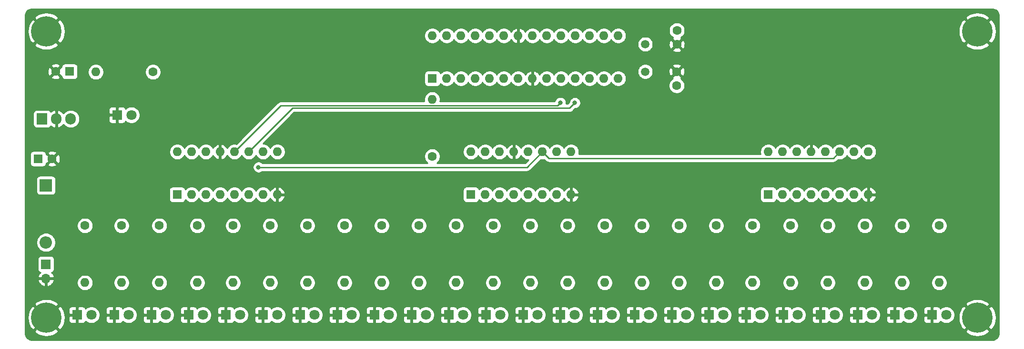
<source format=gbr>
G04 #@! TF.GenerationSoftware,KiCad,Pcbnew,5.1.6-c6e7f7d~87~ubuntu20.04.1*
G04 #@! TF.CreationDate,2020-07-20T09:25:59+02:00*
G04 #@! TF.ProjectId,x-LedChaser,782d4c65-6443-4686-9173-65722e6b6963,1.0*
G04 #@! TF.SameCoordinates,Original*
G04 #@! TF.FileFunction,Copper,L2,Bot*
G04 #@! TF.FilePolarity,Positive*
%FSLAX46Y46*%
G04 Gerber Fmt 4.6, Leading zero omitted, Abs format (unit mm)*
G04 Created by KiCad (PCBNEW 5.1.6-c6e7f7d~87~ubuntu20.04.1) date 2020-07-20 09:25:59*
%MOMM*%
%LPD*%
G01*
G04 APERTURE LIST*
G04 #@! TA.AperFunction,ComponentPad*
%ADD10R,1.800000X1.800000*%
G04 #@! TD*
G04 #@! TA.AperFunction,ComponentPad*
%ADD11C,1.800000*%
G04 #@! TD*
G04 #@! TA.AperFunction,ComponentPad*
%ADD12R,1.600000X1.600000*%
G04 #@! TD*
G04 #@! TA.AperFunction,ComponentPad*
%ADD13O,1.600000X1.600000*%
G04 #@! TD*
G04 #@! TA.AperFunction,ComponentPad*
%ADD14C,1.600000*%
G04 #@! TD*
G04 #@! TA.AperFunction,ComponentPad*
%ADD15R,2.200000X2.200000*%
G04 #@! TD*
G04 #@! TA.AperFunction,ComponentPad*
%ADD16O,2.200000X2.200000*%
G04 #@! TD*
G04 #@! TA.AperFunction,ComponentPad*
%ADD17C,0.800000*%
G04 #@! TD*
G04 #@! TA.AperFunction,ComponentPad*
%ADD18C,5.400000*%
G04 #@! TD*
G04 #@! TA.AperFunction,ComponentPad*
%ADD19R,1.700000X1.700000*%
G04 #@! TD*
G04 #@! TA.AperFunction,ComponentPad*
%ADD20O,1.700000X1.700000*%
G04 #@! TD*
G04 #@! TA.AperFunction,ComponentPad*
%ADD21R,1.905000X2.000000*%
G04 #@! TD*
G04 #@! TA.AperFunction,ComponentPad*
%ADD22O,1.905000X2.000000*%
G04 #@! TD*
G04 #@! TA.AperFunction,ComponentPad*
%ADD23C,1.500000*%
G04 #@! TD*
G04 #@! TA.AperFunction,ViaPad*
%ADD24C,0.800000*%
G04 #@! TD*
G04 #@! TA.AperFunction,Conductor*
%ADD25C,0.250000*%
G04 #@! TD*
G04 #@! TA.AperFunction,Conductor*
%ADD26C,0.254000*%
G04 #@! TD*
G04 APERTURE END LIST*
D10*
X184150000Y-125182000D03*
D11*
X186690000Y-125182000D03*
D12*
X135003540Y-83083400D03*
D13*
X168023540Y-75463400D03*
X137543540Y-83083400D03*
X165483540Y-75463400D03*
X140083540Y-83083400D03*
X162943540Y-75463400D03*
X142623540Y-83083400D03*
X160403540Y-75463400D03*
X145163540Y-83083400D03*
X157863540Y-75463400D03*
X147703540Y-83083400D03*
X155323540Y-75463400D03*
X150243540Y-83083400D03*
X152783540Y-75463400D03*
X152783540Y-83083400D03*
X150243540Y-75463400D03*
X155323540Y-83083400D03*
X147703540Y-75463400D03*
X157863540Y-83083400D03*
X145163540Y-75463400D03*
X160403540Y-83083400D03*
X142623540Y-75463400D03*
X162943540Y-83083400D03*
X140083540Y-75463400D03*
X165483540Y-83083400D03*
X137543540Y-75463400D03*
X168023540Y-83083400D03*
X135003540Y-75463400D03*
D14*
X178816000Y-109282000D03*
D13*
X178816000Y-119442000D03*
D14*
X99568000Y-109282000D03*
D13*
X99568000Y-119442000D03*
D14*
X178446000Y-74507000D03*
X178446000Y-77007000D03*
D12*
X64946000Y-97382000D03*
D14*
X67446000Y-97382000D03*
X68046000Y-81832000D03*
D12*
X70546000Y-81832000D03*
D14*
X178421000Y-84357000D03*
X178421000Y-81857000D03*
D15*
X66346000Y-102122000D03*
D16*
X66346000Y-112282000D03*
D10*
X71882000Y-125182000D03*
D11*
X74422000Y-125182000D03*
D10*
X78486000Y-125182000D03*
D11*
X81026000Y-125182000D03*
X87630000Y-125182000D03*
D10*
X85090000Y-125182000D03*
X91694000Y-125182000D03*
D11*
X94234000Y-125182000D03*
X100838000Y-125182000D03*
D10*
X98298000Y-125182000D03*
X104902000Y-125182000D03*
D11*
X107442000Y-125182000D03*
X114046000Y-125182000D03*
D10*
X111506000Y-125182000D03*
X118110000Y-125182000D03*
D11*
X120650000Y-125182000D03*
X127254000Y-125182000D03*
D10*
X124714000Y-125182000D03*
X131318000Y-125182000D03*
D11*
X133858000Y-125182000D03*
X140462000Y-125182000D03*
D10*
X137922000Y-125182000D03*
X144526000Y-125182000D03*
D11*
X147066000Y-125182000D03*
D10*
X151130000Y-125182000D03*
D11*
X153670000Y-125182000D03*
X160274000Y-125182000D03*
D10*
X157734000Y-125182000D03*
D11*
X166878000Y-125182000D03*
D10*
X164338000Y-125182000D03*
X170942000Y-125182000D03*
D11*
X173482000Y-125182000D03*
X180086000Y-125182000D03*
D10*
X177546000Y-125182000D03*
D11*
X193294000Y-125182000D03*
D10*
X190754000Y-125182000D03*
X197358000Y-125182000D03*
D11*
X199898000Y-125182000D03*
D10*
X203962000Y-125182000D03*
D11*
X206502000Y-125182000D03*
D10*
X210566000Y-125182000D03*
D11*
X213106000Y-125182000D03*
X219710000Y-125182000D03*
D10*
X217170000Y-125182000D03*
D11*
X226314000Y-125182000D03*
D10*
X223774000Y-125182000D03*
D17*
X67852891Y-73250109D03*
X66421000Y-72657000D03*
X64989109Y-73250109D03*
X64396000Y-74682000D03*
X64989109Y-76113891D03*
X66421000Y-76707000D03*
X67852891Y-76113891D03*
X68446000Y-74682000D03*
D18*
X66421000Y-74682000D03*
X231846000Y-74682000D03*
D17*
X233871000Y-74682000D03*
X233277891Y-76113891D03*
X231846000Y-76707000D03*
X230414109Y-76113891D03*
X229821000Y-74682000D03*
X230414109Y-73250109D03*
X231846000Y-72657000D03*
X233277891Y-73250109D03*
D18*
X231846000Y-125682000D03*
D17*
X233871000Y-125682000D03*
X233277891Y-127113891D03*
X231846000Y-127707000D03*
X230414109Y-127113891D03*
X229821000Y-125682000D03*
X230414109Y-124250109D03*
X231846000Y-123657000D03*
X233277891Y-124250109D03*
X67852891Y-124250109D03*
X66421000Y-123657000D03*
X64989109Y-124250109D03*
X64396000Y-125682000D03*
X64989109Y-127113891D03*
X66421000Y-127707000D03*
X67852891Y-127113891D03*
X68446000Y-125682000D03*
D18*
X66421000Y-125682000D03*
D19*
X66346000Y-116142000D03*
D20*
X66346000Y-118682000D03*
D21*
X65646000Y-90282000D03*
D22*
X68186000Y-90282000D03*
X70726000Y-90282000D03*
D12*
X89662000Y-103759000D03*
D13*
X107442000Y-96139000D03*
X92202000Y-103759000D03*
X104902000Y-96139000D03*
X94742000Y-103759000D03*
X102362000Y-96139000D03*
X97282000Y-103759000D03*
X99822000Y-96139000D03*
X99822000Y-103759000D03*
X97282000Y-96139000D03*
X102362000Y-103759000D03*
X94742000Y-96139000D03*
X104902000Y-103759000D03*
X92202000Y-96139000D03*
X107442000Y-103759000D03*
X89662000Y-96139000D03*
D12*
X141859000Y-103759000D03*
D13*
X159639000Y-96139000D03*
X144399000Y-103759000D03*
X157099000Y-96139000D03*
X146939000Y-103759000D03*
X154559000Y-96139000D03*
X149479000Y-103759000D03*
X152019000Y-96139000D03*
X152019000Y-103759000D03*
X149479000Y-96139000D03*
X154559000Y-103759000D03*
X146939000Y-96139000D03*
X157099000Y-103759000D03*
X144399000Y-96139000D03*
X159639000Y-103759000D03*
X141859000Y-96139000D03*
X194691000Y-96139000D03*
X212471000Y-103759000D03*
X197231000Y-96139000D03*
X209931000Y-103759000D03*
X199771000Y-96139000D03*
X207391000Y-103759000D03*
X202311000Y-96139000D03*
X204851000Y-103759000D03*
X204851000Y-96139000D03*
X202311000Y-103759000D03*
X207391000Y-96139000D03*
X199771000Y-103759000D03*
X209931000Y-96139000D03*
X197231000Y-103759000D03*
X212471000Y-96139000D03*
D12*
X194691000Y-103759000D03*
D14*
X85341100Y-81929060D03*
D13*
X75181100Y-81929060D03*
D14*
X134955280Y-96944180D03*
D13*
X134955280Y-86784180D03*
D14*
X73279000Y-109282000D03*
D13*
X73279000Y-119442000D03*
X79756000Y-119442000D03*
D14*
X79756000Y-109282000D03*
X86487000Y-109282000D03*
D13*
X86487000Y-119442000D03*
D14*
X93218000Y-109282000D03*
D13*
X93218000Y-119442000D03*
X106172000Y-119442000D03*
D14*
X106172000Y-109282000D03*
D13*
X112776000Y-119442000D03*
D14*
X112776000Y-109282000D03*
D13*
X119380000Y-119442000D03*
D14*
X119380000Y-109282000D03*
D13*
X125984000Y-119442000D03*
D14*
X125984000Y-109282000D03*
D13*
X132588000Y-119442000D03*
D14*
X132588000Y-109282000D03*
X139192000Y-109282000D03*
D13*
X139192000Y-119442000D03*
D14*
X145796000Y-109282000D03*
D13*
X145796000Y-119442000D03*
X152400000Y-119442000D03*
D14*
X152400000Y-109282000D03*
D13*
X159004000Y-119442000D03*
D14*
X159004000Y-109282000D03*
X165608000Y-109282000D03*
D13*
X165608000Y-119442000D03*
X172212000Y-119442000D03*
D14*
X172212000Y-109282000D03*
D13*
X185420000Y-119442000D03*
D14*
X185420000Y-109282000D03*
D13*
X191897000Y-119442000D03*
D14*
X191897000Y-109282000D03*
X198628000Y-109282000D03*
D13*
X198628000Y-119442000D03*
D14*
X205232000Y-109282000D03*
D13*
X205232000Y-119442000D03*
D14*
X211836000Y-109282000D03*
D13*
X211836000Y-119442000D03*
X218440000Y-119442000D03*
D14*
X218440000Y-109282000D03*
D13*
X225044000Y-119442000D03*
D14*
X225044000Y-109282000D03*
D10*
X78996000Y-89582000D03*
D11*
X81536000Y-89582000D03*
D23*
X172821000Y-76982000D03*
X172821000Y-81862000D03*
D24*
X157746000Y-87382000D03*
X160321000Y-87407000D03*
X104096000Y-98882000D03*
D25*
X157218819Y-87909181D02*
X108051819Y-87909181D01*
X108051819Y-87909181D02*
X99822000Y-96139000D01*
X157746000Y-87382000D02*
X157218819Y-87909181D01*
X151816000Y-98882000D02*
X154559000Y-96139000D01*
X104096000Y-98882000D02*
X151816000Y-98882000D01*
X110141809Y-88359191D02*
X102362000Y-96139000D01*
X159368809Y-88359191D02*
X110141809Y-88359191D01*
X160321000Y-87407000D02*
X159368809Y-88359191D01*
X206265999Y-97264001D02*
X207391000Y-96139000D01*
X155684001Y-97264001D02*
X206265999Y-97264001D01*
X154559000Y-96139000D02*
X155684001Y-97264001D01*
D26*
G36*
X234388667Y-70716995D02*
G01*
X234662204Y-70743815D01*
X234894226Y-70813867D01*
X235108222Y-70927650D01*
X235296041Y-71080832D01*
X235450530Y-71267577D01*
X235565801Y-71480769D01*
X235637472Y-71712300D01*
X235666003Y-71983751D01*
X235670997Y-128364749D01*
X235644089Y-128639178D01*
X235573756Y-128872133D01*
X235459516Y-129086988D01*
X235305716Y-129275564D01*
X235118224Y-129430671D01*
X234904167Y-129546412D01*
X234671713Y-129618368D01*
X234399301Y-129646999D01*
X63913297Y-129642002D01*
X63639795Y-129615185D01*
X63407774Y-129545133D01*
X63193778Y-129431350D01*
X63005961Y-129278169D01*
X62851471Y-129091424D01*
X62736198Y-128878231D01*
X62664528Y-128646701D01*
X62636005Y-128375328D01*
X62636097Y-128027374D01*
X64255231Y-128027374D01*
X64555411Y-128465828D01*
X65134356Y-128776296D01*
X65762746Y-128967852D01*
X66416431Y-129033134D01*
X67070293Y-128969634D01*
X67699203Y-128779792D01*
X68278992Y-128470904D01*
X68286589Y-128465828D01*
X68586769Y-128027374D01*
X229680231Y-128027374D01*
X229980411Y-128465828D01*
X230559356Y-128776296D01*
X231187746Y-128967852D01*
X231841431Y-129033134D01*
X232495293Y-128969634D01*
X233124203Y-128779792D01*
X233703992Y-128470904D01*
X233711589Y-128465828D01*
X234011769Y-128027374D01*
X231846000Y-125861605D01*
X229680231Y-128027374D01*
X68586769Y-128027374D01*
X66421000Y-125861605D01*
X64255231Y-128027374D01*
X62636097Y-128027374D01*
X62636721Y-125677431D01*
X63069866Y-125677431D01*
X63133366Y-126331293D01*
X63323208Y-126960203D01*
X63632096Y-127539992D01*
X63637172Y-127547589D01*
X64075626Y-127847769D01*
X66241395Y-125682000D01*
X66600605Y-125682000D01*
X68766374Y-127847769D01*
X69204828Y-127547589D01*
X69515296Y-126968644D01*
X69706852Y-126340254D01*
X69732643Y-126082000D01*
X70343928Y-126082000D01*
X70356188Y-126206482D01*
X70392498Y-126326180D01*
X70451463Y-126436494D01*
X70530815Y-126533185D01*
X70627506Y-126612537D01*
X70737820Y-126671502D01*
X70857518Y-126707812D01*
X70982000Y-126720072D01*
X71596250Y-126717000D01*
X71755000Y-126558250D01*
X71755000Y-125309000D01*
X70505750Y-125309000D01*
X70347000Y-125467750D01*
X70343928Y-126082000D01*
X69732643Y-126082000D01*
X69772134Y-125686569D01*
X69708634Y-125032707D01*
X69518792Y-124403797D01*
X69453904Y-124282000D01*
X70343928Y-124282000D01*
X70347000Y-124896250D01*
X70505750Y-125055000D01*
X71755000Y-125055000D01*
X71755000Y-123805750D01*
X72009000Y-123805750D01*
X72009000Y-125055000D01*
X72029000Y-125055000D01*
X72029000Y-125309000D01*
X72009000Y-125309000D01*
X72009000Y-126558250D01*
X72167750Y-126717000D01*
X72782000Y-126720072D01*
X72906482Y-126707812D01*
X73026180Y-126671502D01*
X73136494Y-126612537D01*
X73233185Y-126533185D01*
X73312537Y-126436494D01*
X73371502Y-126326180D01*
X73377056Y-126307873D01*
X73443495Y-126374312D01*
X73694905Y-126542299D01*
X73974257Y-126658011D01*
X74270816Y-126717000D01*
X74573184Y-126717000D01*
X74869743Y-126658011D01*
X75149095Y-126542299D01*
X75400505Y-126374312D01*
X75614312Y-126160505D01*
X75666767Y-126082000D01*
X76947928Y-126082000D01*
X76960188Y-126206482D01*
X76996498Y-126326180D01*
X77055463Y-126436494D01*
X77134815Y-126533185D01*
X77231506Y-126612537D01*
X77341820Y-126671502D01*
X77461518Y-126707812D01*
X77586000Y-126720072D01*
X78200250Y-126717000D01*
X78359000Y-126558250D01*
X78359000Y-125309000D01*
X77109750Y-125309000D01*
X76951000Y-125467750D01*
X76947928Y-126082000D01*
X75666767Y-126082000D01*
X75782299Y-125909095D01*
X75898011Y-125629743D01*
X75957000Y-125333184D01*
X75957000Y-125030816D01*
X75898011Y-124734257D01*
X75782299Y-124454905D01*
X75666768Y-124282000D01*
X76947928Y-124282000D01*
X76951000Y-124896250D01*
X77109750Y-125055000D01*
X78359000Y-125055000D01*
X78359000Y-123805750D01*
X78613000Y-123805750D01*
X78613000Y-125055000D01*
X78633000Y-125055000D01*
X78633000Y-125309000D01*
X78613000Y-125309000D01*
X78613000Y-126558250D01*
X78771750Y-126717000D01*
X79386000Y-126720072D01*
X79510482Y-126707812D01*
X79630180Y-126671502D01*
X79740494Y-126612537D01*
X79837185Y-126533185D01*
X79916537Y-126436494D01*
X79975502Y-126326180D01*
X79981056Y-126307873D01*
X80047495Y-126374312D01*
X80298905Y-126542299D01*
X80578257Y-126658011D01*
X80874816Y-126717000D01*
X81177184Y-126717000D01*
X81473743Y-126658011D01*
X81753095Y-126542299D01*
X82004505Y-126374312D01*
X82218312Y-126160505D01*
X82270767Y-126082000D01*
X83551928Y-126082000D01*
X83564188Y-126206482D01*
X83600498Y-126326180D01*
X83659463Y-126436494D01*
X83738815Y-126533185D01*
X83835506Y-126612537D01*
X83945820Y-126671502D01*
X84065518Y-126707812D01*
X84190000Y-126720072D01*
X84804250Y-126717000D01*
X84963000Y-126558250D01*
X84963000Y-125309000D01*
X83713750Y-125309000D01*
X83555000Y-125467750D01*
X83551928Y-126082000D01*
X82270767Y-126082000D01*
X82386299Y-125909095D01*
X82502011Y-125629743D01*
X82561000Y-125333184D01*
X82561000Y-125030816D01*
X82502011Y-124734257D01*
X82386299Y-124454905D01*
X82270768Y-124282000D01*
X83551928Y-124282000D01*
X83555000Y-124896250D01*
X83713750Y-125055000D01*
X84963000Y-125055000D01*
X84963000Y-123805750D01*
X85217000Y-123805750D01*
X85217000Y-125055000D01*
X85237000Y-125055000D01*
X85237000Y-125309000D01*
X85217000Y-125309000D01*
X85217000Y-126558250D01*
X85375750Y-126717000D01*
X85990000Y-126720072D01*
X86114482Y-126707812D01*
X86234180Y-126671502D01*
X86344494Y-126612537D01*
X86441185Y-126533185D01*
X86520537Y-126436494D01*
X86579502Y-126326180D01*
X86585056Y-126307873D01*
X86651495Y-126374312D01*
X86902905Y-126542299D01*
X87182257Y-126658011D01*
X87478816Y-126717000D01*
X87781184Y-126717000D01*
X88077743Y-126658011D01*
X88357095Y-126542299D01*
X88608505Y-126374312D01*
X88822312Y-126160505D01*
X88874767Y-126082000D01*
X90155928Y-126082000D01*
X90168188Y-126206482D01*
X90204498Y-126326180D01*
X90263463Y-126436494D01*
X90342815Y-126533185D01*
X90439506Y-126612537D01*
X90549820Y-126671502D01*
X90669518Y-126707812D01*
X90794000Y-126720072D01*
X91408250Y-126717000D01*
X91567000Y-126558250D01*
X91567000Y-125309000D01*
X90317750Y-125309000D01*
X90159000Y-125467750D01*
X90155928Y-126082000D01*
X88874767Y-126082000D01*
X88990299Y-125909095D01*
X89106011Y-125629743D01*
X89165000Y-125333184D01*
X89165000Y-125030816D01*
X89106011Y-124734257D01*
X88990299Y-124454905D01*
X88874768Y-124282000D01*
X90155928Y-124282000D01*
X90159000Y-124896250D01*
X90317750Y-125055000D01*
X91567000Y-125055000D01*
X91567000Y-123805750D01*
X91821000Y-123805750D01*
X91821000Y-125055000D01*
X91841000Y-125055000D01*
X91841000Y-125309000D01*
X91821000Y-125309000D01*
X91821000Y-126558250D01*
X91979750Y-126717000D01*
X92594000Y-126720072D01*
X92718482Y-126707812D01*
X92838180Y-126671502D01*
X92948494Y-126612537D01*
X93045185Y-126533185D01*
X93124537Y-126436494D01*
X93183502Y-126326180D01*
X93189056Y-126307873D01*
X93255495Y-126374312D01*
X93506905Y-126542299D01*
X93786257Y-126658011D01*
X94082816Y-126717000D01*
X94385184Y-126717000D01*
X94681743Y-126658011D01*
X94961095Y-126542299D01*
X95212505Y-126374312D01*
X95426312Y-126160505D01*
X95478767Y-126082000D01*
X96759928Y-126082000D01*
X96772188Y-126206482D01*
X96808498Y-126326180D01*
X96867463Y-126436494D01*
X96946815Y-126533185D01*
X97043506Y-126612537D01*
X97153820Y-126671502D01*
X97273518Y-126707812D01*
X97398000Y-126720072D01*
X98012250Y-126717000D01*
X98171000Y-126558250D01*
X98171000Y-125309000D01*
X96921750Y-125309000D01*
X96763000Y-125467750D01*
X96759928Y-126082000D01*
X95478767Y-126082000D01*
X95594299Y-125909095D01*
X95710011Y-125629743D01*
X95769000Y-125333184D01*
X95769000Y-125030816D01*
X95710011Y-124734257D01*
X95594299Y-124454905D01*
X95478768Y-124282000D01*
X96759928Y-124282000D01*
X96763000Y-124896250D01*
X96921750Y-125055000D01*
X98171000Y-125055000D01*
X98171000Y-123805750D01*
X98425000Y-123805750D01*
X98425000Y-125055000D01*
X98445000Y-125055000D01*
X98445000Y-125309000D01*
X98425000Y-125309000D01*
X98425000Y-126558250D01*
X98583750Y-126717000D01*
X99198000Y-126720072D01*
X99322482Y-126707812D01*
X99442180Y-126671502D01*
X99552494Y-126612537D01*
X99649185Y-126533185D01*
X99728537Y-126436494D01*
X99787502Y-126326180D01*
X99793056Y-126307873D01*
X99859495Y-126374312D01*
X100110905Y-126542299D01*
X100390257Y-126658011D01*
X100686816Y-126717000D01*
X100989184Y-126717000D01*
X101285743Y-126658011D01*
X101565095Y-126542299D01*
X101816505Y-126374312D01*
X102030312Y-126160505D01*
X102082767Y-126082000D01*
X103363928Y-126082000D01*
X103376188Y-126206482D01*
X103412498Y-126326180D01*
X103471463Y-126436494D01*
X103550815Y-126533185D01*
X103647506Y-126612537D01*
X103757820Y-126671502D01*
X103877518Y-126707812D01*
X104002000Y-126720072D01*
X104616250Y-126717000D01*
X104775000Y-126558250D01*
X104775000Y-125309000D01*
X103525750Y-125309000D01*
X103367000Y-125467750D01*
X103363928Y-126082000D01*
X102082767Y-126082000D01*
X102198299Y-125909095D01*
X102314011Y-125629743D01*
X102373000Y-125333184D01*
X102373000Y-125030816D01*
X102314011Y-124734257D01*
X102198299Y-124454905D01*
X102082768Y-124282000D01*
X103363928Y-124282000D01*
X103367000Y-124896250D01*
X103525750Y-125055000D01*
X104775000Y-125055000D01*
X104775000Y-123805750D01*
X105029000Y-123805750D01*
X105029000Y-125055000D01*
X105049000Y-125055000D01*
X105049000Y-125309000D01*
X105029000Y-125309000D01*
X105029000Y-126558250D01*
X105187750Y-126717000D01*
X105802000Y-126720072D01*
X105926482Y-126707812D01*
X106046180Y-126671502D01*
X106156494Y-126612537D01*
X106253185Y-126533185D01*
X106332537Y-126436494D01*
X106391502Y-126326180D01*
X106397056Y-126307873D01*
X106463495Y-126374312D01*
X106714905Y-126542299D01*
X106994257Y-126658011D01*
X107290816Y-126717000D01*
X107593184Y-126717000D01*
X107889743Y-126658011D01*
X108169095Y-126542299D01*
X108420505Y-126374312D01*
X108634312Y-126160505D01*
X108686767Y-126082000D01*
X109967928Y-126082000D01*
X109980188Y-126206482D01*
X110016498Y-126326180D01*
X110075463Y-126436494D01*
X110154815Y-126533185D01*
X110251506Y-126612537D01*
X110361820Y-126671502D01*
X110481518Y-126707812D01*
X110606000Y-126720072D01*
X111220250Y-126717000D01*
X111379000Y-126558250D01*
X111379000Y-125309000D01*
X110129750Y-125309000D01*
X109971000Y-125467750D01*
X109967928Y-126082000D01*
X108686767Y-126082000D01*
X108802299Y-125909095D01*
X108918011Y-125629743D01*
X108977000Y-125333184D01*
X108977000Y-125030816D01*
X108918011Y-124734257D01*
X108802299Y-124454905D01*
X108686768Y-124282000D01*
X109967928Y-124282000D01*
X109971000Y-124896250D01*
X110129750Y-125055000D01*
X111379000Y-125055000D01*
X111379000Y-123805750D01*
X111633000Y-123805750D01*
X111633000Y-125055000D01*
X111653000Y-125055000D01*
X111653000Y-125309000D01*
X111633000Y-125309000D01*
X111633000Y-126558250D01*
X111791750Y-126717000D01*
X112406000Y-126720072D01*
X112530482Y-126707812D01*
X112650180Y-126671502D01*
X112760494Y-126612537D01*
X112857185Y-126533185D01*
X112936537Y-126436494D01*
X112995502Y-126326180D01*
X113001056Y-126307873D01*
X113067495Y-126374312D01*
X113318905Y-126542299D01*
X113598257Y-126658011D01*
X113894816Y-126717000D01*
X114197184Y-126717000D01*
X114493743Y-126658011D01*
X114773095Y-126542299D01*
X115024505Y-126374312D01*
X115238312Y-126160505D01*
X115290767Y-126082000D01*
X116571928Y-126082000D01*
X116584188Y-126206482D01*
X116620498Y-126326180D01*
X116679463Y-126436494D01*
X116758815Y-126533185D01*
X116855506Y-126612537D01*
X116965820Y-126671502D01*
X117085518Y-126707812D01*
X117210000Y-126720072D01*
X117824250Y-126717000D01*
X117983000Y-126558250D01*
X117983000Y-125309000D01*
X116733750Y-125309000D01*
X116575000Y-125467750D01*
X116571928Y-126082000D01*
X115290767Y-126082000D01*
X115406299Y-125909095D01*
X115522011Y-125629743D01*
X115581000Y-125333184D01*
X115581000Y-125030816D01*
X115522011Y-124734257D01*
X115406299Y-124454905D01*
X115290768Y-124282000D01*
X116571928Y-124282000D01*
X116575000Y-124896250D01*
X116733750Y-125055000D01*
X117983000Y-125055000D01*
X117983000Y-123805750D01*
X118237000Y-123805750D01*
X118237000Y-125055000D01*
X118257000Y-125055000D01*
X118257000Y-125309000D01*
X118237000Y-125309000D01*
X118237000Y-126558250D01*
X118395750Y-126717000D01*
X119010000Y-126720072D01*
X119134482Y-126707812D01*
X119254180Y-126671502D01*
X119364494Y-126612537D01*
X119461185Y-126533185D01*
X119540537Y-126436494D01*
X119599502Y-126326180D01*
X119605056Y-126307873D01*
X119671495Y-126374312D01*
X119922905Y-126542299D01*
X120202257Y-126658011D01*
X120498816Y-126717000D01*
X120801184Y-126717000D01*
X121097743Y-126658011D01*
X121377095Y-126542299D01*
X121628505Y-126374312D01*
X121842312Y-126160505D01*
X121894767Y-126082000D01*
X123175928Y-126082000D01*
X123188188Y-126206482D01*
X123224498Y-126326180D01*
X123283463Y-126436494D01*
X123362815Y-126533185D01*
X123459506Y-126612537D01*
X123569820Y-126671502D01*
X123689518Y-126707812D01*
X123814000Y-126720072D01*
X124428250Y-126717000D01*
X124587000Y-126558250D01*
X124587000Y-125309000D01*
X123337750Y-125309000D01*
X123179000Y-125467750D01*
X123175928Y-126082000D01*
X121894767Y-126082000D01*
X122010299Y-125909095D01*
X122126011Y-125629743D01*
X122185000Y-125333184D01*
X122185000Y-125030816D01*
X122126011Y-124734257D01*
X122010299Y-124454905D01*
X121894768Y-124282000D01*
X123175928Y-124282000D01*
X123179000Y-124896250D01*
X123337750Y-125055000D01*
X124587000Y-125055000D01*
X124587000Y-123805750D01*
X124841000Y-123805750D01*
X124841000Y-125055000D01*
X124861000Y-125055000D01*
X124861000Y-125309000D01*
X124841000Y-125309000D01*
X124841000Y-126558250D01*
X124999750Y-126717000D01*
X125614000Y-126720072D01*
X125738482Y-126707812D01*
X125858180Y-126671502D01*
X125968494Y-126612537D01*
X126065185Y-126533185D01*
X126144537Y-126436494D01*
X126203502Y-126326180D01*
X126209056Y-126307873D01*
X126275495Y-126374312D01*
X126526905Y-126542299D01*
X126806257Y-126658011D01*
X127102816Y-126717000D01*
X127405184Y-126717000D01*
X127701743Y-126658011D01*
X127981095Y-126542299D01*
X128232505Y-126374312D01*
X128446312Y-126160505D01*
X128498767Y-126082000D01*
X129779928Y-126082000D01*
X129792188Y-126206482D01*
X129828498Y-126326180D01*
X129887463Y-126436494D01*
X129966815Y-126533185D01*
X130063506Y-126612537D01*
X130173820Y-126671502D01*
X130293518Y-126707812D01*
X130418000Y-126720072D01*
X131032250Y-126717000D01*
X131191000Y-126558250D01*
X131191000Y-125309000D01*
X129941750Y-125309000D01*
X129783000Y-125467750D01*
X129779928Y-126082000D01*
X128498767Y-126082000D01*
X128614299Y-125909095D01*
X128730011Y-125629743D01*
X128789000Y-125333184D01*
X128789000Y-125030816D01*
X128730011Y-124734257D01*
X128614299Y-124454905D01*
X128498768Y-124282000D01*
X129779928Y-124282000D01*
X129783000Y-124896250D01*
X129941750Y-125055000D01*
X131191000Y-125055000D01*
X131191000Y-123805750D01*
X131445000Y-123805750D01*
X131445000Y-125055000D01*
X131465000Y-125055000D01*
X131465000Y-125309000D01*
X131445000Y-125309000D01*
X131445000Y-126558250D01*
X131603750Y-126717000D01*
X132218000Y-126720072D01*
X132342482Y-126707812D01*
X132462180Y-126671502D01*
X132572494Y-126612537D01*
X132669185Y-126533185D01*
X132748537Y-126436494D01*
X132807502Y-126326180D01*
X132813056Y-126307873D01*
X132879495Y-126374312D01*
X133130905Y-126542299D01*
X133410257Y-126658011D01*
X133706816Y-126717000D01*
X134009184Y-126717000D01*
X134305743Y-126658011D01*
X134585095Y-126542299D01*
X134836505Y-126374312D01*
X135050312Y-126160505D01*
X135102767Y-126082000D01*
X136383928Y-126082000D01*
X136396188Y-126206482D01*
X136432498Y-126326180D01*
X136491463Y-126436494D01*
X136570815Y-126533185D01*
X136667506Y-126612537D01*
X136777820Y-126671502D01*
X136897518Y-126707812D01*
X137022000Y-126720072D01*
X137636250Y-126717000D01*
X137795000Y-126558250D01*
X137795000Y-125309000D01*
X136545750Y-125309000D01*
X136387000Y-125467750D01*
X136383928Y-126082000D01*
X135102767Y-126082000D01*
X135218299Y-125909095D01*
X135334011Y-125629743D01*
X135393000Y-125333184D01*
X135393000Y-125030816D01*
X135334011Y-124734257D01*
X135218299Y-124454905D01*
X135102768Y-124282000D01*
X136383928Y-124282000D01*
X136387000Y-124896250D01*
X136545750Y-125055000D01*
X137795000Y-125055000D01*
X137795000Y-123805750D01*
X138049000Y-123805750D01*
X138049000Y-125055000D01*
X138069000Y-125055000D01*
X138069000Y-125309000D01*
X138049000Y-125309000D01*
X138049000Y-126558250D01*
X138207750Y-126717000D01*
X138822000Y-126720072D01*
X138946482Y-126707812D01*
X139066180Y-126671502D01*
X139176494Y-126612537D01*
X139273185Y-126533185D01*
X139352537Y-126436494D01*
X139411502Y-126326180D01*
X139417056Y-126307873D01*
X139483495Y-126374312D01*
X139734905Y-126542299D01*
X140014257Y-126658011D01*
X140310816Y-126717000D01*
X140613184Y-126717000D01*
X140909743Y-126658011D01*
X141189095Y-126542299D01*
X141440505Y-126374312D01*
X141654312Y-126160505D01*
X141706767Y-126082000D01*
X142987928Y-126082000D01*
X143000188Y-126206482D01*
X143036498Y-126326180D01*
X143095463Y-126436494D01*
X143174815Y-126533185D01*
X143271506Y-126612537D01*
X143381820Y-126671502D01*
X143501518Y-126707812D01*
X143626000Y-126720072D01*
X144240250Y-126717000D01*
X144399000Y-126558250D01*
X144399000Y-125309000D01*
X143149750Y-125309000D01*
X142991000Y-125467750D01*
X142987928Y-126082000D01*
X141706767Y-126082000D01*
X141822299Y-125909095D01*
X141938011Y-125629743D01*
X141997000Y-125333184D01*
X141997000Y-125030816D01*
X141938011Y-124734257D01*
X141822299Y-124454905D01*
X141706768Y-124282000D01*
X142987928Y-124282000D01*
X142991000Y-124896250D01*
X143149750Y-125055000D01*
X144399000Y-125055000D01*
X144399000Y-123805750D01*
X144653000Y-123805750D01*
X144653000Y-125055000D01*
X144673000Y-125055000D01*
X144673000Y-125309000D01*
X144653000Y-125309000D01*
X144653000Y-126558250D01*
X144811750Y-126717000D01*
X145426000Y-126720072D01*
X145550482Y-126707812D01*
X145670180Y-126671502D01*
X145780494Y-126612537D01*
X145877185Y-126533185D01*
X145956537Y-126436494D01*
X146015502Y-126326180D01*
X146021056Y-126307873D01*
X146087495Y-126374312D01*
X146338905Y-126542299D01*
X146618257Y-126658011D01*
X146914816Y-126717000D01*
X147217184Y-126717000D01*
X147513743Y-126658011D01*
X147793095Y-126542299D01*
X148044505Y-126374312D01*
X148258312Y-126160505D01*
X148310767Y-126082000D01*
X149591928Y-126082000D01*
X149604188Y-126206482D01*
X149640498Y-126326180D01*
X149699463Y-126436494D01*
X149778815Y-126533185D01*
X149875506Y-126612537D01*
X149985820Y-126671502D01*
X150105518Y-126707812D01*
X150230000Y-126720072D01*
X150844250Y-126717000D01*
X151003000Y-126558250D01*
X151003000Y-125309000D01*
X149753750Y-125309000D01*
X149595000Y-125467750D01*
X149591928Y-126082000D01*
X148310767Y-126082000D01*
X148426299Y-125909095D01*
X148542011Y-125629743D01*
X148601000Y-125333184D01*
X148601000Y-125030816D01*
X148542011Y-124734257D01*
X148426299Y-124454905D01*
X148310768Y-124282000D01*
X149591928Y-124282000D01*
X149595000Y-124896250D01*
X149753750Y-125055000D01*
X151003000Y-125055000D01*
X151003000Y-123805750D01*
X151257000Y-123805750D01*
X151257000Y-125055000D01*
X151277000Y-125055000D01*
X151277000Y-125309000D01*
X151257000Y-125309000D01*
X151257000Y-126558250D01*
X151415750Y-126717000D01*
X152030000Y-126720072D01*
X152154482Y-126707812D01*
X152274180Y-126671502D01*
X152384494Y-126612537D01*
X152481185Y-126533185D01*
X152560537Y-126436494D01*
X152619502Y-126326180D01*
X152625056Y-126307873D01*
X152691495Y-126374312D01*
X152942905Y-126542299D01*
X153222257Y-126658011D01*
X153518816Y-126717000D01*
X153821184Y-126717000D01*
X154117743Y-126658011D01*
X154397095Y-126542299D01*
X154648505Y-126374312D01*
X154862312Y-126160505D01*
X154914767Y-126082000D01*
X156195928Y-126082000D01*
X156208188Y-126206482D01*
X156244498Y-126326180D01*
X156303463Y-126436494D01*
X156382815Y-126533185D01*
X156479506Y-126612537D01*
X156589820Y-126671502D01*
X156709518Y-126707812D01*
X156834000Y-126720072D01*
X157448250Y-126717000D01*
X157607000Y-126558250D01*
X157607000Y-125309000D01*
X156357750Y-125309000D01*
X156199000Y-125467750D01*
X156195928Y-126082000D01*
X154914767Y-126082000D01*
X155030299Y-125909095D01*
X155146011Y-125629743D01*
X155205000Y-125333184D01*
X155205000Y-125030816D01*
X155146011Y-124734257D01*
X155030299Y-124454905D01*
X154914768Y-124282000D01*
X156195928Y-124282000D01*
X156199000Y-124896250D01*
X156357750Y-125055000D01*
X157607000Y-125055000D01*
X157607000Y-123805750D01*
X157861000Y-123805750D01*
X157861000Y-125055000D01*
X157881000Y-125055000D01*
X157881000Y-125309000D01*
X157861000Y-125309000D01*
X157861000Y-126558250D01*
X158019750Y-126717000D01*
X158634000Y-126720072D01*
X158758482Y-126707812D01*
X158878180Y-126671502D01*
X158988494Y-126612537D01*
X159085185Y-126533185D01*
X159164537Y-126436494D01*
X159223502Y-126326180D01*
X159229056Y-126307873D01*
X159295495Y-126374312D01*
X159546905Y-126542299D01*
X159826257Y-126658011D01*
X160122816Y-126717000D01*
X160425184Y-126717000D01*
X160721743Y-126658011D01*
X161001095Y-126542299D01*
X161252505Y-126374312D01*
X161466312Y-126160505D01*
X161518767Y-126082000D01*
X162799928Y-126082000D01*
X162812188Y-126206482D01*
X162848498Y-126326180D01*
X162907463Y-126436494D01*
X162986815Y-126533185D01*
X163083506Y-126612537D01*
X163193820Y-126671502D01*
X163313518Y-126707812D01*
X163438000Y-126720072D01*
X164052250Y-126717000D01*
X164211000Y-126558250D01*
X164211000Y-125309000D01*
X162961750Y-125309000D01*
X162803000Y-125467750D01*
X162799928Y-126082000D01*
X161518767Y-126082000D01*
X161634299Y-125909095D01*
X161750011Y-125629743D01*
X161809000Y-125333184D01*
X161809000Y-125030816D01*
X161750011Y-124734257D01*
X161634299Y-124454905D01*
X161518768Y-124282000D01*
X162799928Y-124282000D01*
X162803000Y-124896250D01*
X162961750Y-125055000D01*
X164211000Y-125055000D01*
X164211000Y-123805750D01*
X164465000Y-123805750D01*
X164465000Y-125055000D01*
X164485000Y-125055000D01*
X164485000Y-125309000D01*
X164465000Y-125309000D01*
X164465000Y-126558250D01*
X164623750Y-126717000D01*
X165238000Y-126720072D01*
X165362482Y-126707812D01*
X165482180Y-126671502D01*
X165592494Y-126612537D01*
X165689185Y-126533185D01*
X165768537Y-126436494D01*
X165827502Y-126326180D01*
X165833056Y-126307873D01*
X165899495Y-126374312D01*
X166150905Y-126542299D01*
X166430257Y-126658011D01*
X166726816Y-126717000D01*
X167029184Y-126717000D01*
X167325743Y-126658011D01*
X167605095Y-126542299D01*
X167856505Y-126374312D01*
X168070312Y-126160505D01*
X168122767Y-126082000D01*
X169403928Y-126082000D01*
X169416188Y-126206482D01*
X169452498Y-126326180D01*
X169511463Y-126436494D01*
X169590815Y-126533185D01*
X169687506Y-126612537D01*
X169797820Y-126671502D01*
X169917518Y-126707812D01*
X170042000Y-126720072D01*
X170656250Y-126717000D01*
X170815000Y-126558250D01*
X170815000Y-125309000D01*
X169565750Y-125309000D01*
X169407000Y-125467750D01*
X169403928Y-126082000D01*
X168122767Y-126082000D01*
X168238299Y-125909095D01*
X168354011Y-125629743D01*
X168413000Y-125333184D01*
X168413000Y-125030816D01*
X168354011Y-124734257D01*
X168238299Y-124454905D01*
X168122768Y-124282000D01*
X169403928Y-124282000D01*
X169407000Y-124896250D01*
X169565750Y-125055000D01*
X170815000Y-125055000D01*
X170815000Y-123805750D01*
X171069000Y-123805750D01*
X171069000Y-125055000D01*
X171089000Y-125055000D01*
X171089000Y-125309000D01*
X171069000Y-125309000D01*
X171069000Y-126558250D01*
X171227750Y-126717000D01*
X171842000Y-126720072D01*
X171966482Y-126707812D01*
X172086180Y-126671502D01*
X172196494Y-126612537D01*
X172293185Y-126533185D01*
X172372537Y-126436494D01*
X172431502Y-126326180D01*
X172437056Y-126307873D01*
X172503495Y-126374312D01*
X172754905Y-126542299D01*
X173034257Y-126658011D01*
X173330816Y-126717000D01*
X173633184Y-126717000D01*
X173929743Y-126658011D01*
X174209095Y-126542299D01*
X174460505Y-126374312D01*
X174674312Y-126160505D01*
X174726767Y-126082000D01*
X176007928Y-126082000D01*
X176020188Y-126206482D01*
X176056498Y-126326180D01*
X176115463Y-126436494D01*
X176194815Y-126533185D01*
X176291506Y-126612537D01*
X176401820Y-126671502D01*
X176521518Y-126707812D01*
X176646000Y-126720072D01*
X177260250Y-126717000D01*
X177419000Y-126558250D01*
X177419000Y-125309000D01*
X176169750Y-125309000D01*
X176011000Y-125467750D01*
X176007928Y-126082000D01*
X174726767Y-126082000D01*
X174842299Y-125909095D01*
X174958011Y-125629743D01*
X175017000Y-125333184D01*
X175017000Y-125030816D01*
X174958011Y-124734257D01*
X174842299Y-124454905D01*
X174726768Y-124282000D01*
X176007928Y-124282000D01*
X176011000Y-124896250D01*
X176169750Y-125055000D01*
X177419000Y-125055000D01*
X177419000Y-123805750D01*
X177673000Y-123805750D01*
X177673000Y-125055000D01*
X177693000Y-125055000D01*
X177693000Y-125309000D01*
X177673000Y-125309000D01*
X177673000Y-126558250D01*
X177831750Y-126717000D01*
X178446000Y-126720072D01*
X178570482Y-126707812D01*
X178690180Y-126671502D01*
X178800494Y-126612537D01*
X178897185Y-126533185D01*
X178976537Y-126436494D01*
X179035502Y-126326180D01*
X179041056Y-126307873D01*
X179107495Y-126374312D01*
X179358905Y-126542299D01*
X179638257Y-126658011D01*
X179934816Y-126717000D01*
X180237184Y-126717000D01*
X180533743Y-126658011D01*
X180813095Y-126542299D01*
X181064505Y-126374312D01*
X181278312Y-126160505D01*
X181330767Y-126082000D01*
X182611928Y-126082000D01*
X182624188Y-126206482D01*
X182660498Y-126326180D01*
X182719463Y-126436494D01*
X182798815Y-126533185D01*
X182895506Y-126612537D01*
X183005820Y-126671502D01*
X183125518Y-126707812D01*
X183250000Y-126720072D01*
X183864250Y-126717000D01*
X184023000Y-126558250D01*
X184023000Y-125309000D01*
X182773750Y-125309000D01*
X182615000Y-125467750D01*
X182611928Y-126082000D01*
X181330767Y-126082000D01*
X181446299Y-125909095D01*
X181562011Y-125629743D01*
X181621000Y-125333184D01*
X181621000Y-125030816D01*
X181562011Y-124734257D01*
X181446299Y-124454905D01*
X181330768Y-124282000D01*
X182611928Y-124282000D01*
X182615000Y-124896250D01*
X182773750Y-125055000D01*
X184023000Y-125055000D01*
X184023000Y-123805750D01*
X184277000Y-123805750D01*
X184277000Y-125055000D01*
X184297000Y-125055000D01*
X184297000Y-125309000D01*
X184277000Y-125309000D01*
X184277000Y-126558250D01*
X184435750Y-126717000D01*
X185050000Y-126720072D01*
X185174482Y-126707812D01*
X185294180Y-126671502D01*
X185404494Y-126612537D01*
X185501185Y-126533185D01*
X185580537Y-126436494D01*
X185639502Y-126326180D01*
X185645056Y-126307873D01*
X185711495Y-126374312D01*
X185962905Y-126542299D01*
X186242257Y-126658011D01*
X186538816Y-126717000D01*
X186841184Y-126717000D01*
X187137743Y-126658011D01*
X187417095Y-126542299D01*
X187668505Y-126374312D01*
X187882312Y-126160505D01*
X187934767Y-126082000D01*
X189215928Y-126082000D01*
X189228188Y-126206482D01*
X189264498Y-126326180D01*
X189323463Y-126436494D01*
X189402815Y-126533185D01*
X189499506Y-126612537D01*
X189609820Y-126671502D01*
X189729518Y-126707812D01*
X189854000Y-126720072D01*
X190468250Y-126717000D01*
X190627000Y-126558250D01*
X190627000Y-125309000D01*
X189377750Y-125309000D01*
X189219000Y-125467750D01*
X189215928Y-126082000D01*
X187934767Y-126082000D01*
X188050299Y-125909095D01*
X188166011Y-125629743D01*
X188225000Y-125333184D01*
X188225000Y-125030816D01*
X188166011Y-124734257D01*
X188050299Y-124454905D01*
X187934768Y-124282000D01*
X189215928Y-124282000D01*
X189219000Y-124896250D01*
X189377750Y-125055000D01*
X190627000Y-125055000D01*
X190627000Y-123805750D01*
X190881000Y-123805750D01*
X190881000Y-125055000D01*
X190901000Y-125055000D01*
X190901000Y-125309000D01*
X190881000Y-125309000D01*
X190881000Y-126558250D01*
X191039750Y-126717000D01*
X191654000Y-126720072D01*
X191778482Y-126707812D01*
X191898180Y-126671502D01*
X192008494Y-126612537D01*
X192105185Y-126533185D01*
X192184537Y-126436494D01*
X192243502Y-126326180D01*
X192249056Y-126307873D01*
X192315495Y-126374312D01*
X192566905Y-126542299D01*
X192846257Y-126658011D01*
X193142816Y-126717000D01*
X193445184Y-126717000D01*
X193741743Y-126658011D01*
X194021095Y-126542299D01*
X194272505Y-126374312D01*
X194486312Y-126160505D01*
X194538767Y-126082000D01*
X195819928Y-126082000D01*
X195832188Y-126206482D01*
X195868498Y-126326180D01*
X195927463Y-126436494D01*
X196006815Y-126533185D01*
X196103506Y-126612537D01*
X196213820Y-126671502D01*
X196333518Y-126707812D01*
X196458000Y-126720072D01*
X197072250Y-126717000D01*
X197231000Y-126558250D01*
X197231000Y-125309000D01*
X195981750Y-125309000D01*
X195823000Y-125467750D01*
X195819928Y-126082000D01*
X194538767Y-126082000D01*
X194654299Y-125909095D01*
X194770011Y-125629743D01*
X194829000Y-125333184D01*
X194829000Y-125030816D01*
X194770011Y-124734257D01*
X194654299Y-124454905D01*
X194538768Y-124282000D01*
X195819928Y-124282000D01*
X195823000Y-124896250D01*
X195981750Y-125055000D01*
X197231000Y-125055000D01*
X197231000Y-123805750D01*
X197485000Y-123805750D01*
X197485000Y-125055000D01*
X197505000Y-125055000D01*
X197505000Y-125309000D01*
X197485000Y-125309000D01*
X197485000Y-126558250D01*
X197643750Y-126717000D01*
X198258000Y-126720072D01*
X198382482Y-126707812D01*
X198502180Y-126671502D01*
X198612494Y-126612537D01*
X198709185Y-126533185D01*
X198788537Y-126436494D01*
X198847502Y-126326180D01*
X198853056Y-126307873D01*
X198919495Y-126374312D01*
X199170905Y-126542299D01*
X199450257Y-126658011D01*
X199746816Y-126717000D01*
X200049184Y-126717000D01*
X200345743Y-126658011D01*
X200625095Y-126542299D01*
X200876505Y-126374312D01*
X201090312Y-126160505D01*
X201142767Y-126082000D01*
X202423928Y-126082000D01*
X202436188Y-126206482D01*
X202472498Y-126326180D01*
X202531463Y-126436494D01*
X202610815Y-126533185D01*
X202707506Y-126612537D01*
X202817820Y-126671502D01*
X202937518Y-126707812D01*
X203062000Y-126720072D01*
X203676250Y-126717000D01*
X203835000Y-126558250D01*
X203835000Y-125309000D01*
X202585750Y-125309000D01*
X202427000Y-125467750D01*
X202423928Y-126082000D01*
X201142767Y-126082000D01*
X201258299Y-125909095D01*
X201374011Y-125629743D01*
X201433000Y-125333184D01*
X201433000Y-125030816D01*
X201374011Y-124734257D01*
X201258299Y-124454905D01*
X201142768Y-124282000D01*
X202423928Y-124282000D01*
X202427000Y-124896250D01*
X202585750Y-125055000D01*
X203835000Y-125055000D01*
X203835000Y-123805750D01*
X204089000Y-123805750D01*
X204089000Y-125055000D01*
X204109000Y-125055000D01*
X204109000Y-125309000D01*
X204089000Y-125309000D01*
X204089000Y-126558250D01*
X204247750Y-126717000D01*
X204862000Y-126720072D01*
X204986482Y-126707812D01*
X205106180Y-126671502D01*
X205216494Y-126612537D01*
X205313185Y-126533185D01*
X205392537Y-126436494D01*
X205451502Y-126326180D01*
X205457056Y-126307873D01*
X205523495Y-126374312D01*
X205774905Y-126542299D01*
X206054257Y-126658011D01*
X206350816Y-126717000D01*
X206653184Y-126717000D01*
X206949743Y-126658011D01*
X207229095Y-126542299D01*
X207480505Y-126374312D01*
X207694312Y-126160505D01*
X207746767Y-126082000D01*
X209027928Y-126082000D01*
X209040188Y-126206482D01*
X209076498Y-126326180D01*
X209135463Y-126436494D01*
X209214815Y-126533185D01*
X209311506Y-126612537D01*
X209421820Y-126671502D01*
X209541518Y-126707812D01*
X209666000Y-126720072D01*
X210280250Y-126717000D01*
X210439000Y-126558250D01*
X210439000Y-125309000D01*
X209189750Y-125309000D01*
X209031000Y-125467750D01*
X209027928Y-126082000D01*
X207746767Y-126082000D01*
X207862299Y-125909095D01*
X207978011Y-125629743D01*
X208037000Y-125333184D01*
X208037000Y-125030816D01*
X207978011Y-124734257D01*
X207862299Y-124454905D01*
X207746768Y-124282000D01*
X209027928Y-124282000D01*
X209031000Y-124896250D01*
X209189750Y-125055000D01*
X210439000Y-125055000D01*
X210439000Y-123805750D01*
X210693000Y-123805750D01*
X210693000Y-125055000D01*
X210713000Y-125055000D01*
X210713000Y-125309000D01*
X210693000Y-125309000D01*
X210693000Y-126558250D01*
X210851750Y-126717000D01*
X211466000Y-126720072D01*
X211590482Y-126707812D01*
X211710180Y-126671502D01*
X211820494Y-126612537D01*
X211917185Y-126533185D01*
X211996537Y-126436494D01*
X212055502Y-126326180D01*
X212061056Y-126307873D01*
X212127495Y-126374312D01*
X212378905Y-126542299D01*
X212658257Y-126658011D01*
X212954816Y-126717000D01*
X213257184Y-126717000D01*
X213553743Y-126658011D01*
X213833095Y-126542299D01*
X214084505Y-126374312D01*
X214298312Y-126160505D01*
X214350767Y-126082000D01*
X215631928Y-126082000D01*
X215644188Y-126206482D01*
X215680498Y-126326180D01*
X215739463Y-126436494D01*
X215818815Y-126533185D01*
X215915506Y-126612537D01*
X216025820Y-126671502D01*
X216145518Y-126707812D01*
X216270000Y-126720072D01*
X216884250Y-126717000D01*
X217043000Y-126558250D01*
X217043000Y-125309000D01*
X215793750Y-125309000D01*
X215635000Y-125467750D01*
X215631928Y-126082000D01*
X214350767Y-126082000D01*
X214466299Y-125909095D01*
X214582011Y-125629743D01*
X214641000Y-125333184D01*
X214641000Y-125030816D01*
X214582011Y-124734257D01*
X214466299Y-124454905D01*
X214350768Y-124282000D01*
X215631928Y-124282000D01*
X215635000Y-124896250D01*
X215793750Y-125055000D01*
X217043000Y-125055000D01*
X217043000Y-123805750D01*
X217297000Y-123805750D01*
X217297000Y-125055000D01*
X217317000Y-125055000D01*
X217317000Y-125309000D01*
X217297000Y-125309000D01*
X217297000Y-126558250D01*
X217455750Y-126717000D01*
X218070000Y-126720072D01*
X218194482Y-126707812D01*
X218314180Y-126671502D01*
X218424494Y-126612537D01*
X218521185Y-126533185D01*
X218600537Y-126436494D01*
X218659502Y-126326180D01*
X218665056Y-126307873D01*
X218731495Y-126374312D01*
X218982905Y-126542299D01*
X219262257Y-126658011D01*
X219558816Y-126717000D01*
X219861184Y-126717000D01*
X220157743Y-126658011D01*
X220437095Y-126542299D01*
X220688505Y-126374312D01*
X220902312Y-126160505D01*
X220954767Y-126082000D01*
X222235928Y-126082000D01*
X222248188Y-126206482D01*
X222284498Y-126326180D01*
X222343463Y-126436494D01*
X222422815Y-126533185D01*
X222519506Y-126612537D01*
X222629820Y-126671502D01*
X222749518Y-126707812D01*
X222874000Y-126720072D01*
X223488250Y-126717000D01*
X223647000Y-126558250D01*
X223647000Y-125309000D01*
X222397750Y-125309000D01*
X222239000Y-125467750D01*
X222235928Y-126082000D01*
X220954767Y-126082000D01*
X221070299Y-125909095D01*
X221186011Y-125629743D01*
X221245000Y-125333184D01*
X221245000Y-125030816D01*
X221186011Y-124734257D01*
X221070299Y-124454905D01*
X220954768Y-124282000D01*
X222235928Y-124282000D01*
X222239000Y-124896250D01*
X222397750Y-125055000D01*
X223647000Y-125055000D01*
X223647000Y-123805750D01*
X223901000Y-123805750D01*
X223901000Y-125055000D01*
X223921000Y-125055000D01*
X223921000Y-125309000D01*
X223901000Y-125309000D01*
X223901000Y-126558250D01*
X224059750Y-126717000D01*
X224674000Y-126720072D01*
X224798482Y-126707812D01*
X224918180Y-126671502D01*
X225028494Y-126612537D01*
X225125185Y-126533185D01*
X225204537Y-126436494D01*
X225263502Y-126326180D01*
X225269056Y-126307873D01*
X225335495Y-126374312D01*
X225586905Y-126542299D01*
X225866257Y-126658011D01*
X226162816Y-126717000D01*
X226465184Y-126717000D01*
X226761743Y-126658011D01*
X227041095Y-126542299D01*
X227292505Y-126374312D01*
X227506312Y-126160505D01*
X227674299Y-125909095D01*
X227770257Y-125677431D01*
X228494866Y-125677431D01*
X228558366Y-126331293D01*
X228748208Y-126960203D01*
X229057096Y-127539992D01*
X229062172Y-127547589D01*
X229500626Y-127847769D01*
X231666395Y-125682000D01*
X232025605Y-125682000D01*
X234191374Y-127847769D01*
X234629828Y-127547589D01*
X234940296Y-126968644D01*
X235131852Y-126340254D01*
X235197134Y-125686569D01*
X235133634Y-125032707D01*
X234943792Y-124403797D01*
X234634904Y-123824008D01*
X234629828Y-123816411D01*
X234191374Y-123516231D01*
X232025605Y-125682000D01*
X231666395Y-125682000D01*
X229500626Y-123516231D01*
X229062172Y-123816411D01*
X228751704Y-124395356D01*
X228560148Y-125023746D01*
X228494866Y-125677431D01*
X227770257Y-125677431D01*
X227790011Y-125629743D01*
X227849000Y-125333184D01*
X227849000Y-125030816D01*
X227790011Y-124734257D01*
X227674299Y-124454905D01*
X227506312Y-124203495D01*
X227292505Y-123989688D01*
X227041095Y-123821701D01*
X226761743Y-123705989D01*
X226465184Y-123647000D01*
X226162816Y-123647000D01*
X225866257Y-123705989D01*
X225586905Y-123821701D01*
X225335495Y-123989688D01*
X225269056Y-124056127D01*
X225263502Y-124037820D01*
X225204537Y-123927506D01*
X225125185Y-123830815D01*
X225028494Y-123751463D01*
X224918180Y-123692498D01*
X224798482Y-123656188D01*
X224674000Y-123643928D01*
X224059750Y-123647000D01*
X223901000Y-123805750D01*
X223647000Y-123805750D01*
X223488250Y-123647000D01*
X222874000Y-123643928D01*
X222749518Y-123656188D01*
X222629820Y-123692498D01*
X222519506Y-123751463D01*
X222422815Y-123830815D01*
X222343463Y-123927506D01*
X222284498Y-124037820D01*
X222248188Y-124157518D01*
X222235928Y-124282000D01*
X220954768Y-124282000D01*
X220902312Y-124203495D01*
X220688505Y-123989688D01*
X220437095Y-123821701D01*
X220157743Y-123705989D01*
X219861184Y-123647000D01*
X219558816Y-123647000D01*
X219262257Y-123705989D01*
X218982905Y-123821701D01*
X218731495Y-123989688D01*
X218665056Y-124056127D01*
X218659502Y-124037820D01*
X218600537Y-123927506D01*
X218521185Y-123830815D01*
X218424494Y-123751463D01*
X218314180Y-123692498D01*
X218194482Y-123656188D01*
X218070000Y-123643928D01*
X217455750Y-123647000D01*
X217297000Y-123805750D01*
X217043000Y-123805750D01*
X216884250Y-123647000D01*
X216270000Y-123643928D01*
X216145518Y-123656188D01*
X216025820Y-123692498D01*
X215915506Y-123751463D01*
X215818815Y-123830815D01*
X215739463Y-123927506D01*
X215680498Y-124037820D01*
X215644188Y-124157518D01*
X215631928Y-124282000D01*
X214350768Y-124282000D01*
X214298312Y-124203495D01*
X214084505Y-123989688D01*
X213833095Y-123821701D01*
X213553743Y-123705989D01*
X213257184Y-123647000D01*
X212954816Y-123647000D01*
X212658257Y-123705989D01*
X212378905Y-123821701D01*
X212127495Y-123989688D01*
X212061056Y-124056127D01*
X212055502Y-124037820D01*
X211996537Y-123927506D01*
X211917185Y-123830815D01*
X211820494Y-123751463D01*
X211710180Y-123692498D01*
X211590482Y-123656188D01*
X211466000Y-123643928D01*
X210851750Y-123647000D01*
X210693000Y-123805750D01*
X210439000Y-123805750D01*
X210280250Y-123647000D01*
X209666000Y-123643928D01*
X209541518Y-123656188D01*
X209421820Y-123692498D01*
X209311506Y-123751463D01*
X209214815Y-123830815D01*
X209135463Y-123927506D01*
X209076498Y-124037820D01*
X209040188Y-124157518D01*
X209027928Y-124282000D01*
X207746768Y-124282000D01*
X207694312Y-124203495D01*
X207480505Y-123989688D01*
X207229095Y-123821701D01*
X206949743Y-123705989D01*
X206653184Y-123647000D01*
X206350816Y-123647000D01*
X206054257Y-123705989D01*
X205774905Y-123821701D01*
X205523495Y-123989688D01*
X205457056Y-124056127D01*
X205451502Y-124037820D01*
X205392537Y-123927506D01*
X205313185Y-123830815D01*
X205216494Y-123751463D01*
X205106180Y-123692498D01*
X204986482Y-123656188D01*
X204862000Y-123643928D01*
X204247750Y-123647000D01*
X204089000Y-123805750D01*
X203835000Y-123805750D01*
X203676250Y-123647000D01*
X203062000Y-123643928D01*
X202937518Y-123656188D01*
X202817820Y-123692498D01*
X202707506Y-123751463D01*
X202610815Y-123830815D01*
X202531463Y-123927506D01*
X202472498Y-124037820D01*
X202436188Y-124157518D01*
X202423928Y-124282000D01*
X201142768Y-124282000D01*
X201090312Y-124203495D01*
X200876505Y-123989688D01*
X200625095Y-123821701D01*
X200345743Y-123705989D01*
X200049184Y-123647000D01*
X199746816Y-123647000D01*
X199450257Y-123705989D01*
X199170905Y-123821701D01*
X198919495Y-123989688D01*
X198853056Y-124056127D01*
X198847502Y-124037820D01*
X198788537Y-123927506D01*
X198709185Y-123830815D01*
X198612494Y-123751463D01*
X198502180Y-123692498D01*
X198382482Y-123656188D01*
X198258000Y-123643928D01*
X197643750Y-123647000D01*
X197485000Y-123805750D01*
X197231000Y-123805750D01*
X197072250Y-123647000D01*
X196458000Y-123643928D01*
X196333518Y-123656188D01*
X196213820Y-123692498D01*
X196103506Y-123751463D01*
X196006815Y-123830815D01*
X195927463Y-123927506D01*
X195868498Y-124037820D01*
X195832188Y-124157518D01*
X195819928Y-124282000D01*
X194538768Y-124282000D01*
X194486312Y-124203495D01*
X194272505Y-123989688D01*
X194021095Y-123821701D01*
X193741743Y-123705989D01*
X193445184Y-123647000D01*
X193142816Y-123647000D01*
X192846257Y-123705989D01*
X192566905Y-123821701D01*
X192315495Y-123989688D01*
X192249056Y-124056127D01*
X192243502Y-124037820D01*
X192184537Y-123927506D01*
X192105185Y-123830815D01*
X192008494Y-123751463D01*
X191898180Y-123692498D01*
X191778482Y-123656188D01*
X191654000Y-123643928D01*
X191039750Y-123647000D01*
X190881000Y-123805750D01*
X190627000Y-123805750D01*
X190468250Y-123647000D01*
X189854000Y-123643928D01*
X189729518Y-123656188D01*
X189609820Y-123692498D01*
X189499506Y-123751463D01*
X189402815Y-123830815D01*
X189323463Y-123927506D01*
X189264498Y-124037820D01*
X189228188Y-124157518D01*
X189215928Y-124282000D01*
X187934768Y-124282000D01*
X187882312Y-124203495D01*
X187668505Y-123989688D01*
X187417095Y-123821701D01*
X187137743Y-123705989D01*
X186841184Y-123647000D01*
X186538816Y-123647000D01*
X186242257Y-123705989D01*
X185962905Y-123821701D01*
X185711495Y-123989688D01*
X185645056Y-124056127D01*
X185639502Y-124037820D01*
X185580537Y-123927506D01*
X185501185Y-123830815D01*
X185404494Y-123751463D01*
X185294180Y-123692498D01*
X185174482Y-123656188D01*
X185050000Y-123643928D01*
X184435750Y-123647000D01*
X184277000Y-123805750D01*
X184023000Y-123805750D01*
X183864250Y-123647000D01*
X183250000Y-123643928D01*
X183125518Y-123656188D01*
X183005820Y-123692498D01*
X182895506Y-123751463D01*
X182798815Y-123830815D01*
X182719463Y-123927506D01*
X182660498Y-124037820D01*
X182624188Y-124157518D01*
X182611928Y-124282000D01*
X181330768Y-124282000D01*
X181278312Y-124203495D01*
X181064505Y-123989688D01*
X180813095Y-123821701D01*
X180533743Y-123705989D01*
X180237184Y-123647000D01*
X179934816Y-123647000D01*
X179638257Y-123705989D01*
X179358905Y-123821701D01*
X179107495Y-123989688D01*
X179041056Y-124056127D01*
X179035502Y-124037820D01*
X178976537Y-123927506D01*
X178897185Y-123830815D01*
X178800494Y-123751463D01*
X178690180Y-123692498D01*
X178570482Y-123656188D01*
X178446000Y-123643928D01*
X177831750Y-123647000D01*
X177673000Y-123805750D01*
X177419000Y-123805750D01*
X177260250Y-123647000D01*
X176646000Y-123643928D01*
X176521518Y-123656188D01*
X176401820Y-123692498D01*
X176291506Y-123751463D01*
X176194815Y-123830815D01*
X176115463Y-123927506D01*
X176056498Y-124037820D01*
X176020188Y-124157518D01*
X176007928Y-124282000D01*
X174726768Y-124282000D01*
X174674312Y-124203495D01*
X174460505Y-123989688D01*
X174209095Y-123821701D01*
X173929743Y-123705989D01*
X173633184Y-123647000D01*
X173330816Y-123647000D01*
X173034257Y-123705989D01*
X172754905Y-123821701D01*
X172503495Y-123989688D01*
X172437056Y-124056127D01*
X172431502Y-124037820D01*
X172372537Y-123927506D01*
X172293185Y-123830815D01*
X172196494Y-123751463D01*
X172086180Y-123692498D01*
X171966482Y-123656188D01*
X171842000Y-123643928D01*
X171227750Y-123647000D01*
X171069000Y-123805750D01*
X170815000Y-123805750D01*
X170656250Y-123647000D01*
X170042000Y-123643928D01*
X169917518Y-123656188D01*
X169797820Y-123692498D01*
X169687506Y-123751463D01*
X169590815Y-123830815D01*
X169511463Y-123927506D01*
X169452498Y-124037820D01*
X169416188Y-124157518D01*
X169403928Y-124282000D01*
X168122768Y-124282000D01*
X168070312Y-124203495D01*
X167856505Y-123989688D01*
X167605095Y-123821701D01*
X167325743Y-123705989D01*
X167029184Y-123647000D01*
X166726816Y-123647000D01*
X166430257Y-123705989D01*
X166150905Y-123821701D01*
X165899495Y-123989688D01*
X165833056Y-124056127D01*
X165827502Y-124037820D01*
X165768537Y-123927506D01*
X165689185Y-123830815D01*
X165592494Y-123751463D01*
X165482180Y-123692498D01*
X165362482Y-123656188D01*
X165238000Y-123643928D01*
X164623750Y-123647000D01*
X164465000Y-123805750D01*
X164211000Y-123805750D01*
X164052250Y-123647000D01*
X163438000Y-123643928D01*
X163313518Y-123656188D01*
X163193820Y-123692498D01*
X163083506Y-123751463D01*
X162986815Y-123830815D01*
X162907463Y-123927506D01*
X162848498Y-124037820D01*
X162812188Y-124157518D01*
X162799928Y-124282000D01*
X161518768Y-124282000D01*
X161466312Y-124203495D01*
X161252505Y-123989688D01*
X161001095Y-123821701D01*
X160721743Y-123705989D01*
X160425184Y-123647000D01*
X160122816Y-123647000D01*
X159826257Y-123705989D01*
X159546905Y-123821701D01*
X159295495Y-123989688D01*
X159229056Y-124056127D01*
X159223502Y-124037820D01*
X159164537Y-123927506D01*
X159085185Y-123830815D01*
X158988494Y-123751463D01*
X158878180Y-123692498D01*
X158758482Y-123656188D01*
X158634000Y-123643928D01*
X158019750Y-123647000D01*
X157861000Y-123805750D01*
X157607000Y-123805750D01*
X157448250Y-123647000D01*
X156834000Y-123643928D01*
X156709518Y-123656188D01*
X156589820Y-123692498D01*
X156479506Y-123751463D01*
X156382815Y-123830815D01*
X156303463Y-123927506D01*
X156244498Y-124037820D01*
X156208188Y-124157518D01*
X156195928Y-124282000D01*
X154914768Y-124282000D01*
X154862312Y-124203495D01*
X154648505Y-123989688D01*
X154397095Y-123821701D01*
X154117743Y-123705989D01*
X153821184Y-123647000D01*
X153518816Y-123647000D01*
X153222257Y-123705989D01*
X152942905Y-123821701D01*
X152691495Y-123989688D01*
X152625056Y-124056127D01*
X152619502Y-124037820D01*
X152560537Y-123927506D01*
X152481185Y-123830815D01*
X152384494Y-123751463D01*
X152274180Y-123692498D01*
X152154482Y-123656188D01*
X152030000Y-123643928D01*
X151415750Y-123647000D01*
X151257000Y-123805750D01*
X151003000Y-123805750D01*
X150844250Y-123647000D01*
X150230000Y-123643928D01*
X150105518Y-123656188D01*
X149985820Y-123692498D01*
X149875506Y-123751463D01*
X149778815Y-123830815D01*
X149699463Y-123927506D01*
X149640498Y-124037820D01*
X149604188Y-124157518D01*
X149591928Y-124282000D01*
X148310768Y-124282000D01*
X148258312Y-124203495D01*
X148044505Y-123989688D01*
X147793095Y-123821701D01*
X147513743Y-123705989D01*
X147217184Y-123647000D01*
X146914816Y-123647000D01*
X146618257Y-123705989D01*
X146338905Y-123821701D01*
X146087495Y-123989688D01*
X146021056Y-124056127D01*
X146015502Y-124037820D01*
X145956537Y-123927506D01*
X145877185Y-123830815D01*
X145780494Y-123751463D01*
X145670180Y-123692498D01*
X145550482Y-123656188D01*
X145426000Y-123643928D01*
X144811750Y-123647000D01*
X144653000Y-123805750D01*
X144399000Y-123805750D01*
X144240250Y-123647000D01*
X143626000Y-123643928D01*
X143501518Y-123656188D01*
X143381820Y-123692498D01*
X143271506Y-123751463D01*
X143174815Y-123830815D01*
X143095463Y-123927506D01*
X143036498Y-124037820D01*
X143000188Y-124157518D01*
X142987928Y-124282000D01*
X141706768Y-124282000D01*
X141654312Y-124203495D01*
X141440505Y-123989688D01*
X141189095Y-123821701D01*
X140909743Y-123705989D01*
X140613184Y-123647000D01*
X140310816Y-123647000D01*
X140014257Y-123705989D01*
X139734905Y-123821701D01*
X139483495Y-123989688D01*
X139417056Y-124056127D01*
X139411502Y-124037820D01*
X139352537Y-123927506D01*
X139273185Y-123830815D01*
X139176494Y-123751463D01*
X139066180Y-123692498D01*
X138946482Y-123656188D01*
X138822000Y-123643928D01*
X138207750Y-123647000D01*
X138049000Y-123805750D01*
X137795000Y-123805750D01*
X137636250Y-123647000D01*
X137022000Y-123643928D01*
X136897518Y-123656188D01*
X136777820Y-123692498D01*
X136667506Y-123751463D01*
X136570815Y-123830815D01*
X136491463Y-123927506D01*
X136432498Y-124037820D01*
X136396188Y-124157518D01*
X136383928Y-124282000D01*
X135102768Y-124282000D01*
X135050312Y-124203495D01*
X134836505Y-123989688D01*
X134585095Y-123821701D01*
X134305743Y-123705989D01*
X134009184Y-123647000D01*
X133706816Y-123647000D01*
X133410257Y-123705989D01*
X133130905Y-123821701D01*
X132879495Y-123989688D01*
X132813056Y-124056127D01*
X132807502Y-124037820D01*
X132748537Y-123927506D01*
X132669185Y-123830815D01*
X132572494Y-123751463D01*
X132462180Y-123692498D01*
X132342482Y-123656188D01*
X132218000Y-123643928D01*
X131603750Y-123647000D01*
X131445000Y-123805750D01*
X131191000Y-123805750D01*
X131032250Y-123647000D01*
X130418000Y-123643928D01*
X130293518Y-123656188D01*
X130173820Y-123692498D01*
X130063506Y-123751463D01*
X129966815Y-123830815D01*
X129887463Y-123927506D01*
X129828498Y-124037820D01*
X129792188Y-124157518D01*
X129779928Y-124282000D01*
X128498768Y-124282000D01*
X128446312Y-124203495D01*
X128232505Y-123989688D01*
X127981095Y-123821701D01*
X127701743Y-123705989D01*
X127405184Y-123647000D01*
X127102816Y-123647000D01*
X126806257Y-123705989D01*
X126526905Y-123821701D01*
X126275495Y-123989688D01*
X126209056Y-124056127D01*
X126203502Y-124037820D01*
X126144537Y-123927506D01*
X126065185Y-123830815D01*
X125968494Y-123751463D01*
X125858180Y-123692498D01*
X125738482Y-123656188D01*
X125614000Y-123643928D01*
X124999750Y-123647000D01*
X124841000Y-123805750D01*
X124587000Y-123805750D01*
X124428250Y-123647000D01*
X123814000Y-123643928D01*
X123689518Y-123656188D01*
X123569820Y-123692498D01*
X123459506Y-123751463D01*
X123362815Y-123830815D01*
X123283463Y-123927506D01*
X123224498Y-124037820D01*
X123188188Y-124157518D01*
X123175928Y-124282000D01*
X121894768Y-124282000D01*
X121842312Y-124203495D01*
X121628505Y-123989688D01*
X121377095Y-123821701D01*
X121097743Y-123705989D01*
X120801184Y-123647000D01*
X120498816Y-123647000D01*
X120202257Y-123705989D01*
X119922905Y-123821701D01*
X119671495Y-123989688D01*
X119605056Y-124056127D01*
X119599502Y-124037820D01*
X119540537Y-123927506D01*
X119461185Y-123830815D01*
X119364494Y-123751463D01*
X119254180Y-123692498D01*
X119134482Y-123656188D01*
X119010000Y-123643928D01*
X118395750Y-123647000D01*
X118237000Y-123805750D01*
X117983000Y-123805750D01*
X117824250Y-123647000D01*
X117210000Y-123643928D01*
X117085518Y-123656188D01*
X116965820Y-123692498D01*
X116855506Y-123751463D01*
X116758815Y-123830815D01*
X116679463Y-123927506D01*
X116620498Y-124037820D01*
X116584188Y-124157518D01*
X116571928Y-124282000D01*
X115290768Y-124282000D01*
X115238312Y-124203495D01*
X115024505Y-123989688D01*
X114773095Y-123821701D01*
X114493743Y-123705989D01*
X114197184Y-123647000D01*
X113894816Y-123647000D01*
X113598257Y-123705989D01*
X113318905Y-123821701D01*
X113067495Y-123989688D01*
X113001056Y-124056127D01*
X112995502Y-124037820D01*
X112936537Y-123927506D01*
X112857185Y-123830815D01*
X112760494Y-123751463D01*
X112650180Y-123692498D01*
X112530482Y-123656188D01*
X112406000Y-123643928D01*
X111791750Y-123647000D01*
X111633000Y-123805750D01*
X111379000Y-123805750D01*
X111220250Y-123647000D01*
X110606000Y-123643928D01*
X110481518Y-123656188D01*
X110361820Y-123692498D01*
X110251506Y-123751463D01*
X110154815Y-123830815D01*
X110075463Y-123927506D01*
X110016498Y-124037820D01*
X109980188Y-124157518D01*
X109967928Y-124282000D01*
X108686768Y-124282000D01*
X108634312Y-124203495D01*
X108420505Y-123989688D01*
X108169095Y-123821701D01*
X107889743Y-123705989D01*
X107593184Y-123647000D01*
X107290816Y-123647000D01*
X106994257Y-123705989D01*
X106714905Y-123821701D01*
X106463495Y-123989688D01*
X106397056Y-124056127D01*
X106391502Y-124037820D01*
X106332537Y-123927506D01*
X106253185Y-123830815D01*
X106156494Y-123751463D01*
X106046180Y-123692498D01*
X105926482Y-123656188D01*
X105802000Y-123643928D01*
X105187750Y-123647000D01*
X105029000Y-123805750D01*
X104775000Y-123805750D01*
X104616250Y-123647000D01*
X104002000Y-123643928D01*
X103877518Y-123656188D01*
X103757820Y-123692498D01*
X103647506Y-123751463D01*
X103550815Y-123830815D01*
X103471463Y-123927506D01*
X103412498Y-124037820D01*
X103376188Y-124157518D01*
X103363928Y-124282000D01*
X102082768Y-124282000D01*
X102030312Y-124203495D01*
X101816505Y-123989688D01*
X101565095Y-123821701D01*
X101285743Y-123705989D01*
X100989184Y-123647000D01*
X100686816Y-123647000D01*
X100390257Y-123705989D01*
X100110905Y-123821701D01*
X99859495Y-123989688D01*
X99793056Y-124056127D01*
X99787502Y-124037820D01*
X99728537Y-123927506D01*
X99649185Y-123830815D01*
X99552494Y-123751463D01*
X99442180Y-123692498D01*
X99322482Y-123656188D01*
X99198000Y-123643928D01*
X98583750Y-123647000D01*
X98425000Y-123805750D01*
X98171000Y-123805750D01*
X98012250Y-123647000D01*
X97398000Y-123643928D01*
X97273518Y-123656188D01*
X97153820Y-123692498D01*
X97043506Y-123751463D01*
X96946815Y-123830815D01*
X96867463Y-123927506D01*
X96808498Y-124037820D01*
X96772188Y-124157518D01*
X96759928Y-124282000D01*
X95478768Y-124282000D01*
X95426312Y-124203495D01*
X95212505Y-123989688D01*
X94961095Y-123821701D01*
X94681743Y-123705989D01*
X94385184Y-123647000D01*
X94082816Y-123647000D01*
X93786257Y-123705989D01*
X93506905Y-123821701D01*
X93255495Y-123989688D01*
X93189056Y-124056127D01*
X93183502Y-124037820D01*
X93124537Y-123927506D01*
X93045185Y-123830815D01*
X92948494Y-123751463D01*
X92838180Y-123692498D01*
X92718482Y-123656188D01*
X92594000Y-123643928D01*
X91979750Y-123647000D01*
X91821000Y-123805750D01*
X91567000Y-123805750D01*
X91408250Y-123647000D01*
X90794000Y-123643928D01*
X90669518Y-123656188D01*
X90549820Y-123692498D01*
X90439506Y-123751463D01*
X90342815Y-123830815D01*
X90263463Y-123927506D01*
X90204498Y-124037820D01*
X90168188Y-124157518D01*
X90155928Y-124282000D01*
X88874768Y-124282000D01*
X88822312Y-124203495D01*
X88608505Y-123989688D01*
X88357095Y-123821701D01*
X88077743Y-123705989D01*
X87781184Y-123647000D01*
X87478816Y-123647000D01*
X87182257Y-123705989D01*
X86902905Y-123821701D01*
X86651495Y-123989688D01*
X86585056Y-124056127D01*
X86579502Y-124037820D01*
X86520537Y-123927506D01*
X86441185Y-123830815D01*
X86344494Y-123751463D01*
X86234180Y-123692498D01*
X86114482Y-123656188D01*
X85990000Y-123643928D01*
X85375750Y-123647000D01*
X85217000Y-123805750D01*
X84963000Y-123805750D01*
X84804250Y-123647000D01*
X84190000Y-123643928D01*
X84065518Y-123656188D01*
X83945820Y-123692498D01*
X83835506Y-123751463D01*
X83738815Y-123830815D01*
X83659463Y-123927506D01*
X83600498Y-124037820D01*
X83564188Y-124157518D01*
X83551928Y-124282000D01*
X82270768Y-124282000D01*
X82218312Y-124203495D01*
X82004505Y-123989688D01*
X81753095Y-123821701D01*
X81473743Y-123705989D01*
X81177184Y-123647000D01*
X80874816Y-123647000D01*
X80578257Y-123705989D01*
X80298905Y-123821701D01*
X80047495Y-123989688D01*
X79981056Y-124056127D01*
X79975502Y-124037820D01*
X79916537Y-123927506D01*
X79837185Y-123830815D01*
X79740494Y-123751463D01*
X79630180Y-123692498D01*
X79510482Y-123656188D01*
X79386000Y-123643928D01*
X78771750Y-123647000D01*
X78613000Y-123805750D01*
X78359000Y-123805750D01*
X78200250Y-123647000D01*
X77586000Y-123643928D01*
X77461518Y-123656188D01*
X77341820Y-123692498D01*
X77231506Y-123751463D01*
X77134815Y-123830815D01*
X77055463Y-123927506D01*
X76996498Y-124037820D01*
X76960188Y-124157518D01*
X76947928Y-124282000D01*
X75666768Y-124282000D01*
X75614312Y-124203495D01*
X75400505Y-123989688D01*
X75149095Y-123821701D01*
X74869743Y-123705989D01*
X74573184Y-123647000D01*
X74270816Y-123647000D01*
X73974257Y-123705989D01*
X73694905Y-123821701D01*
X73443495Y-123989688D01*
X73377056Y-124056127D01*
X73371502Y-124037820D01*
X73312537Y-123927506D01*
X73233185Y-123830815D01*
X73136494Y-123751463D01*
X73026180Y-123692498D01*
X72906482Y-123656188D01*
X72782000Y-123643928D01*
X72167750Y-123647000D01*
X72009000Y-123805750D01*
X71755000Y-123805750D01*
X71596250Y-123647000D01*
X70982000Y-123643928D01*
X70857518Y-123656188D01*
X70737820Y-123692498D01*
X70627506Y-123751463D01*
X70530815Y-123830815D01*
X70451463Y-123927506D01*
X70392498Y-124037820D01*
X70356188Y-124157518D01*
X70343928Y-124282000D01*
X69453904Y-124282000D01*
X69209904Y-123824008D01*
X69204828Y-123816411D01*
X68766374Y-123516231D01*
X66600605Y-125682000D01*
X66241395Y-125682000D01*
X64075626Y-123516231D01*
X63637172Y-123816411D01*
X63326704Y-124395356D01*
X63135148Y-125023746D01*
X63069866Y-125677431D01*
X62636721Y-125677431D01*
X62637342Y-123336626D01*
X64255231Y-123336626D01*
X66421000Y-125502395D01*
X68586769Y-123336626D01*
X229680231Y-123336626D01*
X231846000Y-125502395D01*
X234011769Y-123336626D01*
X233711589Y-122898172D01*
X233132644Y-122587704D01*
X232504254Y-122396148D01*
X231850569Y-122330866D01*
X231196707Y-122394366D01*
X230567797Y-122584208D01*
X229988008Y-122893096D01*
X229980411Y-122898172D01*
X229680231Y-123336626D01*
X68586769Y-123336626D01*
X68286589Y-122898172D01*
X67707644Y-122587704D01*
X67079254Y-122396148D01*
X66425569Y-122330866D01*
X65771707Y-122394366D01*
X65142797Y-122584208D01*
X64563008Y-122893096D01*
X64555411Y-122898172D01*
X64255231Y-123336626D01*
X62637342Y-123336626D01*
X62638483Y-119038890D01*
X64904524Y-119038890D01*
X64949175Y-119186099D01*
X65074359Y-119448920D01*
X65248412Y-119682269D01*
X65464645Y-119877178D01*
X65714748Y-120026157D01*
X65989109Y-120123481D01*
X66219000Y-120002814D01*
X66219000Y-118809000D01*
X66473000Y-118809000D01*
X66473000Y-120002814D01*
X66702891Y-120123481D01*
X66977252Y-120026157D01*
X67227355Y-119877178D01*
X67443588Y-119682269D01*
X67617641Y-119448920D01*
X67688256Y-119300665D01*
X71844000Y-119300665D01*
X71844000Y-119583335D01*
X71899147Y-119860574D01*
X72007320Y-120121727D01*
X72164363Y-120356759D01*
X72364241Y-120556637D01*
X72599273Y-120713680D01*
X72860426Y-120821853D01*
X73137665Y-120877000D01*
X73420335Y-120877000D01*
X73697574Y-120821853D01*
X73958727Y-120713680D01*
X74193759Y-120556637D01*
X74393637Y-120356759D01*
X74550680Y-120121727D01*
X74658853Y-119860574D01*
X74714000Y-119583335D01*
X74714000Y-119300665D01*
X78321000Y-119300665D01*
X78321000Y-119583335D01*
X78376147Y-119860574D01*
X78484320Y-120121727D01*
X78641363Y-120356759D01*
X78841241Y-120556637D01*
X79076273Y-120713680D01*
X79337426Y-120821853D01*
X79614665Y-120877000D01*
X79897335Y-120877000D01*
X80174574Y-120821853D01*
X80435727Y-120713680D01*
X80670759Y-120556637D01*
X80870637Y-120356759D01*
X81027680Y-120121727D01*
X81135853Y-119860574D01*
X81191000Y-119583335D01*
X81191000Y-119300665D01*
X85052000Y-119300665D01*
X85052000Y-119583335D01*
X85107147Y-119860574D01*
X85215320Y-120121727D01*
X85372363Y-120356759D01*
X85572241Y-120556637D01*
X85807273Y-120713680D01*
X86068426Y-120821853D01*
X86345665Y-120877000D01*
X86628335Y-120877000D01*
X86905574Y-120821853D01*
X87166727Y-120713680D01*
X87401759Y-120556637D01*
X87601637Y-120356759D01*
X87758680Y-120121727D01*
X87866853Y-119860574D01*
X87922000Y-119583335D01*
X87922000Y-119300665D01*
X91783000Y-119300665D01*
X91783000Y-119583335D01*
X91838147Y-119860574D01*
X91946320Y-120121727D01*
X92103363Y-120356759D01*
X92303241Y-120556637D01*
X92538273Y-120713680D01*
X92799426Y-120821853D01*
X93076665Y-120877000D01*
X93359335Y-120877000D01*
X93636574Y-120821853D01*
X93897727Y-120713680D01*
X94132759Y-120556637D01*
X94332637Y-120356759D01*
X94489680Y-120121727D01*
X94597853Y-119860574D01*
X94653000Y-119583335D01*
X94653000Y-119300665D01*
X98133000Y-119300665D01*
X98133000Y-119583335D01*
X98188147Y-119860574D01*
X98296320Y-120121727D01*
X98453363Y-120356759D01*
X98653241Y-120556637D01*
X98888273Y-120713680D01*
X99149426Y-120821853D01*
X99426665Y-120877000D01*
X99709335Y-120877000D01*
X99986574Y-120821853D01*
X100247727Y-120713680D01*
X100482759Y-120556637D01*
X100682637Y-120356759D01*
X100839680Y-120121727D01*
X100947853Y-119860574D01*
X101003000Y-119583335D01*
X101003000Y-119300665D01*
X104737000Y-119300665D01*
X104737000Y-119583335D01*
X104792147Y-119860574D01*
X104900320Y-120121727D01*
X105057363Y-120356759D01*
X105257241Y-120556637D01*
X105492273Y-120713680D01*
X105753426Y-120821853D01*
X106030665Y-120877000D01*
X106313335Y-120877000D01*
X106590574Y-120821853D01*
X106851727Y-120713680D01*
X107086759Y-120556637D01*
X107286637Y-120356759D01*
X107443680Y-120121727D01*
X107551853Y-119860574D01*
X107607000Y-119583335D01*
X107607000Y-119300665D01*
X111341000Y-119300665D01*
X111341000Y-119583335D01*
X111396147Y-119860574D01*
X111504320Y-120121727D01*
X111661363Y-120356759D01*
X111861241Y-120556637D01*
X112096273Y-120713680D01*
X112357426Y-120821853D01*
X112634665Y-120877000D01*
X112917335Y-120877000D01*
X113194574Y-120821853D01*
X113455727Y-120713680D01*
X113690759Y-120556637D01*
X113890637Y-120356759D01*
X114047680Y-120121727D01*
X114155853Y-119860574D01*
X114211000Y-119583335D01*
X114211000Y-119300665D01*
X117945000Y-119300665D01*
X117945000Y-119583335D01*
X118000147Y-119860574D01*
X118108320Y-120121727D01*
X118265363Y-120356759D01*
X118465241Y-120556637D01*
X118700273Y-120713680D01*
X118961426Y-120821853D01*
X119238665Y-120877000D01*
X119521335Y-120877000D01*
X119798574Y-120821853D01*
X120059727Y-120713680D01*
X120294759Y-120556637D01*
X120494637Y-120356759D01*
X120651680Y-120121727D01*
X120759853Y-119860574D01*
X120815000Y-119583335D01*
X120815000Y-119300665D01*
X124549000Y-119300665D01*
X124549000Y-119583335D01*
X124604147Y-119860574D01*
X124712320Y-120121727D01*
X124869363Y-120356759D01*
X125069241Y-120556637D01*
X125304273Y-120713680D01*
X125565426Y-120821853D01*
X125842665Y-120877000D01*
X126125335Y-120877000D01*
X126402574Y-120821853D01*
X126663727Y-120713680D01*
X126898759Y-120556637D01*
X127098637Y-120356759D01*
X127255680Y-120121727D01*
X127363853Y-119860574D01*
X127419000Y-119583335D01*
X127419000Y-119300665D01*
X131153000Y-119300665D01*
X131153000Y-119583335D01*
X131208147Y-119860574D01*
X131316320Y-120121727D01*
X131473363Y-120356759D01*
X131673241Y-120556637D01*
X131908273Y-120713680D01*
X132169426Y-120821853D01*
X132446665Y-120877000D01*
X132729335Y-120877000D01*
X133006574Y-120821853D01*
X133267727Y-120713680D01*
X133502759Y-120556637D01*
X133702637Y-120356759D01*
X133859680Y-120121727D01*
X133967853Y-119860574D01*
X134023000Y-119583335D01*
X134023000Y-119300665D01*
X137757000Y-119300665D01*
X137757000Y-119583335D01*
X137812147Y-119860574D01*
X137920320Y-120121727D01*
X138077363Y-120356759D01*
X138277241Y-120556637D01*
X138512273Y-120713680D01*
X138773426Y-120821853D01*
X139050665Y-120877000D01*
X139333335Y-120877000D01*
X139610574Y-120821853D01*
X139871727Y-120713680D01*
X140106759Y-120556637D01*
X140306637Y-120356759D01*
X140463680Y-120121727D01*
X140571853Y-119860574D01*
X140627000Y-119583335D01*
X140627000Y-119300665D01*
X144361000Y-119300665D01*
X144361000Y-119583335D01*
X144416147Y-119860574D01*
X144524320Y-120121727D01*
X144681363Y-120356759D01*
X144881241Y-120556637D01*
X145116273Y-120713680D01*
X145377426Y-120821853D01*
X145654665Y-120877000D01*
X145937335Y-120877000D01*
X146214574Y-120821853D01*
X146475727Y-120713680D01*
X146710759Y-120556637D01*
X146910637Y-120356759D01*
X147067680Y-120121727D01*
X147175853Y-119860574D01*
X147231000Y-119583335D01*
X147231000Y-119300665D01*
X150965000Y-119300665D01*
X150965000Y-119583335D01*
X151020147Y-119860574D01*
X151128320Y-120121727D01*
X151285363Y-120356759D01*
X151485241Y-120556637D01*
X151720273Y-120713680D01*
X151981426Y-120821853D01*
X152258665Y-120877000D01*
X152541335Y-120877000D01*
X152818574Y-120821853D01*
X153079727Y-120713680D01*
X153314759Y-120556637D01*
X153514637Y-120356759D01*
X153671680Y-120121727D01*
X153779853Y-119860574D01*
X153835000Y-119583335D01*
X153835000Y-119300665D01*
X157569000Y-119300665D01*
X157569000Y-119583335D01*
X157624147Y-119860574D01*
X157732320Y-120121727D01*
X157889363Y-120356759D01*
X158089241Y-120556637D01*
X158324273Y-120713680D01*
X158585426Y-120821853D01*
X158862665Y-120877000D01*
X159145335Y-120877000D01*
X159422574Y-120821853D01*
X159683727Y-120713680D01*
X159918759Y-120556637D01*
X160118637Y-120356759D01*
X160275680Y-120121727D01*
X160383853Y-119860574D01*
X160439000Y-119583335D01*
X160439000Y-119300665D01*
X164173000Y-119300665D01*
X164173000Y-119583335D01*
X164228147Y-119860574D01*
X164336320Y-120121727D01*
X164493363Y-120356759D01*
X164693241Y-120556637D01*
X164928273Y-120713680D01*
X165189426Y-120821853D01*
X165466665Y-120877000D01*
X165749335Y-120877000D01*
X166026574Y-120821853D01*
X166287727Y-120713680D01*
X166522759Y-120556637D01*
X166722637Y-120356759D01*
X166879680Y-120121727D01*
X166987853Y-119860574D01*
X167043000Y-119583335D01*
X167043000Y-119300665D01*
X170777000Y-119300665D01*
X170777000Y-119583335D01*
X170832147Y-119860574D01*
X170940320Y-120121727D01*
X171097363Y-120356759D01*
X171297241Y-120556637D01*
X171532273Y-120713680D01*
X171793426Y-120821853D01*
X172070665Y-120877000D01*
X172353335Y-120877000D01*
X172630574Y-120821853D01*
X172891727Y-120713680D01*
X173126759Y-120556637D01*
X173326637Y-120356759D01*
X173483680Y-120121727D01*
X173591853Y-119860574D01*
X173647000Y-119583335D01*
X173647000Y-119300665D01*
X177381000Y-119300665D01*
X177381000Y-119583335D01*
X177436147Y-119860574D01*
X177544320Y-120121727D01*
X177701363Y-120356759D01*
X177901241Y-120556637D01*
X178136273Y-120713680D01*
X178397426Y-120821853D01*
X178674665Y-120877000D01*
X178957335Y-120877000D01*
X179234574Y-120821853D01*
X179495727Y-120713680D01*
X179730759Y-120556637D01*
X179930637Y-120356759D01*
X180087680Y-120121727D01*
X180195853Y-119860574D01*
X180251000Y-119583335D01*
X180251000Y-119300665D01*
X183985000Y-119300665D01*
X183985000Y-119583335D01*
X184040147Y-119860574D01*
X184148320Y-120121727D01*
X184305363Y-120356759D01*
X184505241Y-120556637D01*
X184740273Y-120713680D01*
X185001426Y-120821853D01*
X185278665Y-120877000D01*
X185561335Y-120877000D01*
X185838574Y-120821853D01*
X186099727Y-120713680D01*
X186334759Y-120556637D01*
X186534637Y-120356759D01*
X186691680Y-120121727D01*
X186799853Y-119860574D01*
X186855000Y-119583335D01*
X186855000Y-119300665D01*
X190462000Y-119300665D01*
X190462000Y-119583335D01*
X190517147Y-119860574D01*
X190625320Y-120121727D01*
X190782363Y-120356759D01*
X190982241Y-120556637D01*
X191217273Y-120713680D01*
X191478426Y-120821853D01*
X191755665Y-120877000D01*
X192038335Y-120877000D01*
X192315574Y-120821853D01*
X192576727Y-120713680D01*
X192811759Y-120556637D01*
X193011637Y-120356759D01*
X193168680Y-120121727D01*
X193276853Y-119860574D01*
X193332000Y-119583335D01*
X193332000Y-119300665D01*
X197193000Y-119300665D01*
X197193000Y-119583335D01*
X197248147Y-119860574D01*
X197356320Y-120121727D01*
X197513363Y-120356759D01*
X197713241Y-120556637D01*
X197948273Y-120713680D01*
X198209426Y-120821853D01*
X198486665Y-120877000D01*
X198769335Y-120877000D01*
X199046574Y-120821853D01*
X199307727Y-120713680D01*
X199542759Y-120556637D01*
X199742637Y-120356759D01*
X199899680Y-120121727D01*
X200007853Y-119860574D01*
X200063000Y-119583335D01*
X200063000Y-119300665D01*
X203797000Y-119300665D01*
X203797000Y-119583335D01*
X203852147Y-119860574D01*
X203960320Y-120121727D01*
X204117363Y-120356759D01*
X204317241Y-120556637D01*
X204552273Y-120713680D01*
X204813426Y-120821853D01*
X205090665Y-120877000D01*
X205373335Y-120877000D01*
X205650574Y-120821853D01*
X205911727Y-120713680D01*
X206146759Y-120556637D01*
X206346637Y-120356759D01*
X206503680Y-120121727D01*
X206611853Y-119860574D01*
X206667000Y-119583335D01*
X206667000Y-119300665D01*
X210401000Y-119300665D01*
X210401000Y-119583335D01*
X210456147Y-119860574D01*
X210564320Y-120121727D01*
X210721363Y-120356759D01*
X210921241Y-120556637D01*
X211156273Y-120713680D01*
X211417426Y-120821853D01*
X211694665Y-120877000D01*
X211977335Y-120877000D01*
X212254574Y-120821853D01*
X212515727Y-120713680D01*
X212750759Y-120556637D01*
X212950637Y-120356759D01*
X213107680Y-120121727D01*
X213215853Y-119860574D01*
X213271000Y-119583335D01*
X213271000Y-119300665D01*
X217005000Y-119300665D01*
X217005000Y-119583335D01*
X217060147Y-119860574D01*
X217168320Y-120121727D01*
X217325363Y-120356759D01*
X217525241Y-120556637D01*
X217760273Y-120713680D01*
X218021426Y-120821853D01*
X218298665Y-120877000D01*
X218581335Y-120877000D01*
X218858574Y-120821853D01*
X219119727Y-120713680D01*
X219354759Y-120556637D01*
X219554637Y-120356759D01*
X219711680Y-120121727D01*
X219819853Y-119860574D01*
X219875000Y-119583335D01*
X219875000Y-119300665D01*
X223609000Y-119300665D01*
X223609000Y-119583335D01*
X223664147Y-119860574D01*
X223772320Y-120121727D01*
X223929363Y-120356759D01*
X224129241Y-120556637D01*
X224364273Y-120713680D01*
X224625426Y-120821853D01*
X224902665Y-120877000D01*
X225185335Y-120877000D01*
X225462574Y-120821853D01*
X225723727Y-120713680D01*
X225958759Y-120556637D01*
X226158637Y-120356759D01*
X226315680Y-120121727D01*
X226423853Y-119860574D01*
X226479000Y-119583335D01*
X226479000Y-119300665D01*
X226423853Y-119023426D01*
X226315680Y-118762273D01*
X226158637Y-118527241D01*
X225958759Y-118327363D01*
X225723727Y-118170320D01*
X225462574Y-118062147D01*
X225185335Y-118007000D01*
X224902665Y-118007000D01*
X224625426Y-118062147D01*
X224364273Y-118170320D01*
X224129241Y-118327363D01*
X223929363Y-118527241D01*
X223772320Y-118762273D01*
X223664147Y-119023426D01*
X223609000Y-119300665D01*
X219875000Y-119300665D01*
X219819853Y-119023426D01*
X219711680Y-118762273D01*
X219554637Y-118527241D01*
X219354759Y-118327363D01*
X219119727Y-118170320D01*
X218858574Y-118062147D01*
X218581335Y-118007000D01*
X218298665Y-118007000D01*
X218021426Y-118062147D01*
X217760273Y-118170320D01*
X217525241Y-118327363D01*
X217325363Y-118527241D01*
X217168320Y-118762273D01*
X217060147Y-119023426D01*
X217005000Y-119300665D01*
X213271000Y-119300665D01*
X213215853Y-119023426D01*
X213107680Y-118762273D01*
X212950637Y-118527241D01*
X212750759Y-118327363D01*
X212515727Y-118170320D01*
X212254574Y-118062147D01*
X211977335Y-118007000D01*
X211694665Y-118007000D01*
X211417426Y-118062147D01*
X211156273Y-118170320D01*
X210921241Y-118327363D01*
X210721363Y-118527241D01*
X210564320Y-118762273D01*
X210456147Y-119023426D01*
X210401000Y-119300665D01*
X206667000Y-119300665D01*
X206611853Y-119023426D01*
X206503680Y-118762273D01*
X206346637Y-118527241D01*
X206146759Y-118327363D01*
X205911727Y-118170320D01*
X205650574Y-118062147D01*
X205373335Y-118007000D01*
X205090665Y-118007000D01*
X204813426Y-118062147D01*
X204552273Y-118170320D01*
X204317241Y-118327363D01*
X204117363Y-118527241D01*
X203960320Y-118762273D01*
X203852147Y-119023426D01*
X203797000Y-119300665D01*
X200063000Y-119300665D01*
X200007853Y-119023426D01*
X199899680Y-118762273D01*
X199742637Y-118527241D01*
X199542759Y-118327363D01*
X199307727Y-118170320D01*
X199046574Y-118062147D01*
X198769335Y-118007000D01*
X198486665Y-118007000D01*
X198209426Y-118062147D01*
X197948273Y-118170320D01*
X197713241Y-118327363D01*
X197513363Y-118527241D01*
X197356320Y-118762273D01*
X197248147Y-119023426D01*
X197193000Y-119300665D01*
X193332000Y-119300665D01*
X193276853Y-119023426D01*
X193168680Y-118762273D01*
X193011637Y-118527241D01*
X192811759Y-118327363D01*
X192576727Y-118170320D01*
X192315574Y-118062147D01*
X192038335Y-118007000D01*
X191755665Y-118007000D01*
X191478426Y-118062147D01*
X191217273Y-118170320D01*
X190982241Y-118327363D01*
X190782363Y-118527241D01*
X190625320Y-118762273D01*
X190517147Y-119023426D01*
X190462000Y-119300665D01*
X186855000Y-119300665D01*
X186799853Y-119023426D01*
X186691680Y-118762273D01*
X186534637Y-118527241D01*
X186334759Y-118327363D01*
X186099727Y-118170320D01*
X185838574Y-118062147D01*
X185561335Y-118007000D01*
X185278665Y-118007000D01*
X185001426Y-118062147D01*
X184740273Y-118170320D01*
X184505241Y-118327363D01*
X184305363Y-118527241D01*
X184148320Y-118762273D01*
X184040147Y-119023426D01*
X183985000Y-119300665D01*
X180251000Y-119300665D01*
X180195853Y-119023426D01*
X180087680Y-118762273D01*
X179930637Y-118527241D01*
X179730759Y-118327363D01*
X179495727Y-118170320D01*
X179234574Y-118062147D01*
X178957335Y-118007000D01*
X178674665Y-118007000D01*
X178397426Y-118062147D01*
X178136273Y-118170320D01*
X177901241Y-118327363D01*
X177701363Y-118527241D01*
X177544320Y-118762273D01*
X177436147Y-119023426D01*
X177381000Y-119300665D01*
X173647000Y-119300665D01*
X173591853Y-119023426D01*
X173483680Y-118762273D01*
X173326637Y-118527241D01*
X173126759Y-118327363D01*
X172891727Y-118170320D01*
X172630574Y-118062147D01*
X172353335Y-118007000D01*
X172070665Y-118007000D01*
X171793426Y-118062147D01*
X171532273Y-118170320D01*
X171297241Y-118327363D01*
X171097363Y-118527241D01*
X170940320Y-118762273D01*
X170832147Y-119023426D01*
X170777000Y-119300665D01*
X167043000Y-119300665D01*
X166987853Y-119023426D01*
X166879680Y-118762273D01*
X166722637Y-118527241D01*
X166522759Y-118327363D01*
X166287727Y-118170320D01*
X166026574Y-118062147D01*
X165749335Y-118007000D01*
X165466665Y-118007000D01*
X165189426Y-118062147D01*
X164928273Y-118170320D01*
X164693241Y-118327363D01*
X164493363Y-118527241D01*
X164336320Y-118762273D01*
X164228147Y-119023426D01*
X164173000Y-119300665D01*
X160439000Y-119300665D01*
X160383853Y-119023426D01*
X160275680Y-118762273D01*
X160118637Y-118527241D01*
X159918759Y-118327363D01*
X159683727Y-118170320D01*
X159422574Y-118062147D01*
X159145335Y-118007000D01*
X158862665Y-118007000D01*
X158585426Y-118062147D01*
X158324273Y-118170320D01*
X158089241Y-118327363D01*
X157889363Y-118527241D01*
X157732320Y-118762273D01*
X157624147Y-119023426D01*
X157569000Y-119300665D01*
X153835000Y-119300665D01*
X153779853Y-119023426D01*
X153671680Y-118762273D01*
X153514637Y-118527241D01*
X153314759Y-118327363D01*
X153079727Y-118170320D01*
X152818574Y-118062147D01*
X152541335Y-118007000D01*
X152258665Y-118007000D01*
X151981426Y-118062147D01*
X151720273Y-118170320D01*
X151485241Y-118327363D01*
X151285363Y-118527241D01*
X151128320Y-118762273D01*
X151020147Y-119023426D01*
X150965000Y-119300665D01*
X147231000Y-119300665D01*
X147175853Y-119023426D01*
X147067680Y-118762273D01*
X146910637Y-118527241D01*
X146710759Y-118327363D01*
X146475727Y-118170320D01*
X146214574Y-118062147D01*
X145937335Y-118007000D01*
X145654665Y-118007000D01*
X145377426Y-118062147D01*
X145116273Y-118170320D01*
X144881241Y-118327363D01*
X144681363Y-118527241D01*
X144524320Y-118762273D01*
X144416147Y-119023426D01*
X144361000Y-119300665D01*
X140627000Y-119300665D01*
X140571853Y-119023426D01*
X140463680Y-118762273D01*
X140306637Y-118527241D01*
X140106759Y-118327363D01*
X139871727Y-118170320D01*
X139610574Y-118062147D01*
X139333335Y-118007000D01*
X139050665Y-118007000D01*
X138773426Y-118062147D01*
X138512273Y-118170320D01*
X138277241Y-118327363D01*
X138077363Y-118527241D01*
X137920320Y-118762273D01*
X137812147Y-119023426D01*
X137757000Y-119300665D01*
X134023000Y-119300665D01*
X133967853Y-119023426D01*
X133859680Y-118762273D01*
X133702637Y-118527241D01*
X133502759Y-118327363D01*
X133267727Y-118170320D01*
X133006574Y-118062147D01*
X132729335Y-118007000D01*
X132446665Y-118007000D01*
X132169426Y-118062147D01*
X131908273Y-118170320D01*
X131673241Y-118327363D01*
X131473363Y-118527241D01*
X131316320Y-118762273D01*
X131208147Y-119023426D01*
X131153000Y-119300665D01*
X127419000Y-119300665D01*
X127363853Y-119023426D01*
X127255680Y-118762273D01*
X127098637Y-118527241D01*
X126898759Y-118327363D01*
X126663727Y-118170320D01*
X126402574Y-118062147D01*
X126125335Y-118007000D01*
X125842665Y-118007000D01*
X125565426Y-118062147D01*
X125304273Y-118170320D01*
X125069241Y-118327363D01*
X124869363Y-118527241D01*
X124712320Y-118762273D01*
X124604147Y-119023426D01*
X124549000Y-119300665D01*
X120815000Y-119300665D01*
X120759853Y-119023426D01*
X120651680Y-118762273D01*
X120494637Y-118527241D01*
X120294759Y-118327363D01*
X120059727Y-118170320D01*
X119798574Y-118062147D01*
X119521335Y-118007000D01*
X119238665Y-118007000D01*
X118961426Y-118062147D01*
X118700273Y-118170320D01*
X118465241Y-118327363D01*
X118265363Y-118527241D01*
X118108320Y-118762273D01*
X118000147Y-119023426D01*
X117945000Y-119300665D01*
X114211000Y-119300665D01*
X114155853Y-119023426D01*
X114047680Y-118762273D01*
X113890637Y-118527241D01*
X113690759Y-118327363D01*
X113455727Y-118170320D01*
X113194574Y-118062147D01*
X112917335Y-118007000D01*
X112634665Y-118007000D01*
X112357426Y-118062147D01*
X112096273Y-118170320D01*
X111861241Y-118327363D01*
X111661363Y-118527241D01*
X111504320Y-118762273D01*
X111396147Y-119023426D01*
X111341000Y-119300665D01*
X107607000Y-119300665D01*
X107551853Y-119023426D01*
X107443680Y-118762273D01*
X107286637Y-118527241D01*
X107086759Y-118327363D01*
X106851727Y-118170320D01*
X106590574Y-118062147D01*
X106313335Y-118007000D01*
X106030665Y-118007000D01*
X105753426Y-118062147D01*
X105492273Y-118170320D01*
X105257241Y-118327363D01*
X105057363Y-118527241D01*
X104900320Y-118762273D01*
X104792147Y-119023426D01*
X104737000Y-119300665D01*
X101003000Y-119300665D01*
X100947853Y-119023426D01*
X100839680Y-118762273D01*
X100682637Y-118527241D01*
X100482759Y-118327363D01*
X100247727Y-118170320D01*
X99986574Y-118062147D01*
X99709335Y-118007000D01*
X99426665Y-118007000D01*
X99149426Y-118062147D01*
X98888273Y-118170320D01*
X98653241Y-118327363D01*
X98453363Y-118527241D01*
X98296320Y-118762273D01*
X98188147Y-119023426D01*
X98133000Y-119300665D01*
X94653000Y-119300665D01*
X94597853Y-119023426D01*
X94489680Y-118762273D01*
X94332637Y-118527241D01*
X94132759Y-118327363D01*
X93897727Y-118170320D01*
X93636574Y-118062147D01*
X93359335Y-118007000D01*
X93076665Y-118007000D01*
X92799426Y-118062147D01*
X92538273Y-118170320D01*
X92303241Y-118327363D01*
X92103363Y-118527241D01*
X91946320Y-118762273D01*
X91838147Y-119023426D01*
X91783000Y-119300665D01*
X87922000Y-119300665D01*
X87866853Y-119023426D01*
X87758680Y-118762273D01*
X87601637Y-118527241D01*
X87401759Y-118327363D01*
X87166727Y-118170320D01*
X86905574Y-118062147D01*
X86628335Y-118007000D01*
X86345665Y-118007000D01*
X86068426Y-118062147D01*
X85807273Y-118170320D01*
X85572241Y-118327363D01*
X85372363Y-118527241D01*
X85215320Y-118762273D01*
X85107147Y-119023426D01*
X85052000Y-119300665D01*
X81191000Y-119300665D01*
X81135853Y-119023426D01*
X81027680Y-118762273D01*
X80870637Y-118527241D01*
X80670759Y-118327363D01*
X80435727Y-118170320D01*
X80174574Y-118062147D01*
X79897335Y-118007000D01*
X79614665Y-118007000D01*
X79337426Y-118062147D01*
X79076273Y-118170320D01*
X78841241Y-118327363D01*
X78641363Y-118527241D01*
X78484320Y-118762273D01*
X78376147Y-119023426D01*
X78321000Y-119300665D01*
X74714000Y-119300665D01*
X74658853Y-119023426D01*
X74550680Y-118762273D01*
X74393637Y-118527241D01*
X74193759Y-118327363D01*
X73958727Y-118170320D01*
X73697574Y-118062147D01*
X73420335Y-118007000D01*
X73137665Y-118007000D01*
X72860426Y-118062147D01*
X72599273Y-118170320D01*
X72364241Y-118327363D01*
X72164363Y-118527241D01*
X72007320Y-118762273D01*
X71899147Y-119023426D01*
X71844000Y-119300665D01*
X67688256Y-119300665D01*
X67742825Y-119186099D01*
X67787476Y-119038890D01*
X67666155Y-118809000D01*
X66473000Y-118809000D01*
X66219000Y-118809000D01*
X65025845Y-118809000D01*
X64904524Y-119038890D01*
X62638483Y-119038890D01*
X62639479Y-115292000D01*
X64857928Y-115292000D01*
X64857928Y-116992000D01*
X64870188Y-117116482D01*
X64906498Y-117236180D01*
X64965463Y-117346494D01*
X65044815Y-117443185D01*
X65141506Y-117522537D01*
X65251820Y-117581502D01*
X65332466Y-117605966D01*
X65248412Y-117681731D01*
X65074359Y-117915080D01*
X64949175Y-118177901D01*
X64904524Y-118325110D01*
X65025845Y-118555000D01*
X66219000Y-118555000D01*
X66219000Y-118535000D01*
X66473000Y-118535000D01*
X66473000Y-118555000D01*
X67666155Y-118555000D01*
X67787476Y-118325110D01*
X67742825Y-118177901D01*
X67617641Y-117915080D01*
X67443588Y-117681731D01*
X67359534Y-117605966D01*
X67440180Y-117581502D01*
X67550494Y-117522537D01*
X67647185Y-117443185D01*
X67726537Y-117346494D01*
X67785502Y-117236180D01*
X67821812Y-117116482D01*
X67834072Y-116992000D01*
X67834072Y-115292000D01*
X67821812Y-115167518D01*
X67785502Y-115047820D01*
X67726537Y-114937506D01*
X67647185Y-114840815D01*
X67550494Y-114761463D01*
X67440180Y-114702498D01*
X67320482Y-114666188D01*
X67196000Y-114653928D01*
X65496000Y-114653928D01*
X65371518Y-114666188D01*
X65251820Y-114702498D01*
X65141506Y-114761463D01*
X65044815Y-114840815D01*
X64965463Y-114937506D01*
X64906498Y-115047820D01*
X64870188Y-115167518D01*
X64857928Y-115292000D01*
X62639479Y-115292000D01*
X62640324Y-112111117D01*
X64611000Y-112111117D01*
X64611000Y-112452883D01*
X64677675Y-112788081D01*
X64808463Y-113103831D01*
X64998337Y-113387998D01*
X65240002Y-113629663D01*
X65524169Y-113819537D01*
X65839919Y-113950325D01*
X66175117Y-114017000D01*
X66516883Y-114017000D01*
X66852081Y-113950325D01*
X67167831Y-113819537D01*
X67451998Y-113629663D01*
X67693663Y-113387998D01*
X67883537Y-113103831D01*
X68014325Y-112788081D01*
X68081000Y-112452883D01*
X68081000Y-112111117D01*
X68014325Y-111775919D01*
X67883537Y-111460169D01*
X67693663Y-111176002D01*
X67451998Y-110934337D01*
X67167831Y-110744463D01*
X66852081Y-110613675D01*
X66516883Y-110547000D01*
X66175117Y-110547000D01*
X65839919Y-110613675D01*
X65524169Y-110744463D01*
X65240002Y-110934337D01*
X64998337Y-111176002D01*
X64808463Y-111460169D01*
X64677675Y-111775919D01*
X64611000Y-112111117D01*
X62640324Y-112111117D01*
X62641113Y-109140665D01*
X71844000Y-109140665D01*
X71844000Y-109423335D01*
X71899147Y-109700574D01*
X72007320Y-109961727D01*
X72164363Y-110196759D01*
X72364241Y-110396637D01*
X72599273Y-110553680D01*
X72860426Y-110661853D01*
X73137665Y-110717000D01*
X73420335Y-110717000D01*
X73697574Y-110661853D01*
X73958727Y-110553680D01*
X74193759Y-110396637D01*
X74393637Y-110196759D01*
X74550680Y-109961727D01*
X74658853Y-109700574D01*
X74714000Y-109423335D01*
X74714000Y-109140665D01*
X78321000Y-109140665D01*
X78321000Y-109423335D01*
X78376147Y-109700574D01*
X78484320Y-109961727D01*
X78641363Y-110196759D01*
X78841241Y-110396637D01*
X79076273Y-110553680D01*
X79337426Y-110661853D01*
X79614665Y-110717000D01*
X79897335Y-110717000D01*
X80174574Y-110661853D01*
X80435727Y-110553680D01*
X80670759Y-110396637D01*
X80870637Y-110196759D01*
X81027680Y-109961727D01*
X81135853Y-109700574D01*
X81191000Y-109423335D01*
X81191000Y-109140665D01*
X85052000Y-109140665D01*
X85052000Y-109423335D01*
X85107147Y-109700574D01*
X85215320Y-109961727D01*
X85372363Y-110196759D01*
X85572241Y-110396637D01*
X85807273Y-110553680D01*
X86068426Y-110661853D01*
X86345665Y-110717000D01*
X86628335Y-110717000D01*
X86905574Y-110661853D01*
X87166727Y-110553680D01*
X87401759Y-110396637D01*
X87601637Y-110196759D01*
X87758680Y-109961727D01*
X87866853Y-109700574D01*
X87922000Y-109423335D01*
X87922000Y-109140665D01*
X91783000Y-109140665D01*
X91783000Y-109423335D01*
X91838147Y-109700574D01*
X91946320Y-109961727D01*
X92103363Y-110196759D01*
X92303241Y-110396637D01*
X92538273Y-110553680D01*
X92799426Y-110661853D01*
X93076665Y-110717000D01*
X93359335Y-110717000D01*
X93636574Y-110661853D01*
X93897727Y-110553680D01*
X94132759Y-110396637D01*
X94332637Y-110196759D01*
X94489680Y-109961727D01*
X94597853Y-109700574D01*
X94653000Y-109423335D01*
X94653000Y-109140665D01*
X98133000Y-109140665D01*
X98133000Y-109423335D01*
X98188147Y-109700574D01*
X98296320Y-109961727D01*
X98453363Y-110196759D01*
X98653241Y-110396637D01*
X98888273Y-110553680D01*
X99149426Y-110661853D01*
X99426665Y-110717000D01*
X99709335Y-110717000D01*
X99986574Y-110661853D01*
X100247727Y-110553680D01*
X100482759Y-110396637D01*
X100682637Y-110196759D01*
X100839680Y-109961727D01*
X100947853Y-109700574D01*
X101003000Y-109423335D01*
X101003000Y-109140665D01*
X104737000Y-109140665D01*
X104737000Y-109423335D01*
X104792147Y-109700574D01*
X104900320Y-109961727D01*
X105057363Y-110196759D01*
X105257241Y-110396637D01*
X105492273Y-110553680D01*
X105753426Y-110661853D01*
X106030665Y-110717000D01*
X106313335Y-110717000D01*
X106590574Y-110661853D01*
X106851727Y-110553680D01*
X107086759Y-110396637D01*
X107286637Y-110196759D01*
X107443680Y-109961727D01*
X107551853Y-109700574D01*
X107607000Y-109423335D01*
X107607000Y-109140665D01*
X111341000Y-109140665D01*
X111341000Y-109423335D01*
X111396147Y-109700574D01*
X111504320Y-109961727D01*
X111661363Y-110196759D01*
X111861241Y-110396637D01*
X112096273Y-110553680D01*
X112357426Y-110661853D01*
X112634665Y-110717000D01*
X112917335Y-110717000D01*
X113194574Y-110661853D01*
X113455727Y-110553680D01*
X113690759Y-110396637D01*
X113890637Y-110196759D01*
X114047680Y-109961727D01*
X114155853Y-109700574D01*
X114211000Y-109423335D01*
X114211000Y-109140665D01*
X117945000Y-109140665D01*
X117945000Y-109423335D01*
X118000147Y-109700574D01*
X118108320Y-109961727D01*
X118265363Y-110196759D01*
X118465241Y-110396637D01*
X118700273Y-110553680D01*
X118961426Y-110661853D01*
X119238665Y-110717000D01*
X119521335Y-110717000D01*
X119798574Y-110661853D01*
X120059727Y-110553680D01*
X120294759Y-110396637D01*
X120494637Y-110196759D01*
X120651680Y-109961727D01*
X120759853Y-109700574D01*
X120815000Y-109423335D01*
X120815000Y-109140665D01*
X124549000Y-109140665D01*
X124549000Y-109423335D01*
X124604147Y-109700574D01*
X124712320Y-109961727D01*
X124869363Y-110196759D01*
X125069241Y-110396637D01*
X125304273Y-110553680D01*
X125565426Y-110661853D01*
X125842665Y-110717000D01*
X126125335Y-110717000D01*
X126402574Y-110661853D01*
X126663727Y-110553680D01*
X126898759Y-110396637D01*
X127098637Y-110196759D01*
X127255680Y-109961727D01*
X127363853Y-109700574D01*
X127419000Y-109423335D01*
X127419000Y-109140665D01*
X131153000Y-109140665D01*
X131153000Y-109423335D01*
X131208147Y-109700574D01*
X131316320Y-109961727D01*
X131473363Y-110196759D01*
X131673241Y-110396637D01*
X131908273Y-110553680D01*
X132169426Y-110661853D01*
X132446665Y-110717000D01*
X132729335Y-110717000D01*
X133006574Y-110661853D01*
X133267727Y-110553680D01*
X133502759Y-110396637D01*
X133702637Y-110196759D01*
X133859680Y-109961727D01*
X133967853Y-109700574D01*
X134023000Y-109423335D01*
X134023000Y-109140665D01*
X137757000Y-109140665D01*
X137757000Y-109423335D01*
X137812147Y-109700574D01*
X137920320Y-109961727D01*
X138077363Y-110196759D01*
X138277241Y-110396637D01*
X138512273Y-110553680D01*
X138773426Y-110661853D01*
X139050665Y-110717000D01*
X139333335Y-110717000D01*
X139610574Y-110661853D01*
X139871727Y-110553680D01*
X140106759Y-110396637D01*
X140306637Y-110196759D01*
X140463680Y-109961727D01*
X140571853Y-109700574D01*
X140627000Y-109423335D01*
X140627000Y-109140665D01*
X144361000Y-109140665D01*
X144361000Y-109423335D01*
X144416147Y-109700574D01*
X144524320Y-109961727D01*
X144681363Y-110196759D01*
X144881241Y-110396637D01*
X145116273Y-110553680D01*
X145377426Y-110661853D01*
X145654665Y-110717000D01*
X145937335Y-110717000D01*
X146214574Y-110661853D01*
X146475727Y-110553680D01*
X146710759Y-110396637D01*
X146910637Y-110196759D01*
X147067680Y-109961727D01*
X147175853Y-109700574D01*
X147231000Y-109423335D01*
X147231000Y-109140665D01*
X150965000Y-109140665D01*
X150965000Y-109423335D01*
X151020147Y-109700574D01*
X151128320Y-109961727D01*
X151285363Y-110196759D01*
X151485241Y-110396637D01*
X151720273Y-110553680D01*
X151981426Y-110661853D01*
X152258665Y-110717000D01*
X152541335Y-110717000D01*
X152818574Y-110661853D01*
X153079727Y-110553680D01*
X153314759Y-110396637D01*
X153514637Y-110196759D01*
X153671680Y-109961727D01*
X153779853Y-109700574D01*
X153835000Y-109423335D01*
X153835000Y-109140665D01*
X157569000Y-109140665D01*
X157569000Y-109423335D01*
X157624147Y-109700574D01*
X157732320Y-109961727D01*
X157889363Y-110196759D01*
X158089241Y-110396637D01*
X158324273Y-110553680D01*
X158585426Y-110661853D01*
X158862665Y-110717000D01*
X159145335Y-110717000D01*
X159422574Y-110661853D01*
X159683727Y-110553680D01*
X159918759Y-110396637D01*
X160118637Y-110196759D01*
X160275680Y-109961727D01*
X160383853Y-109700574D01*
X160439000Y-109423335D01*
X160439000Y-109140665D01*
X164173000Y-109140665D01*
X164173000Y-109423335D01*
X164228147Y-109700574D01*
X164336320Y-109961727D01*
X164493363Y-110196759D01*
X164693241Y-110396637D01*
X164928273Y-110553680D01*
X165189426Y-110661853D01*
X165466665Y-110717000D01*
X165749335Y-110717000D01*
X166026574Y-110661853D01*
X166287727Y-110553680D01*
X166522759Y-110396637D01*
X166722637Y-110196759D01*
X166879680Y-109961727D01*
X166987853Y-109700574D01*
X167043000Y-109423335D01*
X167043000Y-109140665D01*
X170777000Y-109140665D01*
X170777000Y-109423335D01*
X170832147Y-109700574D01*
X170940320Y-109961727D01*
X171097363Y-110196759D01*
X171297241Y-110396637D01*
X171532273Y-110553680D01*
X171793426Y-110661853D01*
X172070665Y-110717000D01*
X172353335Y-110717000D01*
X172630574Y-110661853D01*
X172891727Y-110553680D01*
X173126759Y-110396637D01*
X173326637Y-110196759D01*
X173483680Y-109961727D01*
X173591853Y-109700574D01*
X173647000Y-109423335D01*
X173647000Y-109140665D01*
X177381000Y-109140665D01*
X177381000Y-109423335D01*
X177436147Y-109700574D01*
X177544320Y-109961727D01*
X177701363Y-110196759D01*
X177901241Y-110396637D01*
X178136273Y-110553680D01*
X178397426Y-110661853D01*
X178674665Y-110717000D01*
X178957335Y-110717000D01*
X179234574Y-110661853D01*
X179495727Y-110553680D01*
X179730759Y-110396637D01*
X179930637Y-110196759D01*
X180087680Y-109961727D01*
X180195853Y-109700574D01*
X180251000Y-109423335D01*
X180251000Y-109140665D01*
X183985000Y-109140665D01*
X183985000Y-109423335D01*
X184040147Y-109700574D01*
X184148320Y-109961727D01*
X184305363Y-110196759D01*
X184505241Y-110396637D01*
X184740273Y-110553680D01*
X185001426Y-110661853D01*
X185278665Y-110717000D01*
X185561335Y-110717000D01*
X185838574Y-110661853D01*
X186099727Y-110553680D01*
X186334759Y-110396637D01*
X186534637Y-110196759D01*
X186691680Y-109961727D01*
X186799853Y-109700574D01*
X186855000Y-109423335D01*
X186855000Y-109140665D01*
X190462000Y-109140665D01*
X190462000Y-109423335D01*
X190517147Y-109700574D01*
X190625320Y-109961727D01*
X190782363Y-110196759D01*
X190982241Y-110396637D01*
X191217273Y-110553680D01*
X191478426Y-110661853D01*
X191755665Y-110717000D01*
X192038335Y-110717000D01*
X192315574Y-110661853D01*
X192576727Y-110553680D01*
X192811759Y-110396637D01*
X193011637Y-110196759D01*
X193168680Y-109961727D01*
X193276853Y-109700574D01*
X193332000Y-109423335D01*
X193332000Y-109140665D01*
X197193000Y-109140665D01*
X197193000Y-109423335D01*
X197248147Y-109700574D01*
X197356320Y-109961727D01*
X197513363Y-110196759D01*
X197713241Y-110396637D01*
X197948273Y-110553680D01*
X198209426Y-110661853D01*
X198486665Y-110717000D01*
X198769335Y-110717000D01*
X199046574Y-110661853D01*
X199307727Y-110553680D01*
X199542759Y-110396637D01*
X199742637Y-110196759D01*
X199899680Y-109961727D01*
X200007853Y-109700574D01*
X200063000Y-109423335D01*
X200063000Y-109140665D01*
X203797000Y-109140665D01*
X203797000Y-109423335D01*
X203852147Y-109700574D01*
X203960320Y-109961727D01*
X204117363Y-110196759D01*
X204317241Y-110396637D01*
X204552273Y-110553680D01*
X204813426Y-110661853D01*
X205090665Y-110717000D01*
X205373335Y-110717000D01*
X205650574Y-110661853D01*
X205911727Y-110553680D01*
X206146759Y-110396637D01*
X206346637Y-110196759D01*
X206503680Y-109961727D01*
X206611853Y-109700574D01*
X206667000Y-109423335D01*
X206667000Y-109140665D01*
X210401000Y-109140665D01*
X210401000Y-109423335D01*
X210456147Y-109700574D01*
X210564320Y-109961727D01*
X210721363Y-110196759D01*
X210921241Y-110396637D01*
X211156273Y-110553680D01*
X211417426Y-110661853D01*
X211694665Y-110717000D01*
X211977335Y-110717000D01*
X212254574Y-110661853D01*
X212515727Y-110553680D01*
X212750759Y-110396637D01*
X212950637Y-110196759D01*
X213107680Y-109961727D01*
X213215853Y-109700574D01*
X213271000Y-109423335D01*
X213271000Y-109140665D01*
X217005000Y-109140665D01*
X217005000Y-109423335D01*
X217060147Y-109700574D01*
X217168320Y-109961727D01*
X217325363Y-110196759D01*
X217525241Y-110396637D01*
X217760273Y-110553680D01*
X218021426Y-110661853D01*
X218298665Y-110717000D01*
X218581335Y-110717000D01*
X218858574Y-110661853D01*
X219119727Y-110553680D01*
X219354759Y-110396637D01*
X219554637Y-110196759D01*
X219711680Y-109961727D01*
X219819853Y-109700574D01*
X219875000Y-109423335D01*
X219875000Y-109140665D01*
X223609000Y-109140665D01*
X223609000Y-109423335D01*
X223664147Y-109700574D01*
X223772320Y-109961727D01*
X223929363Y-110196759D01*
X224129241Y-110396637D01*
X224364273Y-110553680D01*
X224625426Y-110661853D01*
X224902665Y-110717000D01*
X225185335Y-110717000D01*
X225462574Y-110661853D01*
X225723727Y-110553680D01*
X225958759Y-110396637D01*
X226158637Y-110196759D01*
X226315680Y-109961727D01*
X226423853Y-109700574D01*
X226479000Y-109423335D01*
X226479000Y-109140665D01*
X226423853Y-108863426D01*
X226315680Y-108602273D01*
X226158637Y-108367241D01*
X225958759Y-108167363D01*
X225723727Y-108010320D01*
X225462574Y-107902147D01*
X225185335Y-107847000D01*
X224902665Y-107847000D01*
X224625426Y-107902147D01*
X224364273Y-108010320D01*
X224129241Y-108167363D01*
X223929363Y-108367241D01*
X223772320Y-108602273D01*
X223664147Y-108863426D01*
X223609000Y-109140665D01*
X219875000Y-109140665D01*
X219819853Y-108863426D01*
X219711680Y-108602273D01*
X219554637Y-108367241D01*
X219354759Y-108167363D01*
X219119727Y-108010320D01*
X218858574Y-107902147D01*
X218581335Y-107847000D01*
X218298665Y-107847000D01*
X218021426Y-107902147D01*
X217760273Y-108010320D01*
X217525241Y-108167363D01*
X217325363Y-108367241D01*
X217168320Y-108602273D01*
X217060147Y-108863426D01*
X217005000Y-109140665D01*
X213271000Y-109140665D01*
X213215853Y-108863426D01*
X213107680Y-108602273D01*
X212950637Y-108367241D01*
X212750759Y-108167363D01*
X212515727Y-108010320D01*
X212254574Y-107902147D01*
X211977335Y-107847000D01*
X211694665Y-107847000D01*
X211417426Y-107902147D01*
X211156273Y-108010320D01*
X210921241Y-108167363D01*
X210721363Y-108367241D01*
X210564320Y-108602273D01*
X210456147Y-108863426D01*
X210401000Y-109140665D01*
X206667000Y-109140665D01*
X206611853Y-108863426D01*
X206503680Y-108602273D01*
X206346637Y-108367241D01*
X206146759Y-108167363D01*
X205911727Y-108010320D01*
X205650574Y-107902147D01*
X205373335Y-107847000D01*
X205090665Y-107847000D01*
X204813426Y-107902147D01*
X204552273Y-108010320D01*
X204317241Y-108167363D01*
X204117363Y-108367241D01*
X203960320Y-108602273D01*
X203852147Y-108863426D01*
X203797000Y-109140665D01*
X200063000Y-109140665D01*
X200007853Y-108863426D01*
X199899680Y-108602273D01*
X199742637Y-108367241D01*
X199542759Y-108167363D01*
X199307727Y-108010320D01*
X199046574Y-107902147D01*
X198769335Y-107847000D01*
X198486665Y-107847000D01*
X198209426Y-107902147D01*
X197948273Y-108010320D01*
X197713241Y-108167363D01*
X197513363Y-108367241D01*
X197356320Y-108602273D01*
X197248147Y-108863426D01*
X197193000Y-109140665D01*
X193332000Y-109140665D01*
X193276853Y-108863426D01*
X193168680Y-108602273D01*
X193011637Y-108367241D01*
X192811759Y-108167363D01*
X192576727Y-108010320D01*
X192315574Y-107902147D01*
X192038335Y-107847000D01*
X191755665Y-107847000D01*
X191478426Y-107902147D01*
X191217273Y-108010320D01*
X190982241Y-108167363D01*
X190782363Y-108367241D01*
X190625320Y-108602273D01*
X190517147Y-108863426D01*
X190462000Y-109140665D01*
X186855000Y-109140665D01*
X186799853Y-108863426D01*
X186691680Y-108602273D01*
X186534637Y-108367241D01*
X186334759Y-108167363D01*
X186099727Y-108010320D01*
X185838574Y-107902147D01*
X185561335Y-107847000D01*
X185278665Y-107847000D01*
X185001426Y-107902147D01*
X184740273Y-108010320D01*
X184505241Y-108167363D01*
X184305363Y-108367241D01*
X184148320Y-108602273D01*
X184040147Y-108863426D01*
X183985000Y-109140665D01*
X180251000Y-109140665D01*
X180195853Y-108863426D01*
X180087680Y-108602273D01*
X179930637Y-108367241D01*
X179730759Y-108167363D01*
X179495727Y-108010320D01*
X179234574Y-107902147D01*
X178957335Y-107847000D01*
X178674665Y-107847000D01*
X178397426Y-107902147D01*
X178136273Y-108010320D01*
X177901241Y-108167363D01*
X177701363Y-108367241D01*
X177544320Y-108602273D01*
X177436147Y-108863426D01*
X177381000Y-109140665D01*
X173647000Y-109140665D01*
X173591853Y-108863426D01*
X173483680Y-108602273D01*
X173326637Y-108367241D01*
X173126759Y-108167363D01*
X172891727Y-108010320D01*
X172630574Y-107902147D01*
X172353335Y-107847000D01*
X172070665Y-107847000D01*
X171793426Y-107902147D01*
X171532273Y-108010320D01*
X171297241Y-108167363D01*
X171097363Y-108367241D01*
X170940320Y-108602273D01*
X170832147Y-108863426D01*
X170777000Y-109140665D01*
X167043000Y-109140665D01*
X166987853Y-108863426D01*
X166879680Y-108602273D01*
X166722637Y-108367241D01*
X166522759Y-108167363D01*
X166287727Y-108010320D01*
X166026574Y-107902147D01*
X165749335Y-107847000D01*
X165466665Y-107847000D01*
X165189426Y-107902147D01*
X164928273Y-108010320D01*
X164693241Y-108167363D01*
X164493363Y-108367241D01*
X164336320Y-108602273D01*
X164228147Y-108863426D01*
X164173000Y-109140665D01*
X160439000Y-109140665D01*
X160383853Y-108863426D01*
X160275680Y-108602273D01*
X160118637Y-108367241D01*
X159918759Y-108167363D01*
X159683727Y-108010320D01*
X159422574Y-107902147D01*
X159145335Y-107847000D01*
X158862665Y-107847000D01*
X158585426Y-107902147D01*
X158324273Y-108010320D01*
X158089241Y-108167363D01*
X157889363Y-108367241D01*
X157732320Y-108602273D01*
X157624147Y-108863426D01*
X157569000Y-109140665D01*
X153835000Y-109140665D01*
X153779853Y-108863426D01*
X153671680Y-108602273D01*
X153514637Y-108367241D01*
X153314759Y-108167363D01*
X153079727Y-108010320D01*
X152818574Y-107902147D01*
X152541335Y-107847000D01*
X152258665Y-107847000D01*
X151981426Y-107902147D01*
X151720273Y-108010320D01*
X151485241Y-108167363D01*
X151285363Y-108367241D01*
X151128320Y-108602273D01*
X151020147Y-108863426D01*
X150965000Y-109140665D01*
X147231000Y-109140665D01*
X147175853Y-108863426D01*
X147067680Y-108602273D01*
X146910637Y-108367241D01*
X146710759Y-108167363D01*
X146475727Y-108010320D01*
X146214574Y-107902147D01*
X145937335Y-107847000D01*
X145654665Y-107847000D01*
X145377426Y-107902147D01*
X145116273Y-108010320D01*
X144881241Y-108167363D01*
X144681363Y-108367241D01*
X144524320Y-108602273D01*
X144416147Y-108863426D01*
X144361000Y-109140665D01*
X140627000Y-109140665D01*
X140571853Y-108863426D01*
X140463680Y-108602273D01*
X140306637Y-108367241D01*
X140106759Y-108167363D01*
X139871727Y-108010320D01*
X139610574Y-107902147D01*
X139333335Y-107847000D01*
X139050665Y-107847000D01*
X138773426Y-107902147D01*
X138512273Y-108010320D01*
X138277241Y-108167363D01*
X138077363Y-108367241D01*
X137920320Y-108602273D01*
X137812147Y-108863426D01*
X137757000Y-109140665D01*
X134023000Y-109140665D01*
X133967853Y-108863426D01*
X133859680Y-108602273D01*
X133702637Y-108367241D01*
X133502759Y-108167363D01*
X133267727Y-108010320D01*
X133006574Y-107902147D01*
X132729335Y-107847000D01*
X132446665Y-107847000D01*
X132169426Y-107902147D01*
X131908273Y-108010320D01*
X131673241Y-108167363D01*
X131473363Y-108367241D01*
X131316320Y-108602273D01*
X131208147Y-108863426D01*
X131153000Y-109140665D01*
X127419000Y-109140665D01*
X127363853Y-108863426D01*
X127255680Y-108602273D01*
X127098637Y-108367241D01*
X126898759Y-108167363D01*
X126663727Y-108010320D01*
X126402574Y-107902147D01*
X126125335Y-107847000D01*
X125842665Y-107847000D01*
X125565426Y-107902147D01*
X125304273Y-108010320D01*
X125069241Y-108167363D01*
X124869363Y-108367241D01*
X124712320Y-108602273D01*
X124604147Y-108863426D01*
X124549000Y-109140665D01*
X120815000Y-109140665D01*
X120759853Y-108863426D01*
X120651680Y-108602273D01*
X120494637Y-108367241D01*
X120294759Y-108167363D01*
X120059727Y-108010320D01*
X119798574Y-107902147D01*
X119521335Y-107847000D01*
X119238665Y-107847000D01*
X118961426Y-107902147D01*
X118700273Y-108010320D01*
X118465241Y-108167363D01*
X118265363Y-108367241D01*
X118108320Y-108602273D01*
X118000147Y-108863426D01*
X117945000Y-109140665D01*
X114211000Y-109140665D01*
X114155853Y-108863426D01*
X114047680Y-108602273D01*
X113890637Y-108367241D01*
X113690759Y-108167363D01*
X113455727Y-108010320D01*
X113194574Y-107902147D01*
X112917335Y-107847000D01*
X112634665Y-107847000D01*
X112357426Y-107902147D01*
X112096273Y-108010320D01*
X111861241Y-108167363D01*
X111661363Y-108367241D01*
X111504320Y-108602273D01*
X111396147Y-108863426D01*
X111341000Y-109140665D01*
X107607000Y-109140665D01*
X107551853Y-108863426D01*
X107443680Y-108602273D01*
X107286637Y-108367241D01*
X107086759Y-108167363D01*
X106851727Y-108010320D01*
X106590574Y-107902147D01*
X106313335Y-107847000D01*
X106030665Y-107847000D01*
X105753426Y-107902147D01*
X105492273Y-108010320D01*
X105257241Y-108167363D01*
X105057363Y-108367241D01*
X104900320Y-108602273D01*
X104792147Y-108863426D01*
X104737000Y-109140665D01*
X101003000Y-109140665D01*
X100947853Y-108863426D01*
X100839680Y-108602273D01*
X100682637Y-108367241D01*
X100482759Y-108167363D01*
X100247727Y-108010320D01*
X99986574Y-107902147D01*
X99709335Y-107847000D01*
X99426665Y-107847000D01*
X99149426Y-107902147D01*
X98888273Y-108010320D01*
X98653241Y-108167363D01*
X98453363Y-108367241D01*
X98296320Y-108602273D01*
X98188147Y-108863426D01*
X98133000Y-109140665D01*
X94653000Y-109140665D01*
X94597853Y-108863426D01*
X94489680Y-108602273D01*
X94332637Y-108367241D01*
X94132759Y-108167363D01*
X93897727Y-108010320D01*
X93636574Y-107902147D01*
X93359335Y-107847000D01*
X93076665Y-107847000D01*
X92799426Y-107902147D01*
X92538273Y-108010320D01*
X92303241Y-108167363D01*
X92103363Y-108367241D01*
X91946320Y-108602273D01*
X91838147Y-108863426D01*
X91783000Y-109140665D01*
X87922000Y-109140665D01*
X87866853Y-108863426D01*
X87758680Y-108602273D01*
X87601637Y-108367241D01*
X87401759Y-108167363D01*
X87166727Y-108010320D01*
X86905574Y-107902147D01*
X86628335Y-107847000D01*
X86345665Y-107847000D01*
X86068426Y-107902147D01*
X85807273Y-108010320D01*
X85572241Y-108167363D01*
X85372363Y-108367241D01*
X85215320Y-108602273D01*
X85107147Y-108863426D01*
X85052000Y-109140665D01*
X81191000Y-109140665D01*
X81135853Y-108863426D01*
X81027680Y-108602273D01*
X80870637Y-108367241D01*
X80670759Y-108167363D01*
X80435727Y-108010320D01*
X80174574Y-107902147D01*
X79897335Y-107847000D01*
X79614665Y-107847000D01*
X79337426Y-107902147D01*
X79076273Y-108010320D01*
X78841241Y-108167363D01*
X78641363Y-108367241D01*
X78484320Y-108602273D01*
X78376147Y-108863426D01*
X78321000Y-109140665D01*
X74714000Y-109140665D01*
X74658853Y-108863426D01*
X74550680Y-108602273D01*
X74393637Y-108367241D01*
X74193759Y-108167363D01*
X73958727Y-108010320D01*
X73697574Y-107902147D01*
X73420335Y-107847000D01*
X73137665Y-107847000D01*
X72860426Y-107902147D01*
X72599273Y-108010320D01*
X72364241Y-108167363D01*
X72164363Y-108367241D01*
X72007320Y-108602273D01*
X71899147Y-108863426D01*
X71844000Y-109140665D01*
X62641113Y-109140665D01*
X62643271Y-101022000D01*
X64607928Y-101022000D01*
X64607928Y-103222000D01*
X64620188Y-103346482D01*
X64656498Y-103466180D01*
X64715463Y-103576494D01*
X64794815Y-103673185D01*
X64891506Y-103752537D01*
X65001820Y-103811502D01*
X65121518Y-103847812D01*
X65246000Y-103860072D01*
X67446000Y-103860072D01*
X67570482Y-103847812D01*
X67690180Y-103811502D01*
X67800494Y-103752537D01*
X67897185Y-103673185D01*
X67976537Y-103576494D01*
X68035502Y-103466180D01*
X68071812Y-103346482D01*
X68084072Y-103222000D01*
X68084072Y-102959000D01*
X88223928Y-102959000D01*
X88223928Y-104559000D01*
X88236188Y-104683482D01*
X88272498Y-104803180D01*
X88331463Y-104913494D01*
X88410815Y-105010185D01*
X88507506Y-105089537D01*
X88617820Y-105148502D01*
X88737518Y-105184812D01*
X88862000Y-105197072D01*
X90462000Y-105197072D01*
X90586482Y-105184812D01*
X90706180Y-105148502D01*
X90816494Y-105089537D01*
X90913185Y-105010185D01*
X90992537Y-104913494D01*
X91051502Y-104803180D01*
X91087812Y-104683482D01*
X91088643Y-104675039D01*
X91287241Y-104873637D01*
X91522273Y-105030680D01*
X91783426Y-105138853D01*
X92060665Y-105194000D01*
X92343335Y-105194000D01*
X92620574Y-105138853D01*
X92881727Y-105030680D01*
X93116759Y-104873637D01*
X93316637Y-104673759D01*
X93472000Y-104441241D01*
X93627363Y-104673759D01*
X93827241Y-104873637D01*
X94062273Y-105030680D01*
X94323426Y-105138853D01*
X94600665Y-105194000D01*
X94883335Y-105194000D01*
X95160574Y-105138853D01*
X95421727Y-105030680D01*
X95656759Y-104873637D01*
X95856637Y-104673759D01*
X96012000Y-104441241D01*
X96167363Y-104673759D01*
X96367241Y-104873637D01*
X96602273Y-105030680D01*
X96863426Y-105138853D01*
X97140665Y-105194000D01*
X97423335Y-105194000D01*
X97700574Y-105138853D01*
X97961727Y-105030680D01*
X98196759Y-104873637D01*
X98396637Y-104673759D01*
X98552000Y-104441241D01*
X98707363Y-104673759D01*
X98907241Y-104873637D01*
X99142273Y-105030680D01*
X99403426Y-105138853D01*
X99680665Y-105194000D01*
X99963335Y-105194000D01*
X100240574Y-105138853D01*
X100501727Y-105030680D01*
X100736759Y-104873637D01*
X100936637Y-104673759D01*
X101092000Y-104441241D01*
X101247363Y-104673759D01*
X101447241Y-104873637D01*
X101682273Y-105030680D01*
X101943426Y-105138853D01*
X102220665Y-105194000D01*
X102503335Y-105194000D01*
X102780574Y-105138853D01*
X103041727Y-105030680D01*
X103276759Y-104873637D01*
X103476637Y-104673759D01*
X103632000Y-104441241D01*
X103787363Y-104673759D01*
X103987241Y-104873637D01*
X104222273Y-105030680D01*
X104483426Y-105138853D01*
X104760665Y-105194000D01*
X105043335Y-105194000D01*
X105320574Y-105138853D01*
X105581727Y-105030680D01*
X105816759Y-104873637D01*
X106016637Y-104673759D01*
X106173680Y-104438727D01*
X106178067Y-104428135D01*
X106289615Y-104614131D01*
X106478586Y-104822519D01*
X106704580Y-104990037D01*
X106958913Y-105110246D01*
X107092961Y-105150904D01*
X107315000Y-105028915D01*
X107315000Y-103886000D01*
X107569000Y-103886000D01*
X107569000Y-105028915D01*
X107791039Y-105150904D01*
X107925087Y-105110246D01*
X108179420Y-104990037D01*
X108405414Y-104822519D01*
X108594385Y-104614131D01*
X108739070Y-104372881D01*
X108833909Y-104108040D01*
X108712624Y-103886000D01*
X107569000Y-103886000D01*
X107315000Y-103886000D01*
X107295000Y-103886000D01*
X107295000Y-103632000D01*
X107315000Y-103632000D01*
X107315000Y-102489085D01*
X107569000Y-102489085D01*
X107569000Y-103632000D01*
X108712624Y-103632000D01*
X108833909Y-103409960D01*
X108739070Y-103145119D01*
X108627449Y-102959000D01*
X140420928Y-102959000D01*
X140420928Y-104559000D01*
X140433188Y-104683482D01*
X140469498Y-104803180D01*
X140528463Y-104913494D01*
X140607815Y-105010185D01*
X140704506Y-105089537D01*
X140814820Y-105148502D01*
X140934518Y-105184812D01*
X141059000Y-105197072D01*
X142659000Y-105197072D01*
X142783482Y-105184812D01*
X142903180Y-105148502D01*
X143013494Y-105089537D01*
X143110185Y-105010185D01*
X143189537Y-104913494D01*
X143248502Y-104803180D01*
X143284812Y-104683482D01*
X143285643Y-104675039D01*
X143484241Y-104873637D01*
X143719273Y-105030680D01*
X143980426Y-105138853D01*
X144257665Y-105194000D01*
X144540335Y-105194000D01*
X144817574Y-105138853D01*
X145078727Y-105030680D01*
X145313759Y-104873637D01*
X145513637Y-104673759D01*
X145669000Y-104441241D01*
X145824363Y-104673759D01*
X146024241Y-104873637D01*
X146259273Y-105030680D01*
X146520426Y-105138853D01*
X146797665Y-105194000D01*
X147080335Y-105194000D01*
X147357574Y-105138853D01*
X147618727Y-105030680D01*
X147853759Y-104873637D01*
X148053637Y-104673759D01*
X148209000Y-104441241D01*
X148364363Y-104673759D01*
X148564241Y-104873637D01*
X148799273Y-105030680D01*
X149060426Y-105138853D01*
X149337665Y-105194000D01*
X149620335Y-105194000D01*
X149897574Y-105138853D01*
X150158727Y-105030680D01*
X150393759Y-104873637D01*
X150593637Y-104673759D01*
X150749000Y-104441241D01*
X150904363Y-104673759D01*
X151104241Y-104873637D01*
X151339273Y-105030680D01*
X151600426Y-105138853D01*
X151877665Y-105194000D01*
X152160335Y-105194000D01*
X152437574Y-105138853D01*
X152698727Y-105030680D01*
X152933759Y-104873637D01*
X153133637Y-104673759D01*
X153289000Y-104441241D01*
X153444363Y-104673759D01*
X153644241Y-104873637D01*
X153879273Y-105030680D01*
X154140426Y-105138853D01*
X154417665Y-105194000D01*
X154700335Y-105194000D01*
X154977574Y-105138853D01*
X155238727Y-105030680D01*
X155473759Y-104873637D01*
X155673637Y-104673759D01*
X155829000Y-104441241D01*
X155984363Y-104673759D01*
X156184241Y-104873637D01*
X156419273Y-105030680D01*
X156680426Y-105138853D01*
X156957665Y-105194000D01*
X157240335Y-105194000D01*
X157517574Y-105138853D01*
X157778727Y-105030680D01*
X158013759Y-104873637D01*
X158213637Y-104673759D01*
X158370680Y-104438727D01*
X158375067Y-104428135D01*
X158486615Y-104614131D01*
X158675586Y-104822519D01*
X158901580Y-104990037D01*
X159155913Y-105110246D01*
X159289961Y-105150904D01*
X159512000Y-105028915D01*
X159512000Y-103886000D01*
X159766000Y-103886000D01*
X159766000Y-105028915D01*
X159988039Y-105150904D01*
X160122087Y-105110246D01*
X160376420Y-104990037D01*
X160602414Y-104822519D01*
X160791385Y-104614131D01*
X160936070Y-104372881D01*
X161030909Y-104108040D01*
X160909624Y-103886000D01*
X159766000Y-103886000D01*
X159512000Y-103886000D01*
X159492000Y-103886000D01*
X159492000Y-103632000D01*
X159512000Y-103632000D01*
X159512000Y-102489085D01*
X159766000Y-102489085D01*
X159766000Y-103632000D01*
X160909624Y-103632000D01*
X161030909Y-103409960D01*
X160936070Y-103145119D01*
X160824449Y-102959000D01*
X193252928Y-102959000D01*
X193252928Y-104559000D01*
X193265188Y-104683482D01*
X193301498Y-104803180D01*
X193360463Y-104913494D01*
X193439815Y-105010185D01*
X193536506Y-105089537D01*
X193646820Y-105148502D01*
X193766518Y-105184812D01*
X193891000Y-105197072D01*
X195491000Y-105197072D01*
X195615482Y-105184812D01*
X195735180Y-105148502D01*
X195845494Y-105089537D01*
X195942185Y-105010185D01*
X196021537Y-104913494D01*
X196080502Y-104803180D01*
X196116812Y-104683482D01*
X196117643Y-104675039D01*
X196316241Y-104873637D01*
X196551273Y-105030680D01*
X196812426Y-105138853D01*
X197089665Y-105194000D01*
X197372335Y-105194000D01*
X197649574Y-105138853D01*
X197910727Y-105030680D01*
X198145759Y-104873637D01*
X198345637Y-104673759D01*
X198501000Y-104441241D01*
X198656363Y-104673759D01*
X198856241Y-104873637D01*
X199091273Y-105030680D01*
X199352426Y-105138853D01*
X199629665Y-105194000D01*
X199912335Y-105194000D01*
X200189574Y-105138853D01*
X200450727Y-105030680D01*
X200685759Y-104873637D01*
X200885637Y-104673759D01*
X201041000Y-104441241D01*
X201196363Y-104673759D01*
X201396241Y-104873637D01*
X201631273Y-105030680D01*
X201892426Y-105138853D01*
X202169665Y-105194000D01*
X202452335Y-105194000D01*
X202729574Y-105138853D01*
X202990727Y-105030680D01*
X203225759Y-104873637D01*
X203425637Y-104673759D01*
X203581000Y-104441241D01*
X203736363Y-104673759D01*
X203936241Y-104873637D01*
X204171273Y-105030680D01*
X204432426Y-105138853D01*
X204709665Y-105194000D01*
X204992335Y-105194000D01*
X205269574Y-105138853D01*
X205530727Y-105030680D01*
X205765759Y-104873637D01*
X205965637Y-104673759D01*
X206121000Y-104441241D01*
X206276363Y-104673759D01*
X206476241Y-104873637D01*
X206711273Y-105030680D01*
X206972426Y-105138853D01*
X207249665Y-105194000D01*
X207532335Y-105194000D01*
X207809574Y-105138853D01*
X208070727Y-105030680D01*
X208305759Y-104873637D01*
X208505637Y-104673759D01*
X208661000Y-104441241D01*
X208816363Y-104673759D01*
X209016241Y-104873637D01*
X209251273Y-105030680D01*
X209512426Y-105138853D01*
X209789665Y-105194000D01*
X210072335Y-105194000D01*
X210349574Y-105138853D01*
X210610727Y-105030680D01*
X210845759Y-104873637D01*
X211045637Y-104673759D01*
X211202680Y-104438727D01*
X211207067Y-104428135D01*
X211318615Y-104614131D01*
X211507586Y-104822519D01*
X211733580Y-104990037D01*
X211987913Y-105110246D01*
X212121961Y-105150904D01*
X212344000Y-105028915D01*
X212344000Y-103886000D01*
X212598000Y-103886000D01*
X212598000Y-105028915D01*
X212820039Y-105150904D01*
X212954087Y-105110246D01*
X213208420Y-104990037D01*
X213434414Y-104822519D01*
X213623385Y-104614131D01*
X213768070Y-104372881D01*
X213862909Y-104108040D01*
X213741624Y-103886000D01*
X212598000Y-103886000D01*
X212344000Y-103886000D01*
X212324000Y-103886000D01*
X212324000Y-103632000D01*
X212344000Y-103632000D01*
X212344000Y-102489085D01*
X212598000Y-102489085D01*
X212598000Y-103632000D01*
X213741624Y-103632000D01*
X213862909Y-103409960D01*
X213768070Y-103145119D01*
X213623385Y-102903869D01*
X213434414Y-102695481D01*
X213208420Y-102527963D01*
X212954087Y-102407754D01*
X212820039Y-102367096D01*
X212598000Y-102489085D01*
X212344000Y-102489085D01*
X212121961Y-102367096D01*
X211987913Y-102407754D01*
X211733580Y-102527963D01*
X211507586Y-102695481D01*
X211318615Y-102903869D01*
X211207067Y-103089865D01*
X211202680Y-103079273D01*
X211045637Y-102844241D01*
X210845759Y-102644363D01*
X210610727Y-102487320D01*
X210349574Y-102379147D01*
X210072335Y-102324000D01*
X209789665Y-102324000D01*
X209512426Y-102379147D01*
X209251273Y-102487320D01*
X209016241Y-102644363D01*
X208816363Y-102844241D01*
X208661000Y-103076759D01*
X208505637Y-102844241D01*
X208305759Y-102644363D01*
X208070727Y-102487320D01*
X207809574Y-102379147D01*
X207532335Y-102324000D01*
X207249665Y-102324000D01*
X206972426Y-102379147D01*
X206711273Y-102487320D01*
X206476241Y-102644363D01*
X206276363Y-102844241D01*
X206121000Y-103076759D01*
X205965637Y-102844241D01*
X205765759Y-102644363D01*
X205530727Y-102487320D01*
X205269574Y-102379147D01*
X204992335Y-102324000D01*
X204709665Y-102324000D01*
X204432426Y-102379147D01*
X204171273Y-102487320D01*
X203936241Y-102644363D01*
X203736363Y-102844241D01*
X203581000Y-103076759D01*
X203425637Y-102844241D01*
X203225759Y-102644363D01*
X202990727Y-102487320D01*
X202729574Y-102379147D01*
X202452335Y-102324000D01*
X202169665Y-102324000D01*
X201892426Y-102379147D01*
X201631273Y-102487320D01*
X201396241Y-102644363D01*
X201196363Y-102844241D01*
X201041000Y-103076759D01*
X200885637Y-102844241D01*
X200685759Y-102644363D01*
X200450727Y-102487320D01*
X200189574Y-102379147D01*
X199912335Y-102324000D01*
X199629665Y-102324000D01*
X199352426Y-102379147D01*
X199091273Y-102487320D01*
X198856241Y-102644363D01*
X198656363Y-102844241D01*
X198501000Y-103076759D01*
X198345637Y-102844241D01*
X198145759Y-102644363D01*
X197910727Y-102487320D01*
X197649574Y-102379147D01*
X197372335Y-102324000D01*
X197089665Y-102324000D01*
X196812426Y-102379147D01*
X196551273Y-102487320D01*
X196316241Y-102644363D01*
X196117643Y-102842961D01*
X196116812Y-102834518D01*
X196080502Y-102714820D01*
X196021537Y-102604506D01*
X195942185Y-102507815D01*
X195845494Y-102428463D01*
X195735180Y-102369498D01*
X195615482Y-102333188D01*
X195491000Y-102320928D01*
X193891000Y-102320928D01*
X193766518Y-102333188D01*
X193646820Y-102369498D01*
X193536506Y-102428463D01*
X193439815Y-102507815D01*
X193360463Y-102604506D01*
X193301498Y-102714820D01*
X193265188Y-102834518D01*
X193252928Y-102959000D01*
X160824449Y-102959000D01*
X160791385Y-102903869D01*
X160602414Y-102695481D01*
X160376420Y-102527963D01*
X160122087Y-102407754D01*
X159988039Y-102367096D01*
X159766000Y-102489085D01*
X159512000Y-102489085D01*
X159289961Y-102367096D01*
X159155913Y-102407754D01*
X158901580Y-102527963D01*
X158675586Y-102695481D01*
X158486615Y-102903869D01*
X158375067Y-103089865D01*
X158370680Y-103079273D01*
X158213637Y-102844241D01*
X158013759Y-102644363D01*
X157778727Y-102487320D01*
X157517574Y-102379147D01*
X157240335Y-102324000D01*
X156957665Y-102324000D01*
X156680426Y-102379147D01*
X156419273Y-102487320D01*
X156184241Y-102644363D01*
X155984363Y-102844241D01*
X155829000Y-103076759D01*
X155673637Y-102844241D01*
X155473759Y-102644363D01*
X155238727Y-102487320D01*
X154977574Y-102379147D01*
X154700335Y-102324000D01*
X154417665Y-102324000D01*
X154140426Y-102379147D01*
X153879273Y-102487320D01*
X153644241Y-102644363D01*
X153444363Y-102844241D01*
X153289000Y-103076759D01*
X153133637Y-102844241D01*
X152933759Y-102644363D01*
X152698727Y-102487320D01*
X152437574Y-102379147D01*
X152160335Y-102324000D01*
X151877665Y-102324000D01*
X151600426Y-102379147D01*
X151339273Y-102487320D01*
X151104241Y-102644363D01*
X150904363Y-102844241D01*
X150749000Y-103076759D01*
X150593637Y-102844241D01*
X150393759Y-102644363D01*
X150158727Y-102487320D01*
X149897574Y-102379147D01*
X149620335Y-102324000D01*
X149337665Y-102324000D01*
X149060426Y-102379147D01*
X148799273Y-102487320D01*
X148564241Y-102644363D01*
X148364363Y-102844241D01*
X148209000Y-103076759D01*
X148053637Y-102844241D01*
X147853759Y-102644363D01*
X147618727Y-102487320D01*
X147357574Y-102379147D01*
X147080335Y-102324000D01*
X146797665Y-102324000D01*
X146520426Y-102379147D01*
X146259273Y-102487320D01*
X146024241Y-102644363D01*
X145824363Y-102844241D01*
X145669000Y-103076759D01*
X145513637Y-102844241D01*
X145313759Y-102644363D01*
X145078727Y-102487320D01*
X144817574Y-102379147D01*
X144540335Y-102324000D01*
X144257665Y-102324000D01*
X143980426Y-102379147D01*
X143719273Y-102487320D01*
X143484241Y-102644363D01*
X143285643Y-102842961D01*
X143284812Y-102834518D01*
X143248502Y-102714820D01*
X143189537Y-102604506D01*
X143110185Y-102507815D01*
X143013494Y-102428463D01*
X142903180Y-102369498D01*
X142783482Y-102333188D01*
X142659000Y-102320928D01*
X141059000Y-102320928D01*
X140934518Y-102333188D01*
X140814820Y-102369498D01*
X140704506Y-102428463D01*
X140607815Y-102507815D01*
X140528463Y-102604506D01*
X140469498Y-102714820D01*
X140433188Y-102834518D01*
X140420928Y-102959000D01*
X108627449Y-102959000D01*
X108594385Y-102903869D01*
X108405414Y-102695481D01*
X108179420Y-102527963D01*
X107925087Y-102407754D01*
X107791039Y-102367096D01*
X107569000Y-102489085D01*
X107315000Y-102489085D01*
X107092961Y-102367096D01*
X106958913Y-102407754D01*
X106704580Y-102527963D01*
X106478586Y-102695481D01*
X106289615Y-102903869D01*
X106178067Y-103089865D01*
X106173680Y-103079273D01*
X106016637Y-102844241D01*
X105816759Y-102644363D01*
X105581727Y-102487320D01*
X105320574Y-102379147D01*
X105043335Y-102324000D01*
X104760665Y-102324000D01*
X104483426Y-102379147D01*
X104222273Y-102487320D01*
X103987241Y-102644363D01*
X103787363Y-102844241D01*
X103632000Y-103076759D01*
X103476637Y-102844241D01*
X103276759Y-102644363D01*
X103041727Y-102487320D01*
X102780574Y-102379147D01*
X102503335Y-102324000D01*
X102220665Y-102324000D01*
X101943426Y-102379147D01*
X101682273Y-102487320D01*
X101447241Y-102644363D01*
X101247363Y-102844241D01*
X101092000Y-103076759D01*
X100936637Y-102844241D01*
X100736759Y-102644363D01*
X100501727Y-102487320D01*
X100240574Y-102379147D01*
X99963335Y-102324000D01*
X99680665Y-102324000D01*
X99403426Y-102379147D01*
X99142273Y-102487320D01*
X98907241Y-102644363D01*
X98707363Y-102844241D01*
X98552000Y-103076759D01*
X98396637Y-102844241D01*
X98196759Y-102644363D01*
X97961727Y-102487320D01*
X97700574Y-102379147D01*
X97423335Y-102324000D01*
X97140665Y-102324000D01*
X96863426Y-102379147D01*
X96602273Y-102487320D01*
X96367241Y-102644363D01*
X96167363Y-102844241D01*
X96012000Y-103076759D01*
X95856637Y-102844241D01*
X95656759Y-102644363D01*
X95421727Y-102487320D01*
X95160574Y-102379147D01*
X94883335Y-102324000D01*
X94600665Y-102324000D01*
X94323426Y-102379147D01*
X94062273Y-102487320D01*
X93827241Y-102644363D01*
X93627363Y-102844241D01*
X93472000Y-103076759D01*
X93316637Y-102844241D01*
X93116759Y-102644363D01*
X92881727Y-102487320D01*
X92620574Y-102379147D01*
X92343335Y-102324000D01*
X92060665Y-102324000D01*
X91783426Y-102379147D01*
X91522273Y-102487320D01*
X91287241Y-102644363D01*
X91088643Y-102842961D01*
X91087812Y-102834518D01*
X91051502Y-102714820D01*
X90992537Y-102604506D01*
X90913185Y-102507815D01*
X90816494Y-102428463D01*
X90706180Y-102369498D01*
X90586482Y-102333188D01*
X90462000Y-102320928D01*
X88862000Y-102320928D01*
X88737518Y-102333188D01*
X88617820Y-102369498D01*
X88507506Y-102428463D01*
X88410815Y-102507815D01*
X88331463Y-102604506D01*
X88272498Y-102714820D01*
X88236188Y-102834518D01*
X88223928Y-102959000D01*
X68084072Y-102959000D01*
X68084072Y-101022000D01*
X68071812Y-100897518D01*
X68035502Y-100777820D01*
X67976537Y-100667506D01*
X67897185Y-100570815D01*
X67800494Y-100491463D01*
X67690180Y-100432498D01*
X67570482Y-100396188D01*
X67446000Y-100383928D01*
X65246000Y-100383928D01*
X65121518Y-100396188D01*
X65001820Y-100432498D01*
X64891506Y-100491463D01*
X64794815Y-100570815D01*
X64715463Y-100667506D01*
X64656498Y-100777820D01*
X64620188Y-100897518D01*
X64607928Y-101022000D01*
X62643271Y-101022000D01*
X62644451Y-96582000D01*
X63507928Y-96582000D01*
X63507928Y-98182000D01*
X63520188Y-98306482D01*
X63556498Y-98426180D01*
X63615463Y-98536494D01*
X63694815Y-98633185D01*
X63791506Y-98712537D01*
X63901820Y-98771502D01*
X64021518Y-98807812D01*
X64146000Y-98820072D01*
X65746000Y-98820072D01*
X65870482Y-98807812D01*
X65990180Y-98771502D01*
X66100494Y-98712537D01*
X66197185Y-98633185D01*
X66276537Y-98536494D01*
X66335502Y-98426180D01*
X66351117Y-98374702D01*
X66632903Y-98374702D01*
X66704486Y-98618671D01*
X66959996Y-98739571D01*
X67234184Y-98808300D01*
X67516512Y-98822217D01*
X67796130Y-98780787D01*
X67798160Y-98780061D01*
X103061000Y-98780061D01*
X103061000Y-98983939D01*
X103100774Y-99183898D01*
X103178795Y-99372256D01*
X103292063Y-99541774D01*
X103436226Y-99685937D01*
X103605744Y-99799205D01*
X103794102Y-99877226D01*
X103994061Y-99917000D01*
X104197939Y-99917000D01*
X104397898Y-99877226D01*
X104586256Y-99799205D01*
X104755774Y-99685937D01*
X104799711Y-99642000D01*
X151778678Y-99642000D01*
X151816000Y-99645676D01*
X151853322Y-99642000D01*
X151853333Y-99642000D01*
X151964986Y-99631003D01*
X152108247Y-99587546D01*
X152240276Y-99516974D01*
X152356001Y-99422001D01*
X152379804Y-99392997D01*
X154235114Y-97537688D01*
X154417665Y-97574000D01*
X154700335Y-97574000D01*
X154882886Y-97537688D01*
X155120202Y-97775004D01*
X155144000Y-97804002D01*
X155259725Y-97898975D01*
X155391754Y-97969547D01*
X155535015Y-98013004D01*
X155646668Y-98024001D01*
X155646676Y-98024001D01*
X155684001Y-98027677D01*
X155721326Y-98024001D01*
X206228677Y-98024001D01*
X206265999Y-98027677D01*
X206303321Y-98024001D01*
X206303332Y-98024001D01*
X206414985Y-98013004D01*
X206558246Y-97969547D01*
X206690275Y-97898975D01*
X206806000Y-97804002D01*
X206829803Y-97774999D01*
X207067113Y-97537688D01*
X207249665Y-97574000D01*
X207532335Y-97574000D01*
X207809574Y-97518853D01*
X208070727Y-97410680D01*
X208305759Y-97253637D01*
X208505637Y-97053759D01*
X208661000Y-96821241D01*
X208816363Y-97053759D01*
X209016241Y-97253637D01*
X209251273Y-97410680D01*
X209512426Y-97518853D01*
X209789665Y-97574000D01*
X210072335Y-97574000D01*
X210349574Y-97518853D01*
X210610727Y-97410680D01*
X210845759Y-97253637D01*
X211045637Y-97053759D01*
X211201000Y-96821241D01*
X211356363Y-97053759D01*
X211556241Y-97253637D01*
X211791273Y-97410680D01*
X212052426Y-97518853D01*
X212329665Y-97574000D01*
X212612335Y-97574000D01*
X212889574Y-97518853D01*
X213150727Y-97410680D01*
X213385759Y-97253637D01*
X213585637Y-97053759D01*
X213742680Y-96818727D01*
X213850853Y-96557574D01*
X213906000Y-96280335D01*
X213906000Y-95997665D01*
X213850853Y-95720426D01*
X213742680Y-95459273D01*
X213585637Y-95224241D01*
X213385759Y-95024363D01*
X213150727Y-94867320D01*
X212889574Y-94759147D01*
X212612335Y-94704000D01*
X212329665Y-94704000D01*
X212052426Y-94759147D01*
X211791273Y-94867320D01*
X211556241Y-95024363D01*
X211356363Y-95224241D01*
X211201000Y-95456759D01*
X211045637Y-95224241D01*
X210845759Y-95024363D01*
X210610727Y-94867320D01*
X210349574Y-94759147D01*
X210072335Y-94704000D01*
X209789665Y-94704000D01*
X209512426Y-94759147D01*
X209251273Y-94867320D01*
X209016241Y-95024363D01*
X208816363Y-95224241D01*
X208661000Y-95456759D01*
X208505637Y-95224241D01*
X208305759Y-95024363D01*
X208070727Y-94867320D01*
X207809574Y-94759147D01*
X207532335Y-94704000D01*
X207249665Y-94704000D01*
X206972426Y-94759147D01*
X206711273Y-94867320D01*
X206476241Y-95024363D01*
X206276363Y-95224241D01*
X206121000Y-95456759D01*
X205965637Y-95224241D01*
X205765759Y-95024363D01*
X205530727Y-94867320D01*
X205269574Y-94759147D01*
X204992335Y-94704000D01*
X204709665Y-94704000D01*
X204432426Y-94759147D01*
X204171273Y-94867320D01*
X203936241Y-95024363D01*
X203736363Y-95224241D01*
X203579320Y-95459273D01*
X203574933Y-95469865D01*
X203463385Y-95283869D01*
X203274414Y-95075481D01*
X203048420Y-94907963D01*
X202794087Y-94787754D01*
X202660039Y-94747096D01*
X202438000Y-94869085D01*
X202438000Y-96012000D01*
X202458000Y-96012000D01*
X202458000Y-96266000D01*
X202438000Y-96266000D01*
X202438000Y-96286000D01*
X202184000Y-96286000D01*
X202184000Y-96266000D01*
X202164000Y-96266000D01*
X202164000Y-96012000D01*
X202184000Y-96012000D01*
X202184000Y-94869085D01*
X201961961Y-94747096D01*
X201827913Y-94787754D01*
X201573580Y-94907963D01*
X201347586Y-95075481D01*
X201158615Y-95283869D01*
X201047067Y-95469865D01*
X201042680Y-95459273D01*
X200885637Y-95224241D01*
X200685759Y-95024363D01*
X200450727Y-94867320D01*
X200189574Y-94759147D01*
X199912335Y-94704000D01*
X199629665Y-94704000D01*
X199352426Y-94759147D01*
X199091273Y-94867320D01*
X198856241Y-95024363D01*
X198656363Y-95224241D01*
X198501000Y-95456759D01*
X198345637Y-95224241D01*
X198145759Y-95024363D01*
X197910727Y-94867320D01*
X197649574Y-94759147D01*
X197372335Y-94704000D01*
X197089665Y-94704000D01*
X196812426Y-94759147D01*
X196551273Y-94867320D01*
X196316241Y-95024363D01*
X196116363Y-95224241D01*
X195961000Y-95456759D01*
X195805637Y-95224241D01*
X195605759Y-95024363D01*
X195370727Y-94867320D01*
X195109574Y-94759147D01*
X194832335Y-94704000D01*
X194549665Y-94704000D01*
X194272426Y-94759147D01*
X194011273Y-94867320D01*
X193776241Y-95024363D01*
X193576363Y-95224241D01*
X193419320Y-95459273D01*
X193311147Y-95720426D01*
X193256000Y-95997665D01*
X193256000Y-96280335D01*
X193300491Y-96504001D01*
X161029509Y-96504001D01*
X161074000Y-96280335D01*
X161074000Y-95997665D01*
X161018853Y-95720426D01*
X160910680Y-95459273D01*
X160753637Y-95224241D01*
X160553759Y-95024363D01*
X160318727Y-94867320D01*
X160057574Y-94759147D01*
X159780335Y-94704000D01*
X159497665Y-94704000D01*
X159220426Y-94759147D01*
X158959273Y-94867320D01*
X158724241Y-95024363D01*
X158524363Y-95224241D01*
X158369000Y-95456759D01*
X158213637Y-95224241D01*
X158013759Y-95024363D01*
X157778727Y-94867320D01*
X157517574Y-94759147D01*
X157240335Y-94704000D01*
X156957665Y-94704000D01*
X156680426Y-94759147D01*
X156419273Y-94867320D01*
X156184241Y-95024363D01*
X155984363Y-95224241D01*
X155829000Y-95456759D01*
X155673637Y-95224241D01*
X155473759Y-95024363D01*
X155238727Y-94867320D01*
X154977574Y-94759147D01*
X154700335Y-94704000D01*
X154417665Y-94704000D01*
X154140426Y-94759147D01*
X153879273Y-94867320D01*
X153644241Y-95024363D01*
X153444363Y-95224241D01*
X153289000Y-95456759D01*
X153133637Y-95224241D01*
X152933759Y-95024363D01*
X152698727Y-94867320D01*
X152437574Y-94759147D01*
X152160335Y-94704000D01*
X151877665Y-94704000D01*
X151600426Y-94759147D01*
X151339273Y-94867320D01*
X151104241Y-95024363D01*
X150904363Y-95224241D01*
X150747320Y-95459273D01*
X150742933Y-95469865D01*
X150631385Y-95283869D01*
X150442414Y-95075481D01*
X150216420Y-94907963D01*
X149962087Y-94787754D01*
X149828039Y-94747096D01*
X149606000Y-94869085D01*
X149606000Y-96012000D01*
X149626000Y-96012000D01*
X149626000Y-96266000D01*
X149606000Y-96266000D01*
X149606000Y-97408915D01*
X149828039Y-97530904D01*
X149962087Y-97490246D01*
X150216420Y-97370037D01*
X150442414Y-97202519D01*
X150631385Y-96994131D01*
X150742933Y-96808135D01*
X150747320Y-96818727D01*
X150904363Y-97053759D01*
X151104241Y-97253637D01*
X151339273Y-97410680D01*
X151600426Y-97518853D01*
X151877665Y-97574000D01*
X152049199Y-97574000D01*
X151501199Y-98122000D01*
X135775479Y-98122000D01*
X135870039Y-98058817D01*
X136069917Y-97858939D01*
X136226960Y-97623907D01*
X136335133Y-97362754D01*
X136390280Y-97085515D01*
X136390280Y-96802845D01*
X136335133Y-96525606D01*
X136226960Y-96264453D01*
X136069917Y-96029421D01*
X136038161Y-95997665D01*
X140424000Y-95997665D01*
X140424000Y-96280335D01*
X140479147Y-96557574D01*
X140587320Y-96818727D01*
X140744363Y-97053759D01*
X140944241Y-97253637D01*
X141179273Y-97410680D01*
X141440426Y-97518853D01*
X141717665Y-97574000D01*
X142000335Y-97574000D01*
X142277574Y-97518853D01*
X142538727Y-97410680D01*
X142773759Y-97253637D01*
X142973637Y-97053759D01*
X143129000Y-96821241D01*
X143284363Y-97053759D01*
X143484241Y-97253637D01*
X143719273Y-97410680D01*
X143980426Y-97518853D01*
X144257665Y-97574000D01*
X144540335Y-97574000D01*
X144817574Y-97518853D01*
X145078727Y-97410680D01*
X145313759Y-97253637D01*
X145513637Y-97053759D01*
X145669000Y-96821241D01*
X145824363Y-97053759D01*
X146024241Y-97253637D01*
X146259273Y-97410680D01*
X146520426Y-97518853D01*
X146797665Y-97574000D01*
X147080335Y-97574000D01*
X147357574Y-97518853D01*
X147618727Y-97410680D01*
X147853759Y-97253637D01*
X148053637Y-97053759D01*
X148210680Y-96818727D01*
X148215067Y-96808135D01*
X148326615Y-96994131D01*
X148515586Y-97202519D01*
X148741580Y-97370037D01*
X148995913Y-97490246D01*
X149129961Y-97530904D01*
X149352000Y-97408915D01*
X149352000Y-96266000D01*
X149332000Y-96266000D01*
X149332000Y-96012000D01*
X149352000Y-96012000D01*
X149352000Y-94869085D01*
X149129961Y-94747096D01*
X148995913Y-94787754D01*
X148741580Y-94907963D01*
X148515586Y-95075481D01*
X148326615Y-95283869D01*
X148215067Y-95469865D01*
X148210680Y-95459273D01*
X148053637Y-95224241D01*
X147853759Y-95024363D01*
X147618727Y-94867320D01*
X147357574Y-94759147D01*
X147080335Y-94704000D01*
X146797665Y-94704000D01*
X146520426Y-94759147D01*
X146259273Y-94867320D01*
X146024241Y-95024363D01*
X145824363Y-95224241D01*
X145669000Y-95456759D01*
X145513637Y-95224241D01*
X145313759Y-95024363D01*
X145078727Y-94867320D01*
X144817574Y-94759147D01*
X144540335Y-94704000D01*
X144257665Y-94704000D01*
X143980426Y-94759147D01*
X143719273Y-94867320D01*
X143484241Y-95024363D01*
X143284363Y-95224241D01*
X143129000Y-95456759D01*
X142973637Y-95224241D01*
X142773759Y-95024363D01*
X142538727Y-94867320D01*
X142277574Y-94759147D01*
X142000335Y-94704000D01*
X141717665Y-94704000D01*
X141440426Y-94759147D01*
X141179273Y-94867320D01*
X140944241Y-95024363D01*
X140744363Y-95224241D01*
X140587320Y-95459273D01*
X140479147Y-95720426D01*
X140424000Y-95997665D01*
X136038161Y-95997665D01*
X135870039Y-95829543D01*
X135635007Y-95672500D01*
X135373854Y-95564327D01*
X135096615Y-95509180D01*
X134813945Y-95509180D01*
X134536706Y-95564327D01*
X134275553Y-95672500D01*
X134040521Y-95829543D01*
X133840643Y-96029421D01*
X133683600Y-96264453D01*
X133575427Y-96525606D01*
X133520280Y-96802845D01*
X133520280Y-97085515D01*
X133575427Y-97362754D01*
X133683600Y-97623907D01*
X133840643Y-97858939D01*
X134040521Y-98058817D01*
X134135081Y-98122000D01*
X104799711Y-98122000D01*
X104755774Y-98078063D01*
X104586256Y-97964795D01*
X104397898Y-97886774D01*
X104197939Y-97847000D01*
X103994061Y-97847000D01*
X103794102Y-97886774D01*
X103605744Y-97964795D01*
X103436226Y-98078063D01*
X103292063Y-98222226D01*
X103178795Y-98391744D01*
X103100774Y-98580102D01*
X103061000Y-98780061D01*
X67798160Y-98780061D01*
X68062292Y-98685603D01*
X68187514Y-98618671D01*
X68259097Y-98374702D01*
X67446000Y-97561605D01*
X66632903Y-98374702D01*
X66351117Y-98374702D01*
X66371812Y-98306482D01*
X66384072Y-98182000D01*
X66384072Y-98174785D01*
X66453298Y-98195097D01*
X67266395Y-97382000D01*
X67625605Y-97382000D01*
X68438702Y-98195097D01*
X68682671Y-98123514D01*
X68803571Y-97868004D01*
X68872300Y-97593816D01*
X68886217Y-97311488D01*
X68844787Y-97031870D01*
X68749603Y-96765708D01*
X68682671Y-96640486D01*
X68438702Y-96568903D01*
X67625605Y-97382000D01*
X67266395Y-97382000D01*
X66453298Y-96568903D01*
X66384072Y-96589215D01*
X66384072Y-96582000D01*
X66371812Y-96457518D01*
X66351118Y-96389298D01*
X66632903Y-96389298D01*
X67446000Y-97202395D01*
X68259097Y-96389298D01*
X68187514Y-96145329D01*
X67932004Y-96024429D01*
X67825232Y-95997665D01*
X88227000Y-95997665D01*
X88227000Y-96280335D01*
X88282147Y-96557574D01*
X88390320Y-96818727D01*
X88547363Y-97053759D01*
X88747241Y-97253637D01*
X88982273Y-97410680D01*
X89243426Y-97518853D01*
X89520665Y-97574000D01*
X89803335Y-97574000D01*
X90080574Y-97518853D01*
X90341727Y-97410680D01*
X90576759Y-97253637D01*
X90776637Y-97053759D01*
X90932000Y-96821241D01*
X91087363Y-97053759D01*
X91287241Y-97253637D01*
X91522273Y-97410680D01*
X91783426Y-97518853D01*
X92060665Y-97574000D01*
X92343335Y-97574000D01*
X92620574Y-97518853D01*
X92881727Y-97410680D01*
X93116759Y-97253637D01*
X93316637Y-97053759D01*
X93472000Y-96821241D01*
X93627363Y-97053759D01*
X93827241Y-97253637D01*
X94062273Y-97410680D01*
X94323426Y-97518853D01*
X94600665Y-97574000D01*
X94883335Y-97574000D01*
X95160574Y-97518853D01*
X95421727Y-97410680D01*
X95656759Y-97253637D01*
X95856637Y-97053759D01*
X96013680Y-96818727D01*
X96018067Y-96808135D01*
X96129615Y-96994131D01*
X96318586Y-97202519D01*
X96544580Y-97370037D01*
X96798913Y-97490246D01*
X96932961Y-97530904D01*
X97155000Y-97408915D01*
X97155000Y-96266000D01*
X97135000Y-96266000D01*
X97135000Y-96012000D01*
X97155000Y-96012000D01*
X97155000Y-94869085D01*
X97409000Y-94869085D01*
X97409000Y-96012000D01*
X97429000Y-96012000D01*
X97429000Y-96266000D01*
X97409000Y-96266000D01*
X97409000Y-97408915D01*
X97631039Y-97530904D01*
X97765087Y-97490246D01*
X98019420Y-97370037D01*
X98245414Y-97202519D01*
X98434385Y-96994131D01*
X98545933Y-96808135D01*
X98550320Y-96818727D01*
X98707363Y-97053759D01*
X98907241Y-97253637D01*
X99142273Y-97410680D01*
X99403426Y-97518853D01*
X99680665Y-97574000D01*
X99963335Y-97574000D01*
X100240574Y-97518853D01*
X100501727Y-97410680D01*
X100736759Y-97253637D01*
X100936637Y-97053759D01*
X101092000Y-96821241D01*
X101247363Y-97053759D01*
X101447241Y-97253637D01*
X101682273Y-97410680D01*
X101943426Y-97518853D01*
X102220665Y-97574000D01*
X102503335Y-97574000D01*
X102780574Y-97518853D01*
X103041727Y-97410680D01*
X103276759Y-97253637D01*
X103476637Y-97053759D01*
X103632000Y-96821241D01*
X103787363Y-97053759D01*
X103987241Y-97253637D01*
X104222273Y-97410680D01*
X104483426Y-97518853D01*
X104760665Y-97574000D01*
X105043335Y-97574000D01*
X105320574Y-97518853D01*
X105581727Y-97410680D01*
X105816759Y-97253637D01*
X106016637Y-97053759D01*
X106172000Y-96821241D01*
X106327363Y-97053759D01*
X106527241Y-97253637D01*
X106762273Y-97410680D01*
X107023426Y-97518853D01*
X107300665Y-97574000D01*
X107583335Y-97574000D01*
X107860574Y-97518853D01*
X108121727Y-97410680D01*
X108356759Y-97253637D01*
X108556637Y-97053759D01*
X108713680Y-96818727D01*
X108821853Y-96557574D01*
X108877000Y-96280335D01*
X108877000Y-95997665D01*
X108821853Y-95720426D01*
X108713680Y-95459273D01*
X108556637Y-95224241D01*
X108356759Y-95024363D01*
X108121727Y-94867320D01*
X107860574Y-94759147D01*
X107583335Y-94704000D01*
X107300665Y-94704000D01*
X107023426Y-94759147D01*
X106762273Y-94867320D01*
X106527241Y-95024363D01*
X106327363Y-95224241D01*
X106172000Y-95456759D01*
X106016637Y-95224241D01*
X105816759Y-95024363D01*
X105581727Y-94867320D01*
X105320574Y-94759147D01*
X105043335Y-94704000D01*
X104871802Y-94704000D01*
X110456612Y-89119191D01*
X159331487Y-89119191D01*
X159368809Y-89122867D01*
X159406131Y-89119191D01*
X159406142Y-89119191D01*
X159517795Y-89108194D01*
X159661056Y-89064737D01*
X159793085Y-88994165D01*
X159908810Y-88899192D01*
X159932612Y-88870189D01*
X160360802Y-88442000D01*
X160422939Y-88442000D01*
X160622898Y-88402226D01*
X160811256Y-88324205D01*
X160980774Y-88210937D01*
X161124937Y-88066774D01*
X161238205Y-87897256D01*
X161316226Y-87708898D01*
X161356000Y-87508939D01*
X161356000Y-87305061D01*
X161316226Y-87105102D01*
X161238205Y-86916744D01*
X161124937Y-86747226D01*
X160980774Y-86603063D01*
X160811256Y-86489795D01*
X160622898Y-86411774D01*
X160422939Y-86372000D01*
X160219061Y-86372000D01*
X160019102Y-86411774D01*
X159830744Y-86489795D01*
X159661226Y-86603063D01*
X159517063Y-86747226D01*
X159403795Y-86916744D01*
X159325774Y-87105102D01*
X159286000Y-87305061D01*
X159286000Y-87367198D01*
X159054008Y-87599191D01*
X158758075Y-87599191D01*
X158781000Y-87483939D01*
X158781000Y-87280061D01*
X158741226Y-87080102D01*
X158663205Y-86891744D01*
X158549937Y-86722226D01*
X158405774Y-86578063D01*
X158236256Y-86464795D01*
X158047898Y-86386774D01*
X157847939Y-86347000D01*
X157644061Y-86347000D01*
X157444102Y-86386774D01*
X157255744Y-86464795D01*
X157086226Y-86578063D01*
X156942063Y-86722226D01*
X156828795Y-86891744D01*
X156750774Y-87080102D01*
X156737033Y-87149181D01*
X136345789Y-87149181D01*
X136390280Y-86925515D01*
X136390280Y-86642845D01*
X136335133Y-86365606D01*
X136226960Y-86104453D01*
X136069917Y-85869421D01*
X135870039Y-85669543D01*
X135635007Y-85512500D01*
X135373854Y-85404327D01*
X135096615Y-85349180D01*
X134813945Y-85349180D01*
X134536706Y-85404327D01*
X134275553Y-85512500D01*
X134040521Y-85669543D01*
X133840643Y-85869421D01*
X133683600Y-86104453D01*
X133575427Y-86365606D01*
X133520280Y-86642845D01*
X133520280Y-86925515D01*
X133564771Y-87149181D01*
X108089144Y-87149181D01*
X108051819Y-87145505D01*
X108014494Y-87149181D01*
X108014486Y-87149181D01*
X107902833Y-87160178D01*
X107759572Y-87203635D01*
X107627543Y-87274207D01*
X107511818Y-87369180D01*
X107488020Y-87398178D01*
X100145887Y-94740312D01*
X99963335Y-94704000D01*
X99680665Y-94704000D01*
X99403426Y-94759147D01*
X99142273Y-94867320D01*
X98907241Y-95024363D01*
X98707363Y-95224241D01*
X98550320Y-95459273D01*
X98545933Y-95469865D01*
X98434385Y-95283869D01*
X98245414Y-95075481D01*
X98019420Y-94907963D01*
X97765087Y-94787754D01*
X97631039Y-94747096D01*
X97409000Y-94869085D01*
X97155000Y-94869085D01*
X96932961Y-94747096D01*
X96798913Y-94787754D01*
X96544580Y-94907963D01*
X96318586Y-95075481D01*
X96129615Y-95283869D01*
X96018067Y-95469865D01*
X96013680Y-95459273D01*
X95856637Y-95224241D01*
X95656759Y-95024363D01*
X95421727Y-94867320D01*
X95160574Y-94759147D01*
X94883335Y-94704000D01*
X94600665Y-94704000D01*
X94323426Y-94759147D01*
X94062273Y-94867320D01*
X93827241Y-95024363D01*
X93627363Y-95224241D01*
X93472000Y-95456759D01*
X93316637Y-95224241D01*
X93116759Y-95024363D01*
X92881727Y-94867320D01*
X92620574Y-94759147D01*
X92343335Y-94704000D01*
X92060665Y-94704000D01*
X91783426Y-94759147D01*
X91522273Y-94867320D01*
X91287241Y-95024363D01*
X91087363Y-95224241D01*
X90932000Y-95456759D01*
X90776637Y-95224241D01*
X90576759Y-95024363D01*
X90341727Y-94867320D01*
X90080574Y-94759147D01*
X89803335Y-94704000D01*
X89520665Y-94704000D01*
X89243426Y-94759147D01*
X88982273Y-94867320D01*
X88747241Y-95024363D01*
X88547363Y-95224241D01*
X88390320Y-95459273D01*
X88282147Y-95720426D01*
X88227000Y-95997665D01*
X67825232Y-95997665D01*
X67657816Y-95955700D01*
X67375488Y-95941783D01*
X67095870Y-95983213D01*
X66829708Y-96078397D01*
X66704486Y-96145329D01*
X66632903Y-96389298D01*
X66351118Y-96389298D01*
X66335502Y-96337820D01*
X66276537Y-96227506D01*
X66197185Y-96130815D01*
X66100494Y-96051463D01*
X65990180Y-95992498D01*
X65870482Y-95956188D01*
X65746000Y-95943928D01*
X64146000Y-95943928D01*
X64021518Y-95956188D01*
X63901820Y-95992498D01*
X63791506Y-96051463D01*
X63694815Y-96130815D01*
X63615463Y-96227506D01*
X63556498Y-96337820D01*
X63520188Y-96457518D01*
X63507928Y-96582000D01*
X62644451Y-96582000D01*
X62646390Y-89282000D01*
X64055428Y-89282000D01*
X64055428Y-91282000D01*
X64067688Y-91406482D01*
X64103998Y-91526180D01*
X64162963Y-91636494D01*
X64242315Y-91733185D01*
X64339006Y-91812537D01*
X64449320Y-91871502D01*
X64569018Y-91907812D01*
X64693500Y-91920072D01*
X66598500Y-91920072D01*
X66722982Y-91907812D01*
X66842680Y-91871502D01*
X66952994Y-91812537D01*
X67049685Y-91733185D01*
X67129037Y-91636494D01*
X67178059Y-91544781D01*
X67319077Y-91657969D01*
X67594906Y-91801571D01*
X67813020Y-91872563D01*
X68059000Y-91752594D01*
X68059000Y-90409000D01*
X68039000Y-90409000D01*
X68039000Y-90155000D01*
X68059000Y-90155000D01*
X68059000Y-88811406D01*
X68313000Y-88811406D01*
X68313000Y-90155000D01*
X68333000Y-90155000D01*
X68333000Y-90409000D01*
X68313000Y-90409000D01*
X68313000Y-91752594D01*
X68558980Y-91872563D01*
X68777094Y-91801571D01*
X69052923Y-91657969D01*
X69295437Y-91463315D01*
X69450837Y-91278101D01*
X69598037Y-91457463D01*
X69839766Y-91655845D01*
X70115552Y-91803255D01*
X70414797Y-91894030D01*
X70726000Y-91924681D01*
X71037204Y-91894030D01*
X71336449Y-91803255D01*
X71612235Y-91655845D01*
X71853963Y-91457463D01*
X72052345Y-91215734D01*
X72199755Y-90939948D01*
X72290530Y-90640703D01*
X72306160Y-90482000D01*
X77457928Y-90482000D01*
X77470188Y-90606482D01*
X77506498Y-90726180D01*
X77565463Y-90836494D01*
X77644815Y-90933185D01*
X77741506Y-91012537D01*
X77851820Y-91071502D01*
X77971518Y-91107812D01*
X78096000Y-91120072D01*
X78710250Y-91117000D01*
X78869000Y-90958250D01*
X78869000Y-89709000D01*
X77619750Y-89709000D01*
X77461000Y-89867750D01*
X77457928Y-90482000D01*
X72306160Y-90482000D01*
X72313500Y-90407485D01*
X72313500Y-90156514D01*
X72290530Y-89923296D01*
X72199755Y-89624051D01*
X72052345Y-89348265D01*
X71853963Y-89106537D01*
X71612234Y-88908155D01*
X71336448Y-88760745D01*
X71076861Y-88682000D01*
X77457928Y-88682000D01*
X77461000Y-89296250D01*
X77619750Y-89455000D01*
X78869000Y-89455000D01*
X78869000Y-88205750D01*
X79123000Y-88205750D01*
X79123000Y-89455000D01*
X79143000Y-89455000D01*
X79143000Y-89709000D01*
X79123000Y-89709000D01*
X79123000Y-90958250D01*
X79281750Y-91117000D01*
X79896000Y-91120072D01*
X80020482Y-91107812D01*
X80140180Y-91071502D01*
X80250494Y-91012537D01*
X80347185Y-90933185D01*
X80426537Y-90836494D01*
X80485502Y-90726180D01*
X80491056Y-90707873D01*
X80557495Y-90774312D01*
X80808905Y-90942299D01*
X81088257Y-91058011D01*
X81384816Y-91117000D01*
X81687184Y-91117000D01*
X81983743Y-91058011D01*
X82263095Y-90942299D01*
X82514505Y-90774312D01*
X82728312Y-90560505D01*
X82896299Y-90309095D01*
X83012011Y-90029743D01*
X83071000Y-89733184D01*
X83071000Y-89430816D01*
X83012011Y-89134257D01*
X82896299Y-88854905D01*
X82728312Y-88603495D01*
X82514505Y-88389688D01*
X82263095Y-88221701D01*
X81983743Y-88105989D01*
X81687184Y-88047000D01*
X81384816Y-88047000D01*
X81088257Y-88105989D01*
X80808905Y-88221701D01*
X80557495Y-88389688D01*
X80491056Y-88456127D01*
X80485502Y-88437820D01*
X80426537Y-88327506D01*
X80347185Y-88230815D01*
X80250494Y-88151463D01*
X80140180Y-88092498D01*
X80020482Y-88056188D01*
X79896000Y-88043928D01*
X79281750Y-88047000D01*
X79123000Y-88205750D01*
X78869000Y-88205750D01*
X78710250Y-88047000D01*
X78096000Y-88043928D01*
X77971518Y-88056188D01*
X77851820Y-88092498D01*
X77741506Y-88151463D01*
X77644815Y-88230815D01*
X77565463Y-88327506D01*
X77506498Y-88437820D01*
X77470188Y-88557518D01*
X77457928Y-88682000D01*
X71076861Y-88682000D01*
X71037203Y-88669970D01*
X70726000Y-88639319D01*
X70414796Y-88669970D01*
X70115551Y-88760745D01*
X69839765Y-88908155D01*
X69598037Y-89106537D01*
X69450838Y-89285900D01*
X69295437Y-89100685D01*
X69052923Y-88906031D01*
X68777094Y-88762429D01*
X68558980Y-88691437D01*
X68313000Y-88811406D01*
X68059000Y-88811406D01*
X67813020Y-88691437D01*
X67594906Y-88762429D01*
X67319077Y-88906031D01*
X67178059Y-89019219D01*
X67129037Y-88927506D01*
X67049685Y-88830815D01*
X66952994Y-88751463D01*
X66842680Y-88692498D01*
X66722982Y-88656188D01*
X66598500Y-88643928D01*
X64693500Y-88643928D01*
X64569018Y-88656188D01*
X64449320Y-88692498D01*
X64339006Y-88751463D01*
X64242315Y-88830815D01*
X64162963Y-88927506D01*
X64103998Y-89037820D01*
X64067688Y-89157518D01*
X64055428Y-89282000D01*
X62646390Y-89282000D01*
X62648105Y-82824702D01*
X67232903Y-82824702D01*
X67304486Y-83068671D01*
X67559996Y-83189571D01*
X67834184Y-83258300D01*
X68116512Y-83272217D01*
X68396130Y-83230787D01*
X68662292Y-83135603D01*
X68787514Y-83068671D01*
X68859097Y-82824702D01*
X68046000Y-82011605D01*
X67232903Y-82824702D01*
X62648105Y-82824702D01*
X62648350Y-81902512D01*
X66605783Y-81902512D01*
X66647213Y-82182130D01*
X66742397Y-82448292D01*
X66809329Y-82573514D01*
X67053298Y-82645097D01*
X67866395Y-81832000D01*
X68225605Y-81832000D01*
X69038702Y-82645097D01*
X69107928Y-82624785D01*
X69107928Y-82632000D01*
X69120188Y-82756482D01*
X69156498Y-82876180D01*
X69215463Y-82986494D01*
X69294815Y-83083185D01*
X69391506Y-83162537D01*
X69501820Y-83221502D01*
X69621518Y-83257812D01*
X69746000Y-83270072D01*
X71346000Y-83270072D01*
X71470482Y-83257812D01*
X71590180Y-83221502D01*
X71700494Y-83162537D01*
X71797185Y-83083185D01*
X71876537Y-82986494D01*
X71935502Y-82876180D01*
X71971812Y-82756482D01*
X71984072Y-82632000D01*
X71984072Y-81787725D01*
X73746100Y-81787725D01*
X73746100Y-82070395D01*
X73801247Y-82347634D01*
X73909420Y-82608787D01*
X74066463Y-82843819D01*
X74266341Y-83043697D01*
X74501373Y-83200740D01*
X74762526Y-83308913D01*
X75039765Y-83364060D01*
X75322435Y-83364060D01*
X75599674Y-83308913D01*
X75860827Y-83200740D01*
X76095859Y-83043697D01*
X76295737Y-82843819D01*
X76452780Y-82608787D01*
X76560953Y-82347634D01*
X76616100Y-82070395D01*
X76616100Y-81787725D01*
X83906100Y-81787725D01*
X83906100Y-82070395D01*
X83961247Y-82347634D01*
X84069420Y-82608787D01*
X84226463Y-82843819D01*
X84426341Y-83043697D01*
X84661373Y-83200740D01*
X84922526Y-83308913D01*
X85199765Y-83364060D01*
X85482435Y-83364060D01*
X85759674Y-83308913D01*
X86020827Y-83200740D01*
X86255859Y-83043697D01*
X86455737Y-82843819D01*
X86612780Y-82608787D01*
X86720953Y-82347634D01*
X86733730Y-82283400D01*
X133565468Y-82283400D01*
X133565468Y-83883400D01*
X133577728Y-84007882D01*
X133614038Y-84127580D01*
X133673003Y-84237894D01*
X133752355Y-84334585D01*
X133849046Y-84413937D01*
X133959360Y-84472902D01*
X134079058Y-84509212D01*
X134203540Y-84521472D01*
X135803540Y-84521472D01*
X135928022Y-84509212D01*
X136047720Y-84472902D01*
X136158034Y-84413937D01*
X136254725Y-84334585D01*
X136334077Y-84237894D01*
X136393042Y-84127580D01*
X136429352Y-84007882D01*
X136430183Y-83999439D01*
X136628781Y-84198037D01*
X136863813Y-84355080D01*
X137124966Y-84463253D01*
X137402205Y-84518400D01*
X137684875Y-84518400D01*
X137962114Y-84463253D01*
X138223267Y-84355080D01*
X138458299Y-84198037D01*
X138658177Y-83998159D01*
X138813540Y-83765641D01*
X138968903Y-83998159D01*
X139168781Y-84198037D01*
X139403813Y-84355080D01*
X139664966Y-84463253D01*
X139942205Y-84518400D01*
X140224875Y-84518400D01*
X140502114Y-84463253D01*
X140763267Y-84355080D01*
X140998299Y-84198037D01*
X141198177Y-83998159D01*
X141353540Y-83765641D01*
X141508903Y-83998159D01*
X141708781Y-84198037D01*
X141943813Y-84355080D01*
X142204966Y-84463253D01*
X142482205Y-84518400D01*
X142764875Y-84518400D01*
X143042114Y-84463253D01*
X143303267Y-84355080D01*
X143538299Y-84198037D01*
X143738177Y-83998159D01*
X143893540Y-83765641D01*
X144048903Y-83998159D01*
X144248781Y-84198037D01*
X144483813Y-84355080D01*
X144744966Y-84463253D01*
X145022205Y-84518400D01*
X145304875Y-84518400D01*
X145582114Y-84463253D01*
X145843267Y-84355080D01*
X146078299Y-84198037D01*
X146278177Y-83998159D01*
X146433540Y-83765641D01*
X146588903Y-83998159D01*
X146788781Y-84198037D01*
X147023813Y-84355080D01*
X147284966Y-84463253D01*
X147562205Y-84518400D01*
X147844875Y-84518400D01*
X148122114Y-84463253D01*
X148383267Y-84355080D01*
X148618299Y-84198037D01*
X148818177Y-83998159D01*
X148973540Y-83765641D01*
X149128903Y-83998159D01*
X149328781Y-84198037D01*
X149563813Y-84355080D01*
X149824966Y-84463253D01*
X150102205Y-84518400D01*
X150384875Y-84518400D01*
X150662114Y-84463253D01*
X150923267Y-84355080D01*
X151158299Y-84198037D01*
X151358177Y-83998159D01*
X151515220Y-83763127D01*
X151519607Y-83752535D01*
X151631155Y-83938531D01*
X151820126Y-84146919D01*
X152046120Y-84314437D01*
X152300453Y-84434646D01*
X152434501Y-84475304D01*
X152656540Y-84353315D01*
X152656540Y-83210400D01*
X152636540Y-83210400D01*
X152636540Y-82956400D01*
X152656540Y-82956400D01*
X152656540Y-81813485D01*
X152910540Y-81813485D01*
X152910540Y-82956400D01*
X152930540Y-82956400D01*
X152930540Y-83210400D01*
X152910540Y-83210400D01*
X152910540Y-84353315D01*
X153132579Y-84475304D01*
X153266627Y-84434646D01*
X153520960Y-84314437D01*
X153746954Y-84146919D01*
X153935925Y-83938531D01*
X154047473Y-83752535D01*
X154051860Y-83763127D01*
X154208903Y-83998159D01*
X154408781Y-84198037D01*
X154643813Y-84355080D01*
X154904966Y-84463253D01*
X155182205Y-84518400D01*
X155464875Y-84518400D01*
X155742114Y-84463253D01*
X156003267Y-84355080D01*
X156238299Y-84198037D01*
X156438177Y-83998159D01*
X156593540Y-83765641D01*
X156748903Y-83998159D01*
X156948781Y-84198037D01*
X157183813Y-84355080D01*
X157444966Y-84463253D01*
X157722205Y-84518400D01*
X158004875Y-84518400D01*
X158282114Y-84463253D01*
X158543267Y-84355080D01*
X158778299Y-84198037D01*
X158978177Y-83998159D01*
X159133540Y-83765641D01*
X159288903Y-83998159D01*
X159488781Y-84198037D01*
X159723813Y-84355080D01*
X159984966Y-84463253D01*
X160262205Y-84518400D01*
X160544875Y-84518400D01*
X160822114Y-84463253D01*
X161083267Y-84355080D01*
X161318299Y-84198037D01*
X161518177Y-83998159D01*
X161673540Y-83765641D01*
X161828903Y-83998159D01*
X162028781Y-84198037D01*
X162263813Y-84355080D01*
X162524966Y-84463253D01*
X162802205Y-84518400D01*
X163084875Y-84518400D01*
X163362114Y-84463253D01*
X163623267Y-84355080D01*
X163858299Y-84198037D01*
X164058177Y-83998159D01*
X164213540Y-83765641D01*
X164368903Y-83998159D01*
X164568781Y-84198037D01*
X164803813Y-84355080D01*
X165064966Y-84463253D01*
X165342205Y-84518400D01*
X165624875Y-84518400D01*
X165902114Y-84463253D01*
X166163267Y-84355080D01*
X166398299Y-84198037D01*
X166598177Y-83998159D01*
X166753540Y-83765641D01*
X166908903Y-83998159D01*
X167108781Y-84198037D01*
X167343813Y-84355080D01*
X167604966Y-84463253D01*
X167882205Y-84518400D01*
X168164875Y-84518400D01*
X168442114Y-84463253D01*
X168703267Y-84355080D01*
X168911916Y-84215665D01*
X176986000Y-84215665D01*
X176986000Y-84498335D01*
X177041147Y-84775574D01*
X177149320Y-85036727D01*
X177306363Y-85271759D01*
X177506241Y-85471637D01*
X177741273Y-85628680D01*
X178002426Y-85736853D01*
X178279665Y-85792000D01*
X178562335Y-85792000D01*
X178839574Y-85736853D01*
X179100727Y-85628680D01*
X179335759Y-85471637D01*
X179535637Y-85271759D01*
X179692680Y-85036727D01*
X179800853Y-84775574D01*
X179856000Y-84498335D01*
X179856000Y-84215665D01*
X179800853Y-83938426D01*
X179692680Y-83677273D01*
X179535637Y-83442241D01*
X179335759Y-83242363D01*
X179135131Y-83108308D01*
X179162514Y-83093671D01*
X179234097Y-82849702D01*
X178421000Y-82036605D01*
X177607903Y-82849702D01*
X177679486Y-83093671D01*
X177708341Y-83107324D01*
X177506241Y-83242363D01*
X177306363Y-83442241D01*
X177149320Y-83677273D01*
X177041147Y-83938426D01*
X176986000Y-84215665D01*
X168911916Y-84215665D01*
X168938299Y-84198037D01*
X169138177Y-83998159D01*
X169295220Y-83763127D01*
X169403393Y-83501974D01*
X169458540Y-83224735D01*
X169458540Y-82942065D01*
X169403393Y-82664826D01*
X169295220Y-82403673D01*
X169138177Y-82168641D01*
X168938299Y-81968763D01*
X168703267Y-81811720D01*
X168495329Y-81725589D01*
X171436000Y-81725589D01*
X171436000Y-81998411D01*
X171489225Y-82265989D01*
X171593629Y-82518043D01*
X171745201Y-82744886D01*
X171938114Y-82937799D01*
X172164957Y-83089371D01*
X172417011Y-83193775D01*
X172684589Y-83247000D01*
X172957411Y-83247000D01*
X173224989Y-83193775D01*
X173477043Y-83089371D01*
X173703886Y-82937799D01*
X173896799Y-82744886D01*
X174048371Y-82518043D01*
X174152775Y-82265989D01*
X174206000Y-81998411D01*
X174206000Y-81927512D01*
X176980783Y-81927512D01*
X177022213Y-82207130D01*
X177117397Y-82473292D01*
X177184329Y-82598514D01*
X177428298Y-82670097D01*
X178241395Y-81857000D01*
X178600605Y-81857000D01*
X179413702Y-82670097D01*
X179657671Y-82598514D01*
X179778571Y-82343004D01*
X179847300Y-82068816D01*
X179861217Y-81786488D01*
X179819787Y-81506870D01*
X179724603Y-81240708D01*
X179657671Y-81115486D01*
X179413702Y-81043903D01*
X178600605Y-81857000D01*
X178241395Y-81857000D01*
X177428298Y-81043903D01*
X177184329Y-81115486D01*
X177063429Y-81370996D01*
X176994700Y-81645184D01*
X176980783Y-81927512D01*
X174206000Y-81927512D01*
X174206000Y-81725589D01*
X174152775Y-81458011D01*
X174048371Y-81205957D01*
X173896799Y-80979114D01*
X173781983Y-80864298D01*
X177607903Y-80864298D01*
X178421000Y-81677395D01*
X179234097Y-80864298D01*
X179162514Y-80620329D01*
X178907004Y-80499429D01*
X178632816Y-80430700D01*
X178350488Y-80416783D01*
X178070870Y-80458213D01*
X177804708Y-80553397D01*
X177679486Y-80620329D01*
X177607903Y-80864298D01*
X173781983Y-80864298D01*
X173703886Y-80786201D01*
X173477043Y-80634629D01*
X173224989Y-80530225D01*
X172957411Y-80477000D01*
X172684589Y-80477000D01*
X172417011Y-80530225D01*
X172164957Y-80634629D01*
X171938114Y-80786201D01*
X171745201Y-80979114D01*
X171593629Y-81205957D01*
X171489225Y-81458011D01*
X171436000Y-81725589D01*
X168495329Y-81725589D01*
X168442114Y-81703547D01*
X168164875Y-81648400D01*
X167882205Y-81648400D01*
X167604966Y-81703547D01*
X167343813Y-81811720D01*
X167108781Y-81968763D01*
X166908903Y-82168641D01*
X166753540Y-82401159D01*
X166598177Y-82168641D01*
X166398299Y-81968763D01*
X166163267Y-81811720D01*
X165902114Y-81703547D01*
X165624875Y-81648400D01*
X165342205Y-81648400D01*
X165064966Y-81703547D01*
X164803813Y-81811720D01*
X164568781Y-81968763D01*
X164368903Y-82168641D01*
X164213540Y-82401159D01*
X164058177Y-82168641D01*
X163858299Y-81968763D01*
X163623267Y-81811720D01*
X163362114Y-81703547D01*
X163084875Y-81648400D01*
X162802205Y-81648400D01*
X162524966Y-81703547D01*
X162263813Y-81811720D01*
X162028781Y-81968763D01*
X161828903Y-82168641D01*
X161673540Y-82401159D01*
X161518177Y-82168641D01*
X161318299Y-81968763D01*
X161083267Y-81811720D01*
X160822114Y-81703547D01*
X160544875Y-81648400D01*
X160262205Y-81648400D01*
X159984966Y-81703547D01*
X159723813Y-81811720D01*
X159488781Y-81968763D01*
X159288903Y-82168641D01*
X159133540Y-82401159D01*
X158978177Y-82168641D01*
X158778299Y-81968763D01*
X158543267Y-81811720D01*
X158282114Y-81703547D01*
X158004875Y-81648400D01*
X157722205Y-81648400D01*
X157444966Y-81703547D01*
X157183813Y-81811720D01*
X156948781Y-81968763D01*
X156748903Y-82168641D01*
X156593540Y-82401159D01*
X156438177Y-82168641D01*
X156238299Y-81968763D01*
X156003267Y-81811720D01*
X155742114Y-81703547D01*
X155464875Y-81648400D01*
X155182205Y-81648400D01*
X154904966Y-81703547D01*
X154643813Y-81811720D01*
X154408781Y-81968763D01*
X154208903Y-82168641D01*
X154051860Y-82403673D01*
X154047473Y-82414265D01*
X153935925Y-82228269D01*
X153746954Y-82019881D01*
X153520960Y-81852363D01*
X153266627Y-81732154D01*
X153132579Y-81691496D01*
X152910540Y-81813485D01*
X152656540Y-81813485D01*
X152434501Y-81691496D01*
X152300453Y-81732154D01*
X152046120Y-81852363D01*
X151820126Y-82019881D01*
X151631155Y-82228269D01*
X151519607Y-82414265D01*
X151515220Y-82403673D01*
X151358177Y-82168641D01*
X151158299Y-81968763D01*
X150923267Y-81811720D01*
X150662114Y-81703547D01*
X150384875Y-81648400D01*
X150102205Y-81648400D01*
X149824966Y-81703547D01*
X149563813Y-81811720D01*
X149328781Y-81968763D01*
X149128903Y-82168641D01*
X148973540Y-82401159D01*
X148818177Y-82168641D01*
X148618299Y-81968763D01*
X148383267Y-81811720D01*
X148122114Y-81703547D01*
X147844875Y-81648400D01*
X147562205Y-81648400D01*
X147284966Y-81703547D01*
X147023813Y-81811720D01*
X146788781Y-81968763D01*
X146588903Y-82168641D01*
X146433540Y-82401159D01*
X146278177Y-82168641D01*
X146078299Y-81968763D01*
X145843267Y-81811720D01*
X145582114Y-81703547D01*
X145304875Y-81648400D01*
X145022205Y-81648400D01*
X144744966Y-81703547D01*
X144483813Y-81811720D01*
X144248781Y-81968763D01*
X144048903Y-82168641D01*
X143893540Y-82401159D01*
X143738177Y-82168641D01*
X143538299Y-81968763D01*
X143303267Y-81811720D01*
X143042114Y-81703547D01*
X142764875Y-81648400D01*
X142482205Y-81648400D01*
X142204966Y-81703547D01*
X141943813Y-81811720D01*
X141708781Y-81968763D01*
X141508903Y-82168641D01*
X141353540Y-82401159D01*
X141198177Y-82168641D01*
X140998299Y-81968763D01*
X140763267Y-81811720D01*
X140502114Y-81703547D01*
X140224875Y-81648400D01*
X139942205Y-81648400D01*
X139664966Y-81703547D01*
X139403813Y-81811720D01*
X139168781Y-81968763D01*
X138968903Y-82168641D01*
X138813540Y-82401159D01*
X138658177Y-82168641D01*
X138458299Y-81968763D01*
X138223267Y-81811720D01*
X137962114Y-81703547D01*
X137684875Y-81648400D01*
X137402205Y-81648400D01*
X137124966Y-81703547D01*
X136863813Y-81811720D01*
X136628781Y-81968763D01*
X136430183Y-82167361D01*
X136429352Y-82158918D01*
X136393042Y-82039220D01*
X136334077Y-81928906D01*
X136254725Y-81832215D01*
X136158034Y-81752863D01*
X136047720Y-81693898D01*
X135928022Y-81657588D01*
X135803540Y-81645328D01*
X134203540Y-81645328D01*
X134079058Y-81657588D01*
X133959360Y-81693898D01*
X133849046Y-81752863D01*
X133752355Y-81832215D01*
X133673003Y-81928906D01*
X133614038Y-82039220D01*
X133577728Y-82158918D01*
X133565468Y-82283400D01*
X86733730Y-82283400D01*
X86776100Y-82070395D01*
X86776100Y-81787725D01*
X86720953Y-81510486D01*
X86612780Y-81249333D01*
X86455737Y-81014301D01*
X86255859Y-80814423D01*
X86020827Y-80657380D01*
X85759674Y-80549207D01*
X85482435Y-80494060D01*
X85199765Y-80494060D01*
X84922526Y-80549207D01*
X84661373Y-80657380D01*
X84426341Y-80814423D01*
X84226463Y-81014301D01*
X84069420Y-81249333D01*
X83961247Y-81510486D01*
X83906100Y-81787725D01*
X76616100Y-81787725D01*
X76560953Y-81510486D01*
X76452780Y-81249333D01*
X76295737Y-81014301D01*
X76095859Y-80814423D01*
X75860827Y-80657380D01*
X75599674Y-80549207D01*
X75322435Y-80494060D01*
X75039765Y-80494060D01*
X74762526Y-80549207D01*
X74501373Y-80657380D01*
X74266341Y-80814423D01*
X74066463Y-81014301D01*
X73909420Y-81249333D01*
X73801247Y-81510486D01*
X73746100Y-81787725D01*
X71984072Y-81787725D01*
X71984072Y-81032000D01*
X71971812Y-80907518D01*
X71935502Y-80787820D01*
X71876537Y-80677506D01*
X71797185Y-80580815D01*
X71700494Y-80501463D01*
X71590180Y-80442498D01*
X71470482Y-80406188D01*
X71346000Y-80393928D01*
X69746000Y-80393928D01*
X69621518Y-80406188D01*
X69501820Y-80442498D01*
X69391506Y-80501463D01*
X69294815Y-80580815D01*
X69215463Y-80677506D01*
X69156498Y-80787820D01*
X69120188Y-80907518D01*
X69107928Y-81032000D01*
X69107928Y-81039215D01*
X69038702Y-81018903D01*
X68225605Y-81832000D01*
X67866395Y-81832000D01*
X67053298Y-81018903D01*
X66809329Y-81090486D01*
X66688429Y-81345996D01*
X66619700Y-81620184D01*
X66605783Y-81902512D01*
X62648350Y-81902512D01*
X62648632Y-80839298D01*
X67232903Y-80839298D01*
X68046000Y-81652395D01*
X68859097Y-80839298D01*
X68787514Y-80595329D01*
X68532004Y-80474429D01*
X68257816Y-80405700D01*
X67975488Y-80391783D01*
X67695870Y-80433213D01*
X67429708Y-80528397D01*
X67304486Y-80595329D01*
X67232903Y-80839298D01*
X62648632Y-80839298D01*
X62649646Y-77027374D01*
X64255231Y-77027374D01*
X64555411Y-77465828D01*
X65134356Y-77776296D01*
X65762746Y-77967852D01*
X66416431Y-78033134D01*
X67070293Y-77969634D01*
X67699203Y-77779792D01*
X68278992Y-77470904D01*
X68286589Y-77465828D01*
X68586769Y-77027374D01*
X66421000Y-74861605D01*
X64255231Y-77027374D01*
X62649646Y-77027374D01*
X62650271Y-74677431D01*
X63069866Y-74677431D01*
X63133366Y-75331293D01*
X63323208Y-75960203D01*
X63632096Y-76539992D01*
X63637172Y-76547589D01*
X64075626Y-76847769D01*
X66241395Y-74682000D01*
X66600605Y-74682000D01*
X68766374Y-76847769D01*
X69204828Y-76547589D01*
X69515296Y-75968644D01*
X69706852Y-75340254D01*
X69708668Y-75322065D01*
X133568540Y-75322065D01*
X133568540Y-75604735D01*
X133623687Y-75881974D01*
X133731860Y-76143127D01*
X133888903Y-76378159D01*
X134088781Y-76578037D01*
X134323813Y-76735080D01*
X134584966Y-76843253D01*
X134862205Y-76898400D01*
X135144875Y-76898400D01*
X135422114Y-76843253D01*
X135683267Y-76735080D01*
X135918299Y-76578037D01*
X136118177Y-76378159D01*
X136273540Y-76145641D01*
X136428903Y-76378159D01*
X136628781Y-76578037D01*
X136863813Y-76735080D01*
X137124966Y-76843253D01*
X137402205Y-76898400D01*
X137684875Y-76898400D01*
X137962114Y-76843253D01*
X138223267Y-76735080D01*
X138458299Y-76578037D01*
X138658177Y-76378159D01*
X138813540Y-76145641D01*
X138968903Y-76378159D01*
X139168781Y-76578037D01*
X139403813Y-76735080D01*
X139664966Y-76843253D01*
X139942205Y-76898400D01*
X140224875Y-76898400D01*
X140502114Y-76843253D01*
X140763267Y-76735080D01*
X140998299Y-76578037D01*
X141198177Y-76378159D01*
X141353540Y-76145641D01*
X141508903Y-76378159D01*
X141708781Y-76578037D01*
X141943813Y-76735080D01*
X142204966Y-76843253D01*
X142482205Y-76898400D01*
X142764875Y-76898400D01*
X143042114Y-76843253D01*
X143303267Y-76735080D01*
X143538299Y-76578037D01*
X143738177Y-76378159D01*
X143893540Y-76145641D01*
X144048903Y-76378159D01*
X144248781Y-76578037D01*
X144483813Y-76735080D01*
X144744966Y-76843253D01*
X145022205Y-76898400D01*
X145304875Y-76898400D01*
X145582114Y-76843253D01*
X145843267Y-76735080D01*
X146078299Y-76578037D01*
X146278177Y-76378159D01*
X146433540Y-76145641D01*
X146588903Y-76378159D01*
X146788781Y-76578037D01*
X147023813Y-76735080D01*
X147284966Y-76843253D01*
X147562205Y-76898400D01*
X147844875Y-76898400D01*
X148122114Y-76843253D01*
X148383267Y-76735080D01*
X148618299Y-76578037D01*
X148818177Y-76378159D01*
X148975220Y-76143127D01*
X148979607Y-76132535D01*
X149091155Y-76318531D01*
X149280126Y-76526919D01*
X149506120Y-76694437D01*
X149760453Y-76814646D01*
X149894501Y-76855304D01*
X150116540Y-76733315D01*
X150116540Y-75590400D01*
X150096540Y-75590400D01*
X150096540Y-75336400D01*
X150116540Y-75336400D01*
X150116540Y-74193485D01*
X150370540Y-74193485D01*
X150370540Y-75336400D01*
X150390540Y-75336400D01*
X150390540Y-75590400D01*
X150370540Y-75590400D01*
X150370540Y-76733315D01*
X150592579Y-76855304D01*
X150726627Y-76814646D01*
X150980960Y-76694437D01*
X151206954Y-76526919D01*
X151395925Y-76318531D01*
X151507473Y-76132535D01*
X151511860Y-76143127D01*
X151668903Y-76378159D01*
X151868781Y-76578037D01*
X152103813Y-76735080D01*
X152364966Y-76843253D01*
X152642205Y-76898400D01*
X152924875Y-76898400D01*
X153202114Y-76843253D01*
X153463267Y-76735080D01*
X153698299Y-76578037D01*
X153898177Y-76378159D01*
X154053540Y-76145641D01*
X154208903Y-76378159D01*
X154408781Y-76578037D01*
X154643813Y-76735080D01*
X154904966Y-76843253D01*
X155182205Y-76898400D01*
X155464875Y-76898400D01*
X155742114Y-76843253D01*
X156003267Y-76735080D01*
X156238299Y-76578037D01*
X156438177Y-76378159D01*
X156593540Y-76145641D01*
X156748903Y-76378159D01*
X156948781Y-76578037D01*
X157183813Y-76735080D01*
X157444966Y-76843253D01*
X157722205Y-76898400D01*
X158004875Y-76898400D01*
X158282114Y-76843253D01*
X158543267Y-76735080D01*
X158778299Y-76578037D01*
X158978177Y-76378159D01*
X159133540Y-76145641D01*
X159288903Y-76378159D01*
X159488781Y-76578037D01*
X159723813Y-76735080D01*
X159984966Y-76843253D01*
X160262205Y-76898400D01*
X160544875Y-76898400D01*
X160822114Y-76843253D01*
X161083267Y-76735080D01*
X161318299Y-76578037D01*
X161518177Y-76378159D01*
X161673540Y-76145641D01*
X161828903Y-76378159D01*
X162028781Y-76578037D01*
X162263813Y-76735080D01*
X162524966Y-76843253D01*
X162802205Y-76898400D01*
X163084875Y-76898400D01*
X163362114Y-76843253D01*
X163623267Y-76735080D01*
X163858299Y-76578037D01*
X164058177Y-76378159D01*
X164213540Y-76145641D01*
X164368903Y-76378159D01*
X164568781Y-76578037D01*
X164803813Y-76735080D01*
X165064966Y-76843253D01*
X165342205Y-76898400D01*
X165624875Y-76898400D01*
X165902114Y-76843253D01*
X166163267Y-76735080D01*
X166398299Y-76578037D01*
X166598177Y-76378159D01*
X166753540Y-76145641D01*
X166908903Y-76378159D01*
X167108781Y-76578037D01*
X167343813Y-76735080D01*
X167604966Y-76843253D01*
X167882205Y-76898400D01*
X168164875Y-76898400D01*
X168430370Y-76845589D01*
X171436000Y-76845589D01*
X171436000Y-77118411D01*
X171489225Y-77385989D01*
X171593629Y-77638043D01*
X171745201Y-77864886D01*
X171938114Y-78057799D01*
X172164957Y-78209371D01*
X172417011Y-78313775D01*
X172684589Y-78367000D01*
X172957411Y-78367000D01*
X173224989Y-78313775D01*
X173477043Y-78209371D01*
X173703886Y-78057799D01*
X173761983Y-77999702D01*
X177632903Y-77999702D01*
X177704486Y-78243671D01*
X177959996Y-78364571D01*
X178234184Y-78433300D01*
X178516512Y-78447217D01*
X178796130Y-78405787D01*
X179062292Y-78310603D01*
X179187514Y-78243671D01*
X179259097Y-77999702D01*
X178446000Y-77186605D01*
X177632903Y-77999702D01*
X173761983Y-77999702D01*
X173896799Y-77864886D01*
X174048371Y-77638043D01*
X174152775Y-77385989D01*
X174206000Y-77118411D01*
X174206000Y-77077512D01*
X177005783Y-77077512D01*
X177047213Y-77357130D01*
X177142397Y-77623292D01*
X177209329Y-77748514D01*
X177453298Y-77820097D01*
X178266395Y-77007000D01*
X178625605Y-77007000D01*
X179438702Y-77820097D01*
X179682671Y-77748514D01*
X179803571Y-77493004D01*
X179872300Y-77218816D01*
X179881736Y-77027374D01*
X229680231Y-77027374D01*
X229980411Y-77465828D01*
X230559356Y-77776296D01*
X231187746Y-77967852D01*
X231841431Y-78033134D01*
X232495293Y-77969634D01*
X233124203Y-77779792D01*
X233703992Y-77470904D01*
X233711589Y-77465828D01*
X234011769Y-77027374D01*
X231846000Y-74861605D01*
X229680231Y-77027374D01*
X179881736Y-77027374D01*
X179886217Y-76936488D01*
X179844787Y-76656870D01*
X179749603Y-76390708D01*
X179682671Y-76265486D01*
X179438702Y-76193903D01*
X178625605Y-77007000D01*
X178266395Y-77007000D01*
X177453298Y-76193903D01*
X177209329Y-76265486D01*
X177088429Y-76520996D01*
X177019700Y-76795184D01*
X177005783Y-77077512D01*
X174206000Y-77077512D01*
X174206000Y-76845589D01*
X174152775Y-76578011D01*
X174048371Y-76325957D01*
X173896799Y-76099114D01*
X173703886Y-75906201D01*
X173477043Y-75754629D01*
X173224989Y-75650225D01*
X172957411Y-75597000D01*
X172684589Y-75597000D01*
X172417011Y-75650225D01*
X172164957Y-75754629D01*
X171938114Y-75906201D01*
X171745201Y-76099114D01*
X171593629Y-76325957D01*
X171489225Y-76578011D01*
X171436000Y-76845589D01*
X168430370Y-76845589D01*
X168442114Y-76843253D01*
X168703267Y-76735080D01*
X168938299Y-76578037D01*
X169138177Y-76378159D01*
X169295220Y-76143127D01*
X169403393Y-75881974D01*
X169458540Y-75604735D01*
X169458540Y-75322065D01*
X169403393Y-75044826D01*
X169295220Y-74783673D01*
X169138177Y-74548641D01*
X168955201Y-74365665D01*
X177011000Y-74365665D01*
X177011000Y-74648335D01*
X177066147Y-74925574D01*
X177174320Y-75186727D01*
X177331363Y-75421759D01*
X177531241Y-75621637D01*
X177731869Y-75755692D01*
X177704486Y-75770329D01*
X177632903Y-76014298D01*
X178446000Y-76827395D01*
X179259097Y-76014298D01*
X179187514Y-75770329D01*
X179158659Y-75756676D01*
X179360759Y-75621637D01*
X179560637Y-75421759D01*
X179717680Y-75186727D01*
X179825853Y-74925574D01*
X179875212Y-74677431D01*
X228494866Y-74677431D01*
X228558366Y-75331293D01*
X228748208Y-75960203D01*
X229057096Y-76539992D01*
X229062172Y-76547589D01*
X229500626Y-76847769D01*
X231666395Y-74682000D01*
X232025605Y-74682000D01*
X234191374Y-76847769D01*
X234629828Y-76547589D01*
X234940296Y-75968644D01*
X235131852Y-75340254D01*
X235197134Y-74686569D01*
X235133634Y-74032707D01*
X234943792Y-73403797D01*
X234634904Y-72824008D01*
X234629828Y-72816411D01*
X234191374Y-72516231D01*
X232025605Y-74682000D01*
X231666395Y-74682000D01*
X229500626Y-72516231D01*
X229062172Y-72816411D01*
X228751704Y-73395356D01*
X228560148Y-74023746D01*
X228494866Y-74677431D01*
X179875212Y-74677431D01*
X179881000Y-74648335D01*
X179881000Y-74365665D01*
X179825853Y-74088426D01*
X179717680Y-73827273D01*
X179560637Y-73592241D01*
X179360759Y-73392363D01*
X179125727Y-73235320D01*
X178864574Y-73127147D01*
X178587335Y-73072000D01*
X178304665Y-73072000D01*
X178027426Y-73127147D01*
X177766273Y-73235320D01*
X177531241Y-73392363D01*
X177331363Y-73592241D01*
X177174320Y-73827273D01*
X177066147Y-74088426D01*
X177011000Y-74365665D01*
X168955201Y-74365665D01*
X168938299Y-74348763D01*
X168703267Y-74191720D01*
X168442114Y-74083547D01*
X168164875Y-74028400D01*
X167882205Y-74028400D01*
X167604966Y-74083547D01*
X167343813Y-74191720D01*
X167108781Y-74348763D01*
X166908903Y-74548641D01*
X166753540Y-74781159D01*
X166598177Y-74548641D01*
X166398299Y-74348763D01*
X166163267Y-74191720D01*
X165902114Y-74083547D01*
X165624875Y-74028400D01*
X165342205Y-74028400D01*
X165064966Y-74083547D01*
X164803813Y-74191720D01*
X164568781Y-74348763D01*
X164368903Y-74548641D01*
X164213540Y-74781159D01*
X164058177Y-74548641D01*
X163858299Y-74348763D01*
X163623267Y-74191720D01*
X163362114Y-74083547D01*
X163084875Y-74028400D01*
X162802205Y-74028400D01*
X162524966Y-74083547D01*
X162263813Y-74191720D01*
X162028781Y-74348763D01*
X161828903Y-74548641D01*
X161673540Y-74781159D01*
X161518177Y-74548641D01*
X161318299Y-74348763D01*
X161083267Y-74191720D01*
X160822114Y-74083547D01*
X160544875Y-74028400D01*
X160262205Y-74028400D01*
X159984966Y-74083547D01*
X159723813Y-74191720D01*
X159488781Y-74348763D01*
X159288903Y-74548641D01*
X159133540Y-74781159D01*
X158978177Y-74548641D01*
X158778299Y-74348763D01*
X158543267Y-74191720D01*
X158282114Y-74083547D01*
X158004875Y-74028400D01*
X157722205Y-74028400D01*
X157444966Y-74083547D01*
X157183813Y-74191720D01*
X156948781Y-74348763D01*
X156748903Y-74548641D01*
X156593540Y-74781159D01*
X156438177Y-74548641D01*
X156238299Y-74348763D01*
X156003267Y-74191720D01*
X155742114Y-74083547D01*
X155464875Y-74028400D01*
X155182205Y-74028400D01*
X154904966Y-74083547D01*
X154643813Y-74191720D01*
X154408781Y-74348763D01*
X154208903Y-74548641D01*
X154053540Y-74781159D01*
X153898177Y-74548641D01*
X153698299Y-74348763D01*
X153463267Y-74191720D01*
X153202114Y-74083547D01*
X152924875Y-74028400D01*
X152642205Y-74028400D01*
X152364966Y-74083547D01*
X152103813Y-74191720D01*
X151868781Y-74348763D01*
X151668903Y-74548641D01*
X151511860Y-74783673D01*
X151507473Y-74794265D01*
X151395925Y-74608269D01*
X151206954Y-74399881D01*
X150980960Y-74232363D01*
X150726627Y-74112154D01*
X150592579Y-74071496D01*
X150370540Y-74193485D01*
X150116540Y-74193485D01*
X149894501Y-74071496D01*
X149760453Y-74112154D01*
X149506120Y-74232363D01*
X149280126Y-74399881D01*
X149091155Y-74608269D01*
X148979607Y-74794265D01*
X148975220Y-74783673D01*
X148818177Y-74548641D01*
X148618299Y-74348763D01*
X148383267Y-74191720D01*
X148122114Y-74083547D01*
X147844875Y-74028400D01*
X147562205Y-74028400D01*
X147284966Y-74083547D01*
X147023813Y-74191720D01*
X146788781Y-74348763D01*
X146588903Y-74548641D01*
X146433540Y-74781159D01*
X146278177Y-74548641D01*
X146078299Y-74348763D01*
X145843267Y-74191720D01*
X145582114Y-74083547D01*
X145304875Y-74028400D01*
X145022205Y-74028400D01*
X144744966Y-74083547D01*
X144483813Y-74191720D01*
X144248781Y-74348763D01*
X144048903Y-74548641D01*
X143893540Y-74781159D01*
X143738177Y-74548641D01*
X143538299Y-74348763D01*
X143303267Y-74191720D01*
X143042114Y-74083547D01*
X142764875Y-74028400D01*
X142482205Y-74028400D01*
X142204966Y-74083547D01*
X141943813Y-74191720D01*
X141708781Y-74348763D01*
X141508903Y-74548641D01*
X141353540Y-74781159D01*
X141198177Y-74548641D01*
X140998299Y-74348763D01*
X140763267Y-74191720D01*
X140502114Y-74083547D01*
X140224875Y-74028400D01*
X139942205Y-74028400D01*
X139664966Y-74083547D01*
X139403813Y-74191720D01*
X139168781Y-74348763D01*
X138968903Y-74548641D01*
X138813540Y-74781159D01*
X138658177Y-74548641D01*
X138458299Y-74348763D01*
X138223267Y-74191720D01*
X137962114Y-74083547D01*
X137684875Y-74028400D01*
X137402205Y-74028400D01*
X137124966Y-74083547D01*
X136863813Y-74191720D01*
X136628781Y-74348763D01*
X136428903Y-74548641D01*
X136273540Y-74781159D01*
X136118177Y-74548641D01*
X135918299Y-74348763D01*
X135683267Y-74191720D01*
X135422114Y-74083547D01*
X135144875Y-74028400D01*
X134862205Y-74028400D01*
X134584966Y-74083547D01*
X134323813Y-74191720D01*
X134088781Y-74348763D01*
X133888903Y-74548641D01*
X133731860Y-74783673D01*
X133623687Y-75044826D01*
X133568540Y-75322065D01*
X69708668Y-75322065D01*
X69772134Y-74686569D01*
X69708634Y-74032707D01*
X69518792Y-73403797D01*
X69209904Y-72824008D01*
X69204828Y-72816411D01*
X68766374Y-72516231D01*
X66600605Y-74682000D01*
X66241395Y-74682000D01*
X64075626Y-72516231D01*
X63637172Y-72816411D01*
X63326704Y-73395356D01*
X63135148Y-74023746D01*
X63069866Y-74677431D01*
X62650271Y-74677431D01*
X62650893Y-72336626D01*
X64255231Y-72336626D01*
X66421000Y-74502395D01*
X68586769Y-72336626D01*
X229680231Y-72336626D01*
X231846000Y-74502395D01*
X234011769Y-72336626D01*
X233711589Y-71898172D01*
X233132644Y-71587704D01*
X232504254Y-71396148D01*
X231850569Y-71330866D01*
X231196707Y-71394366D01*
X230567797Y-71584208D01*
X229988008Y-71893096D01*
X229980411Y-71898172D01*
X229680231Y-72336626D01*
X68586769Y-72336626D01*
X68286589Y-71898172D01*
X67707644Y-71587704D01*
X67079254Y-71396148D01*
X66425569Y-71330866D01*
X65771707Y-71394366D01*
X65142797Y-71584208D01*
X64563008Y-71893096D01*
X64555411Y-71898172D01*
X64255231Y-72336626D01*
X62650893Y-72336626D01*
X62650991Y-71969371D01*
X62677815Y-71695796D01*
X62747867Y-71463774D01*
X62861650Y-71249778D01*
X63014832Y-71061959D01*
X63201577Y-70907470D01*
X63414769Y-70792199D01*
X63646300Y-70720528D01*
X63917697Y-70692003D01*
X234388667Y-70716995D01*
G37*
X234388667Y-70716995D02*
X234662204Y-70743815D01*
X234894226Y-70813867D01*
X235108222Y-70927650D01*
X235296041Y-71080832D01*
X235450530Y-71267577D01*
X235565801Y-71480769D01*
X235637472Y-71712300D01*
X235666003Y-71983751D01*
X235670997Y-128364749D01*
X235644089Y-128639178D01*
X235573756Y-128872133D01*
X235459516Y-129086988D01*
X235305716Y-129275564D01*
X235118224Y-129430671D01*
X234904167Y-129546412D01*
X234671713Y-129618368D01*
X234399301Y-129646999D01*
X63913297Y-129642002D01*
X63639795Y-129615185D01*
X63407774Y-129545133D01*
X63193778Y-129431350D01*
X63005961Y-129278169D01*
X62851471Y-129091424D01*
X62736198Y-128878231D01*
X62664528Y-128646701D01*
X62636005Y-128375328D01*
X62636097Y-128027374D01*
X64255231Y-128027374D01*
X64555411Y-128465828D01*
X65134356Y-128776296D01*
X65762746Y-128967852D01*
X66416431Y-129033134D01*
X67070293Y-128969634D01*
X67699203Y-128779792D01*
X68278992Y-128470904D01*
X68286589Y-128465828D01*
X68586769Y-128027374D01*
X229680231Y-128027374D01*
X229980411Y-128465828D01*
X230559356Y-128776296D01*
X231187746Y-128967852D01*
X231841431Y-129033134D01*
X232495293Y-128969634D01*
X233124203Y-128779792D01*
X233703992Y-128470904D01*
X233711589Y-128465828D01*
X234011769Y-128027374D01*
X231846000Y-125861605D01*
X229680231Y-128027374D01*
X68586769Y-128027374D01*
X66421000Y-125861605D01*
X64255231Y-128027374D01*
X62636097Y-128027374D01*
X62636721Y-125677431D01*
X63069866Y-125677431D01*
X63133366Y-126331293D01*
X63323208Y-126960203D01*
X63632096Y-127539992D01*
X63637172Y-127547589D01*
X64075626Y-127847769D01*
X66241395Y-125682000D01*
X66600605Y-125682000D01*
X68766374Y-127847769D01*
X69204828Y-127547589D01*
X69515296Y-126968644D01*
X69706852Y-126340254D01*
X69732643Y-126082000D01*
X70343928Y-126082000D01*
X70356188Y-126206482D01*
X70392498Y-126326180D01*
X70451463Y-126436494D01*
X70530815Y-126533185D01*
X70627506Y-126612537D01*
X70737820Y-126671502D01*
X70857518Y-126707812D01*
X70982000Y-126720072D01*
X71596250Y-126717000D01*
X71755000Y-126558250D01*
X71755000Y-125309000D01*
X70505750Y-125309000D01*
X70347000Y-125467750D01*
X70343928Y-126082000D01*
X69732643Y-126082000D01*
X69772134Y-125686569D01*
X69708634Y-125032707D01*
X69518792Y-124403797D01*
X69453904Y-124282000D01*
X70343928Y-124282000D01*
X70347000Y-124896250D01*
X70505750Y-125055000D01*
X71755000Y-125055000D01*
X71755000Y-123805750D01*
X72009000Y-123805750D01*
X72009000Y-125055000D01*
X72029000Y-125055000D01*
X72029000Y-125309000D01*
X72009000Y-125309000D01*
X72009000Y-126558250D01*
X72167750Y-126717000D01*
X72782000Y-126720072D01*
X72906482Y-126707812D01*
X73026180Y-126671502D01*
X73136494Y-126612537D01*
X73233185Y-126533185D01*
X73312537Y-126436494D01*
X73371502Y-126326180D01*
X73377056Y-126307873D01*
X73443495Y-126374312D01*
X73694905Y-126542299D01*
X73974257Y-126658011D01*
X74270816Y-126717000D01*
X74573184Y-126717000D01*
X74869743Y-126658011D01*
X75149095Y-126542299D01*
X75400505Y-126374312D01*
X75614312Y-126160505D01*
X75666767Y-126082000D01*
X76947928Y-126082000D01*
X76960188Y-126206482D01*
X76996498Y-126326180D01*
X77055463Y-126436494D01*
X77134815Y-126533185D01*
X77231506Y-126612537D01*
X77341820Y-126671502D01*
X77461518Y-126707812D01*
X77586000Y-126720072D01*
X78200250Y-126717000D01*
X78359000Y-126558250D01*
X78359000Y-125309000D01*
X77109750Y-125309000D01*
X76951000Y-125467750D01*
X76947928Y-126082000D01*
X75666767Y-126082000D01*
X75782299Y-125909095D01*
X75898011Y-125629743D01*
X75957000Y-125333184D01*
X75957000Y-125030816D01*
X75898011Y-124734257D01*
X75782299Y-124454905D01*
X75666768Y-124282000D01*
X76947928Y-124282000D01*
X76951000Y-124896250D01*
X77109750Y-125055000D01*
X78359000Y-125055000D01*
X78359000Y-123805750D01*
X78613000Y-123805750D01*
X78613000Y-125055000D01*
X78633000Y-125055000D01*
X78633000Y-125309000D01*
X78613000Y-125309000D01*
X78613000Y-126558250D01*
X78771750Y-126717000D01*
X79386000Y-126720072D01*
X79510482Y-126707812D01*
X79630180Y-126671502D01*
X79740494Y-126612537D01*
X79837185Y-126533185D01*
X79916537Y-126436494D01*
X79975502Y-126326180D01*
X79981056Y-126307873D01*
X80047495Y-126374312D01*
X80298905Y-126542299D01*
X80578257Y-126658011D01*
X80874816Y-126717000D01*
X81177184Y-126717000D01*
X81473743Y-126658011D01*
X81753095Y-126542299D01*
X82004505Y-126374312D01*
X82218312Y-126160505D01*
X82270767Y-126082000D01*
X83551928Y-126082000D01*
X83564188Y-126206482D01*
X83600498Y-126326180D01*
X83659463Y-126436494D01*
X83738815Y-126533185D01*
X83835506Y-126612537D01*
X83945820Y-126671502D01*
X84065518Y-126707812D01*
X84190000Y-126720072D01*
X84804250Y-126717000D01*
X84963000Y-126558250D01*
X84963000Y-125309000D01*
X83713750Y-125309000D01*
X83555000Y-125467750D01*
X83551928Y-126082000D01*
X82270767Y-126082000D01*
X82386299Y-125909095D01*
X82502011Y-125629743D01*
X82561000Y-125333184D01*
X82561000Y-125030816D01*
X82502011Y-124734257D01*
X82386299Y-124454905D01*
X82270768Y-124282000D01*
X83551928Y-124282000D01*
X83555000Y-124896250D01*
X83713750Y-125055000D01*
X84963000Y-125055000D01*
X84963000Y-123805750D01*
X85217000Y-123805750D01*
X85217000Y-125055000D01*
X85237000Y-125055000D01*
X85237000Y-125309000D01*
X85217000Y-125309000D01*
X85217000Y-126558250D01*
X85375750Y-126717000D01*
X85990000Y-126720072D01*
X86114482Y-126707812D01*
X86234180Y-126671502D01*
X86344494Y-126612537D01*
X86441185Y-126533185D01*
X86520537Y-126436494D01*
X86579502Y-126326180D01*
X86585056Y-126307873D01*
X86651495Y-126374312D01*
X86902905Y-126542299D01*
X87182257Y-126658011D01*
X87478816Y-126717000D01*
X87781184Y-126717000D01*
X88077743Y-126658011D01*
X88357095Y-126542299D01*
X88608505Y-126374312D01*
X88822312Y-126160505D01*
X88874767Y-126082000D01*
X90155928Y-126082000D01*
X90168188Y-126206482D01*
X90204498Y-126326180D01*
X90263463Y-126436494D01*
X90342815Y-126533185D01*
X90439506Y-126612537D01*
X90549820Y-126671502D01*
X90669518Y-126707812D01*
X90794000Y-126720072D01*
X91408250Y-126717000D01*
X91567000Y-126558250D01*
X91567000Y-125309000D01*
X90317750Y-125309000D01*
X90159000Y-125467750D01*
X90155928Y-126082000D01*
X88874767Y-126082000D01*
X88990299Y-125909095D01*
X89106011Y-125629743D01*
X89165000Y-125333184D01*
X89165000Y-125030816D01*
X89106011Y-124734257D01*
X88990299Y-124454905D01*
X88874768Y-124282000D01*
X90155928Y-124282000D01*
X90159000Y-124896250D01*
X90317750Y-125055000D01*
X91567000Y-125055000D01*
X91567000Y-123805750D01*
X91821000Y-123805750D01*
X91821000Y-125055000D01*
X91841000Y-125055000D01*
X91841000Y-125309000D01*
X91821000Y-125309000D01*
X91821000Y-126558250D01*
X91979750Y-126717000D01*
X92594000Y-126720072D01*
X92718482Y-126707812D01*
X92838180Y-126671502D01*
X92948494Y-126612537D01*
X93045185Y-126533185D01*
X93124537Y-126436494D01*
X93183502Y-126326180D01*
X93189056Y-126307873D01*
X93255495Y-126374312D01*
X93506905Y-126542299D01*
X93786257Y-126658011D01*
X94082816Y-126717000D01*
X94385184Y-126717000D01*
X94681743Y-126658011D01*
X94961095Y-126542299D01*
X95212505Y-126374312D01*
X95426312Y-126160505D01*
X95478767Y-126082000D01*
X96759928Y-126082000D01*
X96772188Y-126206482D01*
X96808498Y-126326180D01*
X96867463Y-126436494D01*
X96946815Y-126533185D01*
X97043506Y-126612537D01*
X97153820Y-126671502D01*
X97273518Y-126707812D01*
X97398000Y-126720072D01*
X98012250Y-126717000D01*
X98171000Y-126558250D01*
X98171000Y-125309000D01*
X96921750Y-125309000D01*
X96763000Y-125467750D01*
X96759928Y-126082000D01*
X95478767Y-126082000D01*
X95594299Y-125909095D01*
X95710011Y-125629743D01*
X95769000Y-125333184D01*
X95769000Y-125030816D01*
X95710011Y-124734257D01*
X95594299Y-124454905D01*
X95478768Y-124282000D01*
X96759928Y-124282000D01*
X96763000Y-124896250D01*
X96921750Y-125055000D01*
X98171000Y-125055000D01*
X98171000Y-123805750D01*
X98425000Y-123805750D01*
X98425000Y-125055000D01*
X98445000Y-125055000D01*
X98445000Y-125309000D01*
X98425000Y-125309000D01*
X98425000Y-126558250D01*
X98583750Y-126717000D01*
X99198000Y-126720072D01*
X99322482Y-126707812D01*
X99442180Y-126671502D01*
X99552494Y-126612537D01*
X99649185Y-126533185D01*
X99728537Y-126436494D01*
X99787502Y-126326180D01*
X99793056Y-126307873D01*
X99859495Y-126374312D01*
X100110905Y-126542299D01*
X100390257Y-126658011D01*
X100686816Y-126717000D01*
X100989184Y-126717000D01*
X101285743Y-126658011D01*
X101565095Y-126542299D01*
X101816505Y-126374312D01*
X102030312Y-126160505D01*
X102082767Y-126082000D01*
X103363928Y-126082000D01*
X103376188Y-126206482D01*
X103412498Y-126326180D01*
X103471463Y-126436494D01*
X103550815Y-126533185D01*
X103647506Y-126612537D01*
X103757820Y-126671502D01*
X103877518Y-126707812D01*
X104002000Y-126720072D01*
X104616250Y-126717000D01*
X104775000Y-126558250D01*
X104775000Y-125309000D01*
X103525750Y-125309000D01*
X103367000Y-125467750D01*
X103363928Y-126082000D01*
X102082767Y-126082000D01*
X102198299Y-125909095D01*
X102314011Y-125629743D01*
X102373000Y-125333184D01*
X102373000Y-125030816D01*
X102314011Y-124734257D01*
X102198299Y-124454905D01*
X102082768Y-124282000D01*
X103363928Y-124282000D01*
X103367000Y-124896250D01*
X103525750Y-125055000D01*
X104775000Y-125055000D01*
X104775000Y-123805750D01*
X105029000Y-123805750D01*
X105029000Y-125055000D01*
X105049000Y-125055000D01*
X105049000Y-125309000D01*
X105029000Y-125309000D01*
X105029000Y-126558250D01*
X105187750Y-126717000D01*
X105802000Y-126720072D01*
X105926482Y-126707812D01*
X106046180Y-126671502D01*
X106156494Y-126612537D01*
X106253185Y-126533185D01*
X106332537Y-126436494D01*
X106391502Y-126326180D01*
X106397056Y-126307873D01*
X106463495Y-126374312D01*
X106714905Y-126542299D01*
X106994257Y-126658011D01*
X107290816Y-126717000D01*
X107593184Y-126717000D01*
X107889743Y-126658011D01*
X108169095Y-126542299D01*
X108420505Y-126374312D01*
X108634312Y-126160505D01*
X108686767Y-126082000D01*
X109967928Y-126082000D01*
X109980188Y-126206482D01*
X110016498Y-126326180D01*
X110075463Y-126436494D01*
X110154815Y-126533185D01*
X110251506Y-126612537D01*
X110361820Y-126671502D01*
X110481518Y-126707812D01*
X110606000Y-126720072D01*
X111220250Y-126717000D01*
X111379000Y-126558250D01*
X111379000Y-125309000D01*
X110129750Y-125309000D01*
X109971000Y-125467750D01*
X109967928Y-126082000D01*
X108686767Y-126082000D01*
X108802299Y-125909095D01*
X108918011Y-125629743D01*
X108977000Y-125333184D01*
X108977000Y-125030816D01*
X108918011Y-124734257D01*
X108802299Y-124454905D01*
X108686768Y-124282000D01*
X109967928Y-124282000D01*
X109971000Y-124896250D01*
X110129750Y-125055000D01*
X111379000Y-125055000D01*
X111379000Y-123805750D01*
X111633000Y-123805750D01*
X111633000Y-125055000D01*
X111653000Y-125055000D01*
X111653000Y-125309000D01*
X111633000Y-125309000D01*
X111633000Y-126558250D01*
X111791750Y-126717000D01*
X112406000Y-126720072D01*
X112530482Y-126707812D01*
X112650180Y-126671502D01*
X112760494Y-126612537D01*
X112857185Y-126533185D01*
X112936537Y-126436494D01*
X112995502Y-126326180D01*
X113001056Y-126307873D01*
X113067495Y-126374312D01*
X113318905Y-126542299D01*
X113598257Y-126658011D01*
X113894816Y-126717000D01*
X114197184Y-126717000D01*
X114493743Y-126658011D01*
X114773095Y-126542299D01*
X115024505Y-126374312D01*
X115238312Y-126160505D01*
X115290767Y-126082000D01*
X116571928Y-126082000D01*
X116584188Y-126206482D01*
X116620498Y-126326180D01*
X116679463Y-126436494D01*
X116758815Y-126533185D01*
X116855506Y-126612537D01*
X116965820Y-126671502D01*
X117085518Y-126707812D01*
X117210000Y-126720072D01*
X117824250Y-126717000D01*
X117983000Y-126558250D01*
X117983000Y-125309000D01*
X116733750Y-125309000D01*
X116575000Y-125467750D01*
X116571928Y-126082000D01*
X115290767Y-126082000D01*
X115406299Y-125909095D01*
X115522011Y-125629743D01*
X115581000Y-125333184D01*
X115581000Y-125030816D01*
X115522011Y-124734257D01*
X115406299Y-124454905D01*
X115290768Y-124282000D01*
X116571928Y-124282000D01*
X116575000Y-124896250D01*
X116733750Y-125055000D01*
X117983000Y-125055000D01*
X117983000Y-123805750D01*
X118237000Y-123805750D01*
X118237000Y-125055000D01*
X118257000Y-125055000D01*
X118257000Y-125309000D01*
X118237000Y-125309000D01*
X118237000Y-126558250D01*
X118395750Y-126717000D01*
X119010000Y-126720072D01*
X119134482Y-126707812D01*
X119254180Y-126671502D01*
X119364494Y-126612537D01*
X119461185Y-126533185D01*
X119540537Y-126436494D01*
X119599502Y-126326180D01*
X119605056Y-126307873D01*
X119671495Y-126374312D01*
X119922905Y-126542299D01*
X120202257Y-126658011D01*
X120498816Y-126717000D01*
X120801184Y-126717000D01*
X121097743Y-126658011D01*
X121377095Y-126542299D01*
X121628505Y-126374312D01*
X121842312Y-126160505D01*
X121894767Y-126082000D01*
X123175928Y-126082000D01*
X123188188Y-126206482D01*
X123224498Y-126326180D01*
X123283463Y-126436494D01*
X123362815Y-126533185D01*
X123459506Y-126612537D01*
X123569820Y-126671502D01*
X123689518Y-126707812D01*
X123814000Y-126720072D01*
X124428250Y-126717000D01*
X124587000Y-126558250D01*
X124587000Y-125309000D01*
X123337750Y-125309000D01*
X123179000Y-125467750D01*
X123175928Y-126082000D01*
X121894767Y-126082000D01*
X122010299Y-125909095D01*
X122126011Y-125629743D01*
X122185000Y-125333184D01*
X122185000Y-125030816D01*
X122126011Y-124734257D01*
X122010299Y-124454905D01*
X121894768Y-124282000D01*
X123175928Y-124282000D01*
X123179000Y-124896250D01*
X123337750Y-125055000D01*
X124587000Y-125055000D01*
X124587000Y-123805750D01*
X124841000Y-123805750D01*
X124841000Y-125055000D01*
X124861000Y-125055000D01*
X124861000Y-125309000D01*
X124841000Y-125309000D01*
X124841000Y-126558250D01*
X124999750Y-126717000D01*
X125614000Y-126720072D01*
X125738482Y-126707812D01*
X125858180Y-126671502D01*
X125968494Y-126612537D01*
X126065185Y-126533185D01*
X126144537Y-126436494D01*
X126203502Y-126326180D01*
X126209056Y-126307873D01*
X126275495Y-126374312D01*
X126526905Y-126542299D01*
X126806257Y-126658011D01*
X127102816Y-126717000D01*
X127405184Y-126717000D01*
X127701743Y-126658011D01*
X127981095Y-126542299D01*
X128232505Y-126374312D01*
X128446312Y-126160505D01*
X128498767Y-126082000D01*
X129779928Y-126082000D01*
X129792188Y-126206482D01*
X129828498Y-126326180D01*
X129887463Y-126436494D01*
X129966815Y-126533185D01*
X130063506Y-126612537D01*
X130173820Y-126671502D01*
X130293518Y-126707812D01*
X130418000Y-126720072D01*
X131032250Y-126717000D01*
X131191000Y-126558250D01*
X131191000Y-125309000D01*
X129941750Y-125309000D01*
X129783000Y-125467750D01*
X129779928Y-126082000D01*
X128498767Y-126082000D01*
X128614299Y-125909095D01*
X128730011Y-125629743D01*
X128789000Y-125333184D01*
X128789000Y-125030816D01*
X128730011Y-124734257D01*
X128614299Y-124454905D01*
X128498768Y-124282000D01*
X129779928Y-124282000D01*
X129783000Y-124896250D01*
X129941750Y-125055000D01*
X131191000Y-125055000D01*
X131191000Y-123805750D01*
X131445000Y-123805750D01*
X131445000Y-125055000D01*
X131465000Y-125055000D01*
X131465000Y-125309000D01*
X131445000Y-125309000D01*
X131445000Y-126558250D01*
X131603750Y-126717000D01*
X132218000Y-126720072D01*
X132342482Y-126707812D01*
X132462180Y-126671502D01*
X132572494Y-126612537D01*
X132669185Y-126533185D01*
X132748537Y-126436494D01*
X132807502Y-126326180D01*
X132813056Y-126307873D01*
X132879495Y-126374312D01*
X133130905Y-126542299D01*
X133410257Y-126658011D01*
X133706816Y-126717000D01*
X134009184Y-126717000D01*
X134305743Y-126658011D01*
X134585095Y-126542299D01*
X134836505Y-126374312D01*
X135050312Y-126160505D01*
X135102767Y-126082000D01*
X136383928Y-126082000D01*
X136396188Y-126206482D01*
X136432498Y-126326180D01*
X136491463Y-126436494D01*
X136570815Y-126533185D01*
X136667506Y-126612537D01*
X136777820Y-126671502D01*
X136897518Y-126707812D01*
X137022000Y-126720072D01*
X137636250Y-126717000D01*
X137795000Y-126558250D01*
X137795000Y-125309000D01*
X136545750Y-125309000D01*
X136387000Y-125467750D01*
X136383928Y-126082000D01*
X135102767Y-126082000D01*
X135218299Y-125909095D01*
X135334011Y-125629743D01*
X135393000Y-125333184D01*
X135393000Y-125030816D01*
X135334011Y-124734257D01*
X135218299Y-124454905D01*
X135102768Y-124282000D01*
X136383928Y-124282000D01*
X136387000Y-124896250D01*
X136545750Y-125055000D01*
X137795000Y-125055000D01*
X137795000Y-123805750D01*
X138049000Y-123805750D01*
X138049000Y-125055000D01*
X138069000Y-125055000D01*
X138069000Y-125309000D01*
X138049000Y-125309000D01*
X138049000Y-126558250D01*
X138207750Y-126717000D01*
X138822000Y-126720072D01*
X138946482Y-126707812D01*
X139066180Y-126671502D01*
X139176494Y-126612537D01*
X139273185Y-126533185D01*
X139352537Y-126436494D01*
X139411502Y-126326180D01*
X139417056Y-126307873D01*
X139483495Y-126374312D01*
X139734905Y-126542299D01*
X140014257Y-126658011D01*
X140310816Y-126717000D01*
X140613184Y-126717000D01*
X140909743Y-126658011D01*
X141189095Y-126542299D01*
X141440505Y-126374312D01*
X141654312Y-126160505D01*
X141706767Y-126082000D01*
X142987928Y-126082000D01*
X143000188Y-126206482D01*
X143036498Y-126326180D01*
X143095463Y-126436494D01*
X143174815Y-126533185D01*
X143271506Y-126612537D01*
X143381820Y-126671502D01*
X143501518Y-126707812D01*
X143626000Y-126720072D01*
X144240250Y-126717000D01*
X144399000Y-126558250D01*
X144399000Y-125309000D01*
X143149750Y-125309000D01*
X142991000Y-125467750D01*
X142987928Y-126082000D01*
X141706767Y-126082000D01*
X141822299Y-125909095D01*
X141938011Y-125629743D01*
X141997000Y-125333184D01*
X141997000Y-125030816D01*
X141938011Y-124734257D01*
X141822299Y-124454905D01*
X141706768Y-124282000D01*
X142987928Y-124282000D01*
X142991000Y-124896250D01*
X143149750Y-125055000D01*
X144399000Y-125055000D01*
X144399000Y-123805750D01*
X144653000Y-123805750D01*
X144653000Y-125055000D01*
X144673000Y-125055000D01*
X144673000Y-125309000D01*
X144653000Y-125309000D01*
X144653000Y-126558250D01*
X144811750Y-126717000D01*
X145426000Y-126720072D01*
X145550482Y-126707812D01*
X145670180Y-126671502D01*
X145780494Y-126612537D01*
X145877185Y-126533185D01*
X145956537Y-126436494D01*
X146015502Y-126326180D01*
X146021056Y-126307873D01*
X146087495Y-126374312D01*
X146338905Y-126542299D01*
X146618257Y-126658011D01*
X146914816Y-126717000D01*
X147217184Y-126717000D01*
X147513743Y-126658011D01*
X147793095Y-126542299D01*
X148044505Y-126374312D01*
X148258312Y-126160505D01*
X148310767Y-126082000D01*
X149591928Y-126082000D01*
X149604188Y-126206482D01*
X149640498Y-126326180D01*
X149699463Y-126436494D01*
X149778815Y-126533185D01*
X149875506Y-126612537D01*
X149985820Y-126671502D01*
X150105518Y-126707812D01*
X150230000Y-126720072D01*
X150844250Y-126717000D01*
X151003000Y-126558250D01*
X151003000Y-125309000D01*
X149753750Y-125309000D01*
X149595000Y-125467750D01*
X149591928Y-126082000D01*
X148310767Y-126082000D01*
X148426299Y-125909095D01*
X148542011Y-125629743D01*
X148601000Y-125333184D01*
X148601000Y-125030816D01*
X148542011Y-124734257D01*
X148426299Y-124454905D01*
X148310768Y-124282000D01*
X149591928Y-124282000D01*
X149595000Y-124896250D01*
X149753750Y-125055000D01*
X151003000Y-125055000D01*
X151003000Y-123805750D01*
X151257000Y-123805750D01*
X151257000Y-125055000D01*
X151277000Y-125055000D01*
X151277000Y-125309000D01*
X151257000Y-125309000D01*
X151257000Y-126558250D01*
X151415750Y-126717000D01*
X152030000Y-126720072D01*
X152154482Y-126707812D01*
X152274180Y-126671502D01*
X152384494Y-126612537D01*
X152481185Y-126533185D01*
X152560537Y-126436494D01*
X152619502Y-126326180D01*
X152625056Y-126307873D01*
X152691495Y-126374312D01*
X152942905Y-126542299D01*
X153222257Y-126658011D01*
X153518816Y-126717000D01*
X153821184Y-126717000D01*
X154117743Y-126658011D01*
X154397095Y-126542299D01*
X154648505Y-126374312D01*
X154862312Y-126160505D01*
X154914767Y-126082000D01*
X156195928Y-126082000D01*
X156208188Y-126206482D01*
X156244498Y-126326180D01*
X156303463Y-126436494D01*
X156382815Y-126533185D01*
X156479506Y-126612537D01*
X156589820Y-126671502D01*
X156709518Y-126707812D01*
X156834000Y-126720072D01*
X157448250Y-126717000D01*
X157607000Y-126558250D01*
X157607000Y-125309000D01*
X156357750Y-125309000D01*
X156199000Y-125467750D01*
X156195928Y-126082000D01*
X154914767Y-126082000D01*
X155030299Y-125909095D01*
X155146011Y-125629743D01*
X155205000Y-125333184D01*
X155205000Y-125030816D01*
X155146011Y-124734257D01*
X155030299Y-124454905D01*
X154914768Y-124282000D01*
X156195928Y-124282000D01*
X156199000Y-124896250D01*
X156357750Y-125055000D01*
X157607000Y-125055000D01*
X157607000Y-123805750D01*
X157861000Y-123805750D01*
X157861000Y-125055000D01*
X157881000Y-125055000D01*
X157881000Y-125309000D01*
X157861000Y-125309000D01*
X157861000Y-126558250D01*
X158019750Y-126717000D01*
X158634000Y-126720072D01*
X158758482Y-126707812D01*
X158878180Y-126671502D01*
X158988494Y-126612537D01*
X159085185Y-126533185D01*
X159164537Y-126436494D01*
X159223502Y-126326180D01*
X159229056Y-126307873D01*
X159295495Y-126374312D01*
X159546905Y-126542299D01*
X159826257Y-126658011D01*
X160122816Y-126717000D01*
X160425184Y-126717000D01*
X160721743Y-126658011D01*
X161001095Y-126542299D01*
X161252505Y-126374312D01*
X161466312Y-126160505D01*
X161518767Y-126082000D01*
X162799928Y-126082000D01*
X162812188Y-126206482D01*
X162848498Y-126326180D01*
X162907463Y-126436494D01*
X162986815Y-126533185D01*
X163083506Y-126612537D01*
X163193820Y-126671502D01*
X163313518Y-126707812D01*
X163438000Y-126720072D01*
X164052250Y-126717000D01*
X164211000Y-126558250D01*
X164211000Y-125309000D01*
X162961750Y-125309000D01*
X162803000Y-125467750D01*
X162799928Y-126082000D01*
X161518767Y-126082000D01*
X161634299Y-125909095D01*
X161750011Y-125629743D01*
X161809000Y-125333184D01*
X161809000Y-125030816D01*
X161750011Y-124734257D01*
X161634299Y-124454905D01*
X161518768Y-124282000D01*
X162799928Y-124282000D01*
X162803000Y-124896250D01*
X162961750Y-125055000D01*
X164211000Y-125055000D01*
X164211000Y-123805750D01*
X164465000Y-123805750D01*
X164465000Y-125055000D01*
X164485000Y-125055000D01*
X164485000Y-125309000D01*
X164465000Y-125309000D01*
X164465000Y-126558250D01*
X164623750Y-126717000D01*
X165238000Y-126720072D01*
X165362482Y-126707812D
... [147921 chars truncated]
</source>
